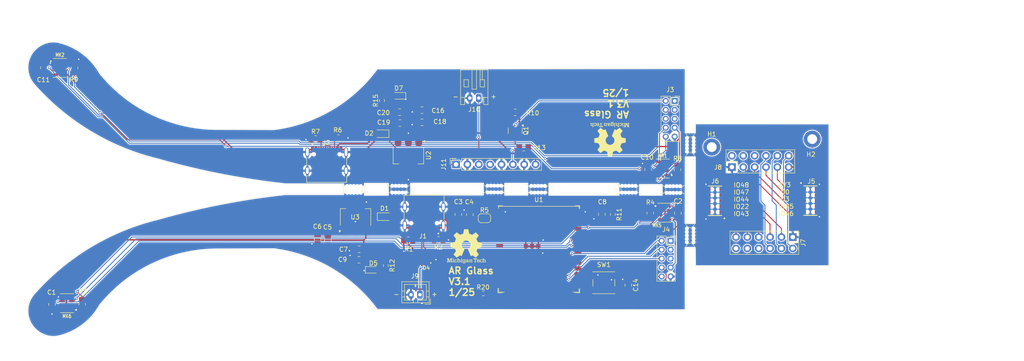
<source format=kicad_pcb>
(kicad_pcb (version 20240108) (generator "pcbnew") (generator_version "8.0")
  (layers (0 "F.Cu" signal) (31 "B.Cu" signal) (34 "B.Paste" user) (35 "F.Paste" user) (36 "B.SilkS" user "B.Silkscreen") (37 "F.SilkS" user "F.Silkscreen") (38 "B.Mask" user) (39 "F.Mask" user) (44 "Edge.Cuts" user))
  (net 0 "")
  (net 1 "GND")
  (net 2 "/VCC_5")
  (net 3 "/VCC_3V3")
  (net 4 "/VBUS")
  (net 5 "/ESP_3V3")
  (net 8 "/TXD0")
  (net 9 "/RXD0")
  (net 10 "/GPIO35")
  (net 11 "/GPIO36")
  (net 12 "/GPIO10")
  (net 13 "/GPIO21")
  (net 14 "/GPIO0")
  (net 15 "/GPIO37")
  (net 16 "/GPIO18")
  (net 17 "/GPIO13")
  (net 18 "/GPIO39")
  (net 19 "/GPIO5")
  (net 20 "/GPIO38")
  (net 21 "/GPIO12")
  (net 22 "/GPIO14")
  (net 23 "/GPIO2")
  (net 24 "/GPIO4")
  (net 25 "/GPIO9")
  (net 26 "/GPIO15")
  (net 27 "/CC2")
  (net 28 "/CC1")
  (net 29 "/BoardR/VBUS")
  (net 30 "/BoardR/D+")
  (net 31 "/BoardR/D-")
  (net 32 "/BoardR/CC2")
  (net 34 "/BoardR/CC1")
  (net 36 "/GPIO42")
  (net 37 "/GPIO41")
  (net 38 "/GPIO16")
  (net 39 "/GPIO48")
  (net 40 "/GPIO11")
  (net 41 "/GPIO7")
  (net 42 "/GPIO6")
  (net 43 "/GPIO1")
  (net 44 "/GPIO47")
  (net 45 "Net-(D5-A)")
  (net 46 "/CHIP_PU")
  (net 47 "/GPIO17")
  (net 48 "/GPIO46")
  (net 49 "/BoardR/VCC_3V3")
  (net 50 "/GPIO40")
  (net 51 "/GPIO45")
  (net 52 "/GPIO8")
  (net 53 "/GPIO3")
  (net 54 "/D-")
  (net 55 "/D+")
  (net 56 "/Eye connect/IO0")
  (net 57 "/Eye connect/VCC_3V3")
  (net 58 "/Eye connect/IO45")
  (net 59 "/Eye connect/IO3")
  (net 60 "/Eye connect/IO46")
  (net 61 "/Eye connect/IO47")
  (net 62 "/Eye connect/IO43")
  (net 63 "/Eye connect/IO48")
  (net 64 "/Eye connect/IO44")
  (net 65 "/Eye connect/IO21")
  (net 66 "/BoardR/USB")
  (net 67 "Net-(D7-A)")
  (net 69 "/BoardR/LB3v3")
  (net 70 "/BoardR/WS")
  (net 73 "/BoardR/SDin")
  (net 74 "/BoardR/SCK")
  (net 75 "/BoardR/SDout")
  (net 76 "/SCK1")
  (net 77 "/WS1")
  (net 78 "/SD1")
  (net 85 "/BoardR/5V")
  (net 86 "/BoardR/EN")
  (net 87 "/BoardR/LB")
  (net 88 "/BoardR/Bat")
  (net 89 "/Eye connect/SD1")
  (net 90 "/Eye connect/WS1")
  (net 91 "/Eye connect/SCK1")
  (footprint "Resistor_SMD:R_0603_1608Metric_Pad0.98x0.95mm_HandSolder" (layer "F.Cu") (at 167.77 138.275 180)
    (property "Reference" "R20")
    (property "Value" "1K")
  )
  (footprint "LED_SMD:LED_0603_1608Metric_Pad1.05x0.95mm_HandSolder" (layer "F.Cu") (at 148.775 94.05 180)
    (property "Reference" "D7")
    (property "Value" "LED")
  )
  (footprint "Package_TO_SOT_SMD:SOT-23" (layer "F.Cu") (at 174.9 101.8625 -90)
    (property "Reference" "Q1")
    (property "Value" "BSS138")
  )
  (footprint "Resistor_SMD:R_0805_2012Metric_Pad1.20x1.40mm_HandSolder" (layer "F.Cu") (at 211.2 110.6 -90)
    (property "Reference" "R8")
    (property "Value" "100k")
  )
  (footprint "Library:mouse-bite-3mm-slot" (layer "F.Cu") (at 214.025 125.3 90)
    (property "Reference" "mouse-bite-3mm-slot-8" (hide yes))
    (property "Value" "0" (hide yes))
  )
  (footprint "Capacitor_SMD:C_0805_2012Metric_Pad1.18x1.45mm_HandSolder" (layer "F.Cu") (at 140.0075 128.41 180)
    (property "Reference" "C7")
    (property "Value" "0.1uF")
  )
  (footprint "Library:mouse-bite-3mm-slot" (layer "F.Cu") (at 148.92 114.96)
    (property "Reference" "mouse-bite-3mm-slot-2" (hide yes))
    (property "Value" "0" (hide yes))
  )
  (footprint "LED_SMD:LED_0603_1608Metric_Pad1.05x0.95mm_HandSolder" (layer "F.Cu") (at 143.065 133.01)
    (property "Reference" "D5")
    (property "Value" "LED")
  )
  (footprint "Connector_PinSocket_2.00mm:PinSocket_2x05_P2.00mm_Vertical" (layer "F.Cu") (at 209.65 126.49)
    (property "Reference" "J4")
    (property "Value" "Connector_Generic:Conn_02x05_Top_Bottom")
  )
  (footprint "Capacitor_SMD:C_0805_2012Metric_Pad1.18x1.45mm_HandSolder" (layer "F.Cu") (at 130.72 126.21 -90)
    (property "Reference" "C6")
    (property "Value" "0.1uF")
  )
  (footprint "CMM-4030D-261-I2S-TR:MIC_CMM-4030D-261-I2S-TR" (layer "F.Cu") (at 208.25 120.225)
    (property "Reference" "MK5")
    (property "Value" "MSM261S4030H0R")
  )
  (footprint "Through_hole_pin_socket:GCT_BD050-10-A-1-0500-L-D" (layer "F.Cu") (at 240.9 117.51 -90)
    (property "Reference" "J5")
    (property "Value" "BD050-10-A-0-0500-L-D")
  )
  (footprint "Capacitor_SMD:C_0805_2012Metric_Pad1.18x1.45mm_HandSolder" (layer "F.Cu") (at 149.125 100.15)
    (property "Reference" "C19")
    (property "Value" "0.1uF")
  )
  (footprint "Diode_SMD:D_SOD-323" (layer "F.Cu") (at 145.6825 121.1)
    (property "Reference" "D1")
    (property "Value" "1N5819WS")
  )
  (footprint "Package_TO_SOT_SMD:SOT-223-3_TabPin2" (layer "F.Cu") (at 139.2 121.21 90)
    (property "Reference" "U3")
    (property "Value" "LT1963AxST-3.3")
  )
  (footprint "Capacitor_SMD:C_0805_2012Metric_Pad1.18x1.45mm_HandSolder" (layer "F.Cu") (at 200.175 136.425 -90)
    (property "Reference" "C14")
    (property "Value" "0.1uF")
  )
  (footprint "Resistor_SMD:R_0805_2012Metric_Pad1.20x1.40mm_HandSolder" (layer "F.Cu") (at 176.825 105.65 180)
    (property "Reference" "R13")
    (property "Value" "10k")
  )
  (footprint "Library:HRO_TYPE-C-31-M-12" (layer "F.Cu") (at 154.525 118.88 180)
    (property "Reference" "J1")
    (property "Value" "USB_C_Receptacle_USB2.0_16P")
  )
  (footprint "Capacitor_SMD:C_0805_2012Metric_Pad1.18x1.45mm_HandSolder" (layer "F.Cu") (at 71.35 140.75 -90)
    (property "Reference" "C1")
    (property "Value" "0.1uF")
  )
  (footprint "CMM-4030D-261-I2S-TR:MIC_CMM-4030D-261-I2S-TR" (layer "F.Cu") (at 74.7 140.475 180)
    (property "Reference" "MK6")
    (property "Value" "MSM261S4030H0R")
  )
  (footprint "Library:mouse-bite-3mm-slot" (layer "F.Cu") (at 210.27 115.03)
    (property "Reference" "mouse-bite-3mm-slot-6" (hide yes))
    (property "Value" "0" (hide yes))
  )
  (footprint "Resistor_SMD:R_0805_2012Metric_Pad1.20x1.40mm_HandSolder" (layer "F.Cu") (at 151 126.39)
    (property "Reference" "R1")
    (property "Value" "5.1K")
  )
  (footprint "Capacitor_SMD:C_0805_2012Metric_Pad1.18x1.45mm_HandSolder" (layer "F.Cu") (at 149.075 97.7)
    (property "Reference" "C20")
    (property "Value" "10uF")
  )
  (footprint "Library:mouse-bite-3mm-slot" (layer "F.Cu") (at 138.86 115)
    (property "Reference" "mouse-bite-3mm-slot" (hide yes))
    (property "Value" "0" (hide yes))
  )
  (footprint "Library:mouse-bite-3mm-slot" (layer "F.Cu") (at 200.32 114.96)
    (property "Reference" "mouse-bite-3mm-slot-5" (hide yes))
    (property "Value" "0" (hide yes))
  )
  (footprint "Resistor_SMD:R_0805_2012Metric_Pad1.20x1.40mm_HandSolder" (layer "F.Cu") (at 135.4 103.51 180)
    (property "Reference" "R6")
    (property "Value" "5.1K")
  )
  (footprint "Through_hole_pin_socket:GCT_BD050-10-A-1-0500-L-D" (layer "F.Cu") (at 219.575 117.54 90)
    (property "Reference" "J6")
    (property "Value" "BD050-10-A-0-0500-L-D")
  )
  (footprint "Capacitor_SMD:C_0805_2012Metric_Pad1.18x1.45mm_HandSolder" (layer "F.Cu") (at 154.05 97.25 180)
    (property "Reference" "C16")
    (property "Value" "10uF")
  )
  (footprint "Connector_PinHeader_2.54mm:PinHeader_2x06_P2.54mm_Vertical" (layer "F.Cu") (at 223.355 110 90)
    (property "Reference" "J8")
    (property "Value" "Conn_02x06")
  )
  (footprint "Connector_PinSocket_2.54mm:PinSocket_1x08_P2.54mm_Vertical" (layer "F.Cu") (at 161.68 109.4 90)
    (property "Reference" "J11")
    (property "Value" "Conn_01x08_Socket")
  )
  (footprint "CMM-4030D-261-I2S-TR:MIC_CMM-4030D-261-I2S-TR" (layer "F.Cu") (at 73.075 87.8)
    (property "Reference" "MK2")
    (property "Value" "MSM261S4030H0R")
  )
  (footprint "MountingHole:MountingHole_2.2mm_M2_DIN965_Pad" (layer "F.Cu") (at 218.85 105.525)
    (property "Reference" "H1")
    (property "Value" "MountingHole_Pad_MP")
  )
  (footprint "Package_TO_SOT_SMD:SOT-223-3_TabPin2" (layer "F.Cu") (at 151.025 107.375 -90)
    (property "Reference" "U2")
    (property "Value" "LT1963AxST-3.3")
  )
  (footprint "Resistor_SMD:R_0805_2012Metric_Pad1.20x1.40mm_HandSolder" (layer "F.Cu") (at 205.1 120.3 90)
    (property "Reference" "R4")
    (property "Value" "100k")
  )
  (footprint "Connector_JST:JST_PH_B2B-PH-K_1x02_P2.00mm_Vertical" (layer "F.Cu") (at 153.6 138.575 180)
    (property "Reference" "J9")
    (property "Value" "Conn_02x01")
  )
  (footprint "Capacitor_SMD:C_0805_2012Metric_Pad1.18x1.45mm_HandSolder" (layer "F.Cu") (at 162.19 120.61 90)
    (property "Reference" "C3")
    (property "Value" "10uF")
  )
  (footprint "CMM-4030D-261-I2S-TR:MIC_CMM-4030D-261-I2S-TR" (layer "F.Cu") (at 207.9 110.325 180)
    (property "Reference" "MK1")
    (property "Value" "MSM261S4030H0R")
  )
  (footprint "Resistor_SMD:R_0805_2012Metric_Pad1.20x1.40mm_HandSolder" (layer "F.Cu") (at 76.375 87.8 90)
    (property "Reference" "R9")
    (property "Value" "100k")
  )
  (footprint "Resistor_SMD:R_0805_2012Metric_Pad1.20x1.40mm_HandSolder" (layer "F.Cu") (at 78.075 140.675 -90)
    (property "Reference" "R3")
    (property "Value" "100k")
  )
  (footprint "Capacitor_SMD:C_0805_2012Metric_Pad1.18x1.45mm_HandSolder" (layer "F.Cu") (at 164.76 120.65 90)
    (property "Reference" "C4")
    (property "Value" "0.1uF")
  )
  (footprint "Jumper:SolderJumper-2_P1.3mm_Open_RoundedPad1.0x1.5mm" (layer "F.Cu") (at 168.03 121.45)
    (property "Reference" "R5")
    (property "Value" "0")
  )
  (footprint "Library:SOT143B" (layer "F.Cu") (at 155.02 129.97 90)
    (property "Reference" "D4")
    (property "Value" "PRTR5V0U2X_215" (hide yes))
  )
  (footprint "Resistor_SMD:R_0603_1608Metric_Pad0.98x0.95mm_HandSolder" (layer "F.Cu") (at 145.125 95.125 90)
    (property "Reference" "R15")
    (property "Value" "1K")
  )
  (footprint "Resistor_SMD:R_0603_1608Metric_Pad0.98x0.95mm_HandSolder" (layer "F.Cu") (at 145.97 132.04 -90)
    (property "Reference" "R12")
    (property "Value" "1K")
  )
  (footprint "Capacitor_SMD:C_0805_2012Metric_Pad1.18x1.45mm_HandSolder" (layer "F.Cu") (at 133.02 126.38 -90)
    (property "Reference" "C5")
    (property "Value" "10uF")
  )
  (footprint "Library:HRO_TYPE-C-31-M-12" (layer "F.Cu") (at 132.755 110.81)
    (property "Reference" "J2")
    (property "Value" "USB_C_Receptacle_USB2.0_16P")
  )
  (footprint "Button_Switch_SMD:SW_SPST_PTS647_Sx38" (layer "F.Cu") (at 194.725 135.9)
    (property "Reference" "SW1")
    (property "Value" "SW_Push")
  )
  (footprint "PCM_Espressif:ESP32-S3-WROOM-1U" (layer "F.Cu") (at 180.18 128.24)
    (property "Reference" "U1")
    (property "Value" "ESP32-S3-WROOM-1U-N8R8")
  )
  (footprint "Resistor_SMD:R_0603_1608Metric_Pad0.98x0.95mm_HandSolder" (layer "F.Cu") (at 196.72 120.6 -90)
    (property "Reference" "R11")
    (property "Value" "10K")
  )
  (footprint "Connector_PinSocket_2.00mm:PinSocket_2x05_P2.00mm_Vertical" (layer "F.Cu") (at 210.56 95.18)
    (property "Reference" "J3")
    (property "Value" "Connector_Generic:Conn_02x05_Top_Bottom")
  )
  (footprint "Connector_JST:JST_PH_S2B-PH-K_1x02_P2.00mm_Horizontal" (layer "F.Cu") (at 166.75 94.55 180)
    (property "Reference" "J10")
    (property "Value" "Conn_01x02")
  )
  (footprint "Resistor_SMD:R_0805_2012Metric_Pad1.20x1.40mm_HandSolder" (layer "F.Cu") (at 130.27 103.7)
    (property "Reference" "R7")
    (property "Value" "5.1K")
  )
  (footprint "Resistor_SMD:R_0805_2012Metric_Pad1.20x1.40mm_HandSolder" (layer "F.Cu") (at 157.75 126.3 180)
    (property "Reference" "R2")
    (property "Value" "5.1K")
  )
  (footprint "Capacitor_SMD:C_0805_2012Metric_Pad1.18x1.45mm_HandSolder" (layer "F.Cu") (at 154.05 99.975 180)
    (property "Reference" "C18")
    (property "Value" "0.1uF")
  )
  (footprint "MountingHole:MountingHole_2.2mm_M2_DIN965_Pad" (layer "F.Cu") (at 241.31 103.735)
    (property "Reference" "H2")
    (property "Value" "MountingHole_Pad_MP")
  )
  (footprint "Library:mouse-bite-3mm-slot" (layer "F.Cu") (at 180.02 114.97)
    (property "Reference" "mouse-bite-3mm-slot-4" (hide yes))
    (property "Value" "0" (hide yes))
  )
  (footprint "Connector_PinHeader_2.54mm:PinHeader_2x06_P2.54mm_Vertical" (layer "F.Cu") (at 236.97 125.675 -90)
    (property "Reference" "J7")
    (property "Value" "Conn_02x06")
  )
  (footprint "Capacitor_SMD:C_0805_2012Metric_Pad1.18x1.45mm_HandSolder" (layer "F.Cu") (at 204.625 110.5375 90)
    (property "Reference" "C10")
    (property "Value" "0.1uF")
  )
  (footprint "Capacitor_SMD:C_0805_2012Metric_Pad1.18x1.45mm_HandSolder" (layer "F.Cu") (at 139.99 130.75 180)
    (property "Reference" "C9")
    (property "Value" "10uF")
  )
  (footprint "Library:mouse-bite-3mm-slot" (layer "F.Cu") (at 214.05 105.025 90)
    (property "Reference" "mouse-bite-3mm-slot-7" (hide yes))
    (property "Value" "0" (hide yes))
  )
  (footprint "Capacitor_SMD:C_0805_2012Metric_Pad1.18x1.45mm_HandSolder" (layer "F.Cu") (at 194.27 120.56 -90)
    (property "Reference" "C8")
    (property "Value" "1uF")
  )
  (footprint "Capacitor_SMD:C_0805_2012Metric_Pad1.18x1.45mm_HandSolder" (layer "F.Cu") (at 69.525 87.75 90)
    (property "Reference" "C11")
    (property "Value" "0.1uF")
  )
  (footprint "Library:mouse-bite-3mm-slot" (layer "F.Cu") (at 170.25 114.92)
    (property "Reference" "mouse-bite-3mm-slot-3" (hide yes))
    (property "Value" "0" (hide yes))
  )
  (footprint "Resistor_SMD:R_0805_2012Metric_Pad1.20x1.40mm_HandSolder" (layer "F.Cu") (at 174.9 97.75 180)
    (property "Reference" "R10")
    (property "Value" "10k")
  )
  (footprint "Capacitor_SMD:C_0805_2012Metric_Pad1.18x1.45mm_HandSolder" (layer "F.Cu") (at 211.28 120.32 90)
    (property "Reference" "C2")
    (property "Value" "0.1uF")
  )
  (footprint "Diode_SMD:D_SOD-323" (layer "F.Cu") (at 145.05 102.53 180)
    (property "Reference" "D2")
    (property "Value" "1N5819WS")
  )
  (gr_poly (pts (xy 166.711422 130.680455) (xy 166.748665 130.682469) (xy 166.76569 130.68409) (xy 166.781692 130.686165) (xy 166.796701 130.688729) (xy 166.810747 130.691818) (xy 166.823862 130.695465) (xy 166.836076 130.699706) (xy 166.847418 130.704574) (xy 166.857921 130.710105) (xy 166.867613 130.716333) (xy 166.876527 130.723293) (xy 166.884691 130.731019) (xy 166.892138 130.739547) (xy 166.898896 130.748909) (xy 166.904998 130.759142) (xy 166.910473 130.77028) (xy 166.915351 130.782357) (xy 166.919664 130.795408) (xy 166.923442 130.809468) (xy 166.926715 130.82457) (xy 166.929515 130.840751) (xy 166.93187 130.858044) (xy 166.933813 130.876484) (xy 166.93658 130.916944) (xy 166.938062 130.962407) (xy 166.938502 131.01315) (xy 166.938416 131.018197) (xy 166.938145 131.022766) (xy 166.937671 131.026881) (xy 166.937352 131.028773) (xy 166.936975 131.03056) (xy 166.936538 131.032243) (xy 166.936038 131.033825) (xy 166.935473 131.035309) (xy 166.934841 131.036697) (xy 166.93414 131.037992) (xy 166.933366 131.039197) (xy 166.932519 131.040313) (xy 166.931594 131.041345) (xy 166.93059 131.042293) (xy 166.929506 131.043162) (xy 166.928337 131.043953) (xy 166.927082 131.044669) (xy 166.925739 131.045313) (xy 166.924305 131.045888) (xy 166.922778 131.046395) (xy 166.921156 131.046838) (xy 166.919436 131.047219) (xy 166.917615 131.047541) (xy 166.913665 131.048017) (xy 166.909285 131.048287) (xy 166.904458 131.048373) (xy 166.539457 131.048373) (xy 166.540341 131.075253) (xy 166.541738 131.099213) (xy 166.543749 131.120419) (xy 166.546477 131.139032) (xy 166.550022 131.155216) (xy 166.552133 131.162449) (xy 166.554486 131.169136) (xy 166.557095 131.175297) (xy 166.559972 131.180954) (xy 166.563129 131.186126) (xy 166.566579 131.190833) (xy 166.570336 131.195098) (xy 166.574411 131.198939) (xy 166.578817 131.202377) (xy 166.583567 131.205433) (xy 166.588675 131.208127) (xy 166.594151 131.210479) (xy 166.60001 131.212511) (xy 166.606264 131.214242) (xy 166.620006 131.216883) (xy 166.635481 131.218568) (xy 166.652789 131.219458) (xy 166.672031 131.219719) (xy 166.691659 131.21949) (xy 166.709221 131.218771) (xy 166.724827 131.217512) (xy 166.738589 131.215663) (xy 166.750616 131.213174) (xy 166.756014 131.211674) (xy 166.761019 131.209996) (xy 166.765645 131.208132) (xy 166.769907 131.206078) (xy 166.773818 131.203827) (xy 166.777392 131.201372) (xy 166.780643 131.198707) (xy 166.783583 131.195827) (xy 166.786228 131.192725) (xy 166.788591 131.189394) (xy 166.790686 131.185828) (xy 166.792526 131.182022) (xy 166.794126 131.177969) (xy 166.795498 131.173663) (xy 166.797618 131.164266) (xy 166.798996 131.153782) (xy 166.799741 131.142161) (xy 166.799965 131.129353) (xy 166.93732 131.123462) (xy 166.936842 131.152267) (xy 166.93526 131.178455) (xy 166.933985 131.190599) (xy 166.93235 131.202128) (xy 166.930327 131.213055) (xy 166.927889 131.223393) (xy 166.925007 131.233155) (xy 166.921653 131.242354) (xy 166.9178 131.251004) (xy 166.913419 131.259116) (xy 166.908483 131.266706) (xy 166.902963 131.273785) (xy 166.896833 131.280366) (xy 166.890063 131.286464) (xy 166.882626 131.29209) (xy 166.874494 131.297258) (xy 166.865639 131.301982) (xy 166.856034 131.306273) (xy 166.845649 131.310146) (xy 166.834458 131.313614) (xy 166.822432 131.316689) (xy 166.809543 131.319384) (xy 166.795764 131.321714) (xy 166.781067 131.32369) (xy 166.765423 131.325327) (xy 166.748805 131.326636) (xy 166.712534 131.328326) (xy 166.672031 131.328867) (xy 166.630422 131.328207) (xy 166.593029 131.326066) (xy 166.575848 131.324364) (xy 166.559642 131.3222) (xy 166.544385 131.319543) (xy 166.530049 131.316363) (xy 166.516609 131.31263) (xy 166.504039 131.308313) (xy 166.492311 131.303381) (xy 166.4814 131.297804) (xy 166.471278 131.291551) (xy 166.46192 131.284592) (xy 166.453299 131.276897) (xy 166.445389 131.268434) (xy 166.438163 131.259174) (xy 166.431595 131.249085) (xy 166.425658 131.238138) (xy 166.420325 131.226302) (xy 166.415572 131.213545) (xy 166.41137 131.199838) (xy 166.407694 131.185151) (xy 166.404517 131.169452) (xy 166.401813 131.152711) (xy 166.399555 131.134898) (xy 166.396273 131.095932) (xy 166.394459 131.05231) (xy 166.393901 131.003787) (xy 166.394456 130.955665) (xy 166.539457 130.955665) (xy 166.798784 130.955665) (xy 166.797862 130.92941) (xy 166.796364 130.905996) (xy 166.79421 130.885265) (xy 166.79132 130.867058) (xy 166.789573 130.858851) (xy 166.787612 130.851217) (xy 166.785425 130.844134) (xy 166.783004 130.837584) (xy 166.780339 130.831546) (xy 166.777418 130.826001) (xy 166.774232 130.820928) (xy 166.770771 130.816309) (xy 166.767025 130.812123) (xy 166.762983 130.80835) (xy 166.758635 130.804971) (xy 166.753973 130.801966) (xy 166.748984 130.799315) (xy 166.743659 130.796998) (xy 166.737989 130.794996) (xy 166.731962 130.793289) (xy 166.718801 130.790679) (xy 166.704094 130.789011) (xy 166.687761 130.788126) (xy 166.66972 130.787866) (xy 166.651079 130.788126) (xy 166.634272 130.789011) (xy 166.626527 130.789737) (xy 166.619206 130.790679) (xy 166.612296 130.791856) (xy 166.605787 130.793289) (xy 166.599667 130.794996) (xy 166.593924 130.796998) (xy 166.588546 130.799315) (xy 166.583522 130.801966) (xy 166.578841 130.804971) (xy 166.57449 130.80835) (xy 166.570458 130.812123) (xy 166.566733 130.816309) (xy 166.563304 130.820928) (xy 166.56016 130.826001) (xy 166.557287 130.831546) (xy 166.554676 130.837584) (xy 166.552314 130.844134) (xy 166.550189 130.851217) (xy 166.548291 130.858851) (xy 166.546607 130.867058) (xy 166.545126 130.875855) (xy 166.543835 130.885265) (xy 166.541782 130.905996) (xy 166.540353 130.92941) (xy 166.539457 130.955665) (xy 166.394456 130.955665) (xy 166.394458 130.955471) (xy 166.396269 130.912029) (xy 166.39954 130.873218) (xy 166.404481 130.838796) (xy 166.407643 130.823155) (xy 166.4113 130.80852) (xy 166.415478 130.794862) (xy 166.420204 130.782149) (xy 166.425503 130.770351) (xy 166.431401 130.759439) (xy 166.437925 130.749382) (xy 166.4451 130.740149) (xy 166.452953 130.731711) (xy 166.461509 130.724036) (xy 166.470794 130.717095) (xy 166.480835 130.710858) (xy 166.491658 130.705294) (xy 166.503288 130.700372) (xy 166.515751 130.696063) (xy 166.529074 130.692336) (xy 166.543283 130.689161) (xy 166.558403 130.686508) (xy 166.591481 130.682645) (xy 166.628517 130.680505) (xy 166.66972 130.679846)) (stroke (width -0.000001)) (fill solid) (layer "F.SilkS"))
  (gr_poly (pts (xy 195.532323 106.499444) (xy 194.754448 106.19782) (xy 194.008323 106.753445) (xy 193.436823 106.166069) (xy 193.897198 105.388194) (xy 193.579698 104.61032) (xy 192.674823 104.388069) (xy 192.674823 103.641944) (xy 193.516198 103.46732) (xy 193.643198 103.292694) (xy 193.897198 102.657695) (xy 193.436823 101.879819) (xy 194.008323 101.324195) (xy 194.373448 101.609945) (xy 194.754448 101.78457) (xy 195.024323 101.62582) (xy 195.579948 103.038694) (xy 195.421198 103.165694) (xy 195.183073 103.46732) (xy 195.024323 103.895945) (xy 195.119573 104.388069) (xy 195.262448 104.67382) (xy 195.579948 104.943694) (xy 196.072073 105.086569) (xy 196.500698 105.023069) (xy 196.945198 104.689695) (xy 197.183323 104.181694) (xy 197.103948 103.49907) (xy 196.611823 103.070445) (xy 197.183323 101.673445) (xy 197.516698 101.768695) (xy 198.246948 101.324195) (xy 198.802573 101.879819) (xy 198.326323 102.594195) (xy 198.643823 103.451445) (xy 199.516942 103.65782) (xy 199.516942 104.388069) (xy 198.643823 104.594444) (xy 198.326323 105.404069) (xy 198.802573 106.181944) (xy 198.246948 106.753445) (xy 197.437323 106.181944) (xy 196.707073 106.499444) (xy 196.500698 107.451944) (xy 195.722823 107.467819)) (stroke (width -0.000001)) (fill solid) (layer "F.SilkS"))
  (gr_poly (pts (xy 192.7281 100.789225) (xy 192.691942 100.787555) (xy 192.659727 100.784622) (xy 192.63124 100.780305) (xy 192.618327 100.777589) (xy 192.606266 100.774481) (xy 192.59503 100.770966) (xy 192.584591 100.767029) (xy 192.574923 100.762655) (xy 192.565999 100.757827) (xy 192.557792 100.752532) (xy 192.550276 100.746753) (xy 192.543423 100.740476) (xy 192.537207 100.733685) (xy 192.5316 100.726365) (xy 192.526577 100.7185) (xy 192.52211 100.710077) (xy 192.518172 100.701078) (xy 192.514736 100.69149) (xy 192.511776 100.681296) (xy 192.509265 100.670482) (xy 192.507176 100.659032) (xy 192.504156 100.634164) (xy 192.502502 100.606571) (xy 192.501998 100.57613) (xy 192.641644 100.569128) (xy 192.641894 100.583647) (xy 192.642711 100.596895) (xy 192.643362 100.603057) (xy 192.644191 100.608918) (xy 192.64521 100.614484) (xy 192.646433 100.619762) (xy 192.64787 100.624756) (xy 192.649535 100.629473) (xy 192.651439 100.633918) (xy 192.653594 100.638097) (xy 192.656014 100.642016) (xy 192.658709 100.645681) (xy 192.661694 100.649097) (xy 192.664978 100.65227) (xy 192.668576 100.655207) (xy 192.672499 100.657912) (xy 192.676759 100.660391) (xy 192.681369 100.662651) (xy 192.686341 100.664697) (xy 192.691687 100.666535) (xy 192.697419 100.66817) (xy 192.70355 100.669609) (xy 192.710091 100.670856) (xy 192.717056 100.671919) (xy 192.724456 100.672802) (xy 192.732304 100.673512) (xy 192.749391 100.674434) (xy 192.768416 100.674731) (xy 192.789052 100.674396) (xy 192.807473 100.673263) (xy 192.815891 100.672336) (xy 192.8238 100.671138) (xy 192.831216 100.669644) (xy 192.838155 100.667831) (xy 192.844632 100.665673) (xy 192.850661 100.663147) (xy 192.856258 100.66023) (xy 192.861439 100.656896) (xy 192.866218 100.653122) (xy 192.870611 100.648884) (xy 192.874633 100.644158) (xy 192.878299 100.638919) (xy 192.881625 100.633145) (xy 192.884626 100.62681) (xy 192.887317 100.61989) (xy 192.889714 100.612362) (xy 192.891831 100.604202) (xy 192.893684 100.595384) (xy 192.895288 100.585887) (xy 192.896658 100.575685) (xy 192.89781 100.564754) (xy 192.898759 100.55307) (xy 192.900109 100.527348) (xy 192.900829 100.498326) (xy 192.901042 100.465813) (xy 192.900829 100.433105) (xy 192.900109 100.40394) (xy 192.898759 100.378119) (xy 192.896658 100.355446) (xy 192.893684 100.335721) (xy 192.889714 100.318749) (xy 192.887317 100.311233) (xy 192.884626 100.304331) (xy 192.881625 100.298018) (xy 192.878299 100.292269) (xy 192.874633 100.28706) (xy 192.870611 100.282366) (xy 192.866218 100.278163) (xy 192.861439 100.274425) (xy 192.856258 100.271128) (xy 192.850661 100.268248) (xy 192.844632 100.265758) (xy 192.838155 100.263636) (xy 192.8238 100.260394) (xy 192.807473 100.258322) (xy 192.789052 100.257224) (xy 192.768416 100.256902) (xy 192.749199 100.257146) (xy 192.73197 100.257918) (xy 192.716624 100.259277) (xy 192.703059 100.261285) (xy 192.696912 100.26255) (xy 192.691171 100.264) (xy 192.685824 100.265643) (xy 192.680858 100.267485) (xy 192.676259 100.269534) (xy 192.672016 100.271798) (xy 192.668114 100.274285) (xy 192.664542 100.277001) (xy 192.661286 100.279954) (xy 192.658334 100.283152) (xy 192.655672 100.286603) (xy 192.653287 100.290313) (xy 192.651168 100.294291) (xy 192.6493 100.298544) (xy 192.647672 100.303079) (xy 192.646269 100.307904) (xy 192.64508 100.313027) (xy 192.644091 100.318455) (xy 192.642663 100.330256) (xy 192.641882 100.343368) (xy 192.641644 100.35785) (xy 192.501998 100.363742) (xy 192.502463 100.331641) (xy 192.504011 100.302595) (xy 192.506874 100.27647) (xy 192.50887 100.26446) (xy 192.51128 100.253129) (xy 192.514135 100.24246) (xy 192.517461 100.232436) (xy 192.521289 100.22304) (xy 192.525647 100.214255) (xy 192.530563 100.206065) (xy 192.536067 100.198451) (xy 192.542187 100.191398) (xy 192.548953 100.184888) (xy 192.556392 100.178904) (xy 192.564534 100.173429) (xy 192.573407 100.168447) (xy 192.58304 100.163939) (xy 192.593463 100.15989) (xy 192.604703 100.156282) (xy 192.61679 100.153099) (xy 192.629752 100.150322) (xy 192.643618 100.147936) (xy 192.658417 100.145923) (xy 192.69093 100.142949) (xy 192.727519 100.141265) (xy 192.768416 100.140733) (xy 192.810031 100.141393) (xy 192.847429 100.143534) (xy 192.864613 100.145236) (xy 192.880821 100.1474) (xy 192.896081 100.150057) (xy 192.910418 100.153237) (xy 192.923859 100.15697) (xy 192.936432 100.161287) (xy 192.948161 100.166219) (xy 192.959074 100.171796) (xy 192.969196 100.178049) (xy 192.978555 100.185008) (xy 192.987177 100.192703) (xy 192.995088 100.201166) (xy 193.002315 100.210426) (xy 193.008884 100.220515) (xy 193.014822 100.231462) (xy 193.020155 100.243298) (xy 193.024909 100.256055) (xy 193.029111 100.269762) (xy 193.032787 100.284449) (xy 193.035964 100.300148) (xy 193.038668 100.316889) (xy 193.040926 100.334702) (xy 193.044209 100.373668) (xy 193.046023 100.41729) (xy 193.046581 100.465813) (xy 193.046023 100.514129) (xy 193.044209 100.557571) (xy 193.040926 100.596382) (xy 193.035964 100.630804) (xy 193.032787 100.646445) (xy 193.029111 100.66108) (xy 193.024909 100.674738) (xy 193.020155 100.687451) (xy 193.014822 100.699249) (xy 193.008885 100.710161) (xy 193.002316 100.720218) (xy 192.995089 100.729451) (xy 192.987178 100.737889) (xy 192.978556 100.745564) (xy 192.969197 100.752505) (xy 192.959074 100.758742) (xy 192.948161 100.764306) (xy 192.936432 100.769228) (xy 192.92386 100.773537) (xy 192.910418 100.777264) (xy 192.896081 100.780439) (xy 192.880821 100.783092) (xy 192.847429 100.786955) (xy 192.810031 100.789095) (xy 192.768416 100.789754)) (stroke (width -0.000001)) (fill solid) (layer "F.SilkS"))
  (gr_poly (pts (xy 160.836736 130.54639) (xy 160.733224 130.552775) (xy 160.733224 131.189202) (xy 160.837969 131.195644) (xy 160.837969 131.318317) (xy 160.469923 131.318317) (xy 160.469923 131.195644) (xy 160.56449 131.189202) (xy 160.56449 130.578333) (xy 160.331885 131.318317) (xy 160.159375 131.318317) (xy 159.922925 130.586007) (xy 159.922925 131.189202) (xy 160.020049 131.195644) (xy 160.020049 131.318317) (xy 159.653243 131.318317) (xy 159.653243 131.195644) (xy 159.758042 131.189202) (xy 159.758042 130.552775) (xy 159.657081 130.54639) (xy 159.657081 130.423659) (xy 160.048195 130.423659) (xy 160.227099 131.007735) (xy 160.23082 131.020257) (xy 160.234331 131.032866) (xy 160.237663 131.045532) (xy 160.240844 131.058227) (xy 160.24687 131.083587) (xy 160.25264 131.108718) (xy 160.259189 131.083587) (xy 160.265601 131.058227) (xy 160.272246 131.032866) (xy 160.275771 131.020257) (xy 160.279492 131.007735) (xy 160.45586 130.423658) (xy 160.836736 130.423658)) (stroke (width -0.000001)) (fill solid) (layer "F.SilkS"))
  (gr_poly (pts (xy 164.217433 130.680445) (xy 164.25339 130.682328) (xy 164.28566 130.685626) (xy 164.314423 130.690465) (xy 164.327545 130.693503) (xy 164.339857 130.696976) (xy 164.351382 130.700898) (xy 164.362141 130.705287) (xy 164.372158 130.710158) (xy 164.381455 130.715527) (xy 164.390053 130.721411) (xy 164.397976 130.727826) (xy 164.405245 130.734787) (xy 164.411883 130.742311) (xy 164.417913 130.750415) (xy 164.423357 130.759113) (xy 164.428236 130.768423) (xy 164.432574 130.77836) (xy 164.436393 130.78894) (xy 164.439715 130.800181) (xy 164.442562 130.812097) (xy 164.444957 130.824704) (xy 164.44848 130.85206) (xy 164.450463 130.882377) (xy 164.451084 130.915783) (xy 164.451084 131.206806) (xy 164.540267 131.211518) (xy 164.540267 131.318317) (xy 164.310272 131.318317) (xy 164.303235 131.226775) (xy 164.289895 131.239906) (xy 164.276699 131.252041) (xy 164.263596 131.263202) (xy 164.250537 131.273407) (xy 164.237471 131.282679) (xy 164.224349 131.291036) (xy 164.211121 131.298501) (xy 164.197736 131.305093) (xy 164.184146 131.310832) (xy 164.1703 131.31574) (xy 164.156149 131.319836) (xy 164.141642 131.323142) (xy 164.12673 131.325677) (xy 164.111362 131.327463) (xy 164.09549 131.328519) (xy 164.079062 131.328867) (xy 164.06642 131.328641) (xy 164.054242 131.327971) (xy 164.042523 131.326866) (xy 164.03126 131.325334) (xy 164.020449 131.323386) (xy 164.010085 131.321029) (xy 164.000164 131.318275) (xy 163.990682 131.315131) (xy 163.981636 131.311607) (xy 163.97302 131.307713) (xy 163.964832 131.303457) (xy 163.957066 131.298849) (xy 163.949719 131.293898) (xy 163.942787 131.288614) (xy 163.936265 131.283005) (xy 163.93015 131.277081) (xy 163.924437 131.270851) (xy 163.919122 131.264324) (xy 163.914202 131.25751) (xy 163.909671 131.250417) (xy 163.905527 131.243056) (xy 163.901764 131.235435) (xy 163.898379 131.227564) (xy 163.895368 131.219451) (xy 163.892727 131.211107) (xy 163.89045 131.20254) (xy 163.888536 131.193759) (xy 163.886978 131.184774) (xy 163.884919 131.166229) (xy 163.88424 131.146978) (xy 163.884501 131.137608) (xy 164.028597 131.137608) (xy 164.028904 131.145447) (xy 164.029293 131.1493) (xy 164.029843 131.153103) (xy 164.030558 131.156849) (xy 164.031441 131.160533) (xy 164.032497 131.164148) (xy 164.033727 131.167691) (xy 164.035137 131.171154) (xy 164.036728 131.174533) (xy 164.038505 131.177822) (xy 164.040472 131.181015) (xy 164.042631 131.184107) (xy 164.044986 131.187091) (xy 164.04754 131.189964) (xy 164.050297 131.192718) (xy 164.053261 131.195348) (xy 164.056435 131.19785) (xy 164.059822 131.200216) (xy 164.063425 131.202442) (xy 164.067249 131.204522) (xy 164.071297 131.206451) (xy 164.075572 131.208222) (xy 164.080077 131.20983) (xy 164.084816 131.211271) (xy 164.089793 131.212537) (xy 164.095011 131.213624) (xy 164.100473 131.214525) (xy 164.106183 131.215236) (xy 164.112145 131.215751) (xy 164.118361 131.216064) (xy 164.124835 131.21617) (xy 164.124836 131.21617) (xy 164.137548 131.215906) (xy 164.149766 131.215099) (xy 164.161544 131.21373) (xy 164.172938 131.211776) (xy 164.184003 131.209219) (xy 164.194793 131.206036) (xy 164.205364 131.202207) (xy 164.215771 131.197712) (xy 164.226068 131.192529) (xy 164.236311 131.186638) (xy 164.246554 131.180019) (xy 164.256854 131.17265) (xy 164.267263 131.164511) (xy 164.277839 131.155581) (xy 164.288635 131.14584) (xy 164.299708 131.135266) (xy 164.299708 131.040175) (xy 164.221002 131.040175) (xy 164.191189 131.04065) (xy 164.164558 131.042049) (xy 164.140936 131.044334) (xy 164.120149 131.047469) (xy 164.102023 131.051415) (xy 164.086385 131.056135) (xy 164.07306 131.061591) (xy 164.067211 131.064583) (xy 164.061875 131.067746) (xy 164.057031 131.071073) (xy 164.052657 131.074561) (xy 164.048731 131.078205) (xy 164.045232 131.081999) (xy 164.042137 131.08594) (xy 164.039425 131.090023) (xy 164.035064 131.098595) (xy 164.031974 131.107677) (xy 164.029982 131.117232) (xy 164.028914 131.127222) (xy 164.028597 131.137608) (xy 163.884501 131.137608) (xy 163.884807 131.126636) (xy 163.88669 131.107033) (xy 163.888208 131.097533) (xy 163.890156 131.088248) (xy 163.892569 131.079187) (xy 163.895478 131.07036) (xy 163.898919 131.061777) (xy 163.902925 131.053448) (xy 163.907529 131.045383) (xy 163.912766 131.037591) (xy 163.918669 131.030083) (xy 163.925272 131.022869) (xy 163.932609 131.015958) (xy 163.940713 131.00936) (xy 163.949619 131.003086) (xy 163.95936 130.997145) (xy 163.969969 130.991546) (xy 163.981481 130.986301) (xy 163.993929 130.981418) (xy 164.007347 130.976908) (xy 164.021769 130.972781) (xy 164.037228 130.969046) (xy 164.053759 130.965713) (xy 164.071395 130.962793) (xy 164.090169 130.960294) (xy 164.110116 130.958228) (xy 164.13127 130.956604) (xy 164.153663 130.955431) (xy 164.17733 130.954721) (xy 164.202305 130.954482) (xy 164.299707 130.954482) (xy 164.299707 130.918076) (xy 164.299469 130.900585) (xy 164.298687 130.884582) (xy 164.297255 130.870018) (xy 164.295069 130.856844) (xy 164.29366 130.850762) (xy 164.292023 130.84501) (xy 164.290145 130.839579) (xy 164.288013 130.834465) (xy 164.285613 130.829661) (xy 164.282933 130.825161) (xy 164.27996 130.820959) (xy 164.276679 130.817048) (xy 164.273079 130.813422) (xy 164.269146 130.810075) (xy 164.264868 130.807001) (xy 164.26023 130.804193) (xy 164.255219 130.801646) (xy 164.249824 130.799353) (xy 164.24403 130.797308) (xy 164.237824 130.795504) (xy 164.231194 130.793936) (xy 164.224126 130.792597) (xy 164.216607 130.791482) (xy 164.208624 130.790583) (xy 164.191214 130.78941) (xy 164.17179 130.789031) (xy 164.153806 130.78931) (xy 164.137656 130.790165) (xy 164.123246 130.791621) (xy 164.110484 130.793705) (xy 164.104692 130.79499) (xy 164.099276 130.796441) (xy 164.094226 130.798063) (xy 164.08953 130.799857) (xy 164.085177 130.801827) (xy 164.081153 130.803977) (xy 164.077449 130.80631) (xy 164.074053 130.808828) (xy 164.070952 130.811535) (xy 164.068135 130.814435) (xy 164.065591 130.81753) (xy 164.063307 130.820824) (xy 164.061273 130.824321) (xy 164.059477 130.828022) (xy 164.057907 130.831931) (xy 164.056552 130.836053) (xy 164.054438 130.844943) (xy 164.053044 130.85472) (xy 164.052275 130.865407) (xy 164.052039 130.877031) (xy 163.912393 130.884033) (xy 163.91296 130.856408) (xy 163.914787 130.831124) (xy 163.916232 130.819337) (xy 163.918062 130.808107) (xy 163.9203 130.797423) (xy 163.922971 130.787277) (xy 163.926097 130.777659) (xy 163.929702 130.768559) (xy 163.93381 130.759967) (xy 163.938443 130.751873) (xy 163.943626 130.744269) (xy 163.949381 130.737144) (xy 163.955732 130.730489) (xy 163.962703 130.724294) (xy 163.970317 130.718549) (xy 163.978597 130.713244) (xy 163.987567 130.708371) (xy 163.99725 130.70392) (xy 164.00767 130.699879) (xy 164.01885 130.696241) (xy 164.030814 130.692996) (xy 164.043584 130.690133) (xy 164.057185 130.687643) (xy 164.07164 130.685516) (xy 164.086972 130.683743) (xy 164.103205 130.682314) (xy 164.138466 130.68045) (xy 164.177611 130.679846)) (stroke (width -0.000001)) (fill solid) (layer "F.SilkS"))
  (gr_poly (pts (xy 164.528289 124.970156) (xy 165.306164 125.27178) (xy 166.052289 124.716155) (xy 166.623789 125.303531) (xy 166.163414 126.081406) (xy 166.480914 126.85928) (xy 167.385789 127.081531) (xy 167.385789 127.827656) (xy 166.544414 128.00228) (xy 166.417414 128.176906) (xy 166.163414 128.811905) (xy 166.623789 129.589781) (xy 166.052289 130.145405) (xy 165.687164 129.859655) (xy 165.306164 129.68503) (xy 165.036289 129.84378) (xy 164.480664 128.430906) (xy 164.639414 128.303906) (xy 164.877539 128.00228) (xy 165.036289 127.573655) (xy 164.941039 127.081531) (xy 164.798164 126.79578) (xy 164.480664 126.525906) (xy 163.988539 126.383031) (xy 163.559914 126.446531) (xy 163.115414 126.779905) (xy 162.877289 127.287906) (xy 162.956664 127.97053) (xy 163.448789 128.399155) (xy 162.877289 129.796155) (xy 162.543914 129.700905) (xy 161.813664 130.145405) (xy 161.258039 129.589781) (xy 161.734289 128.875405) (xy 161.416789 128.018155) (xy 160.54367 127.81178) (xy 160.54367 127.081531) (xy 161.416789 126.875156) (xy 161.734289 126.065531) (xy 161.258039 125.287656) (xy 161.813664 124.716155) (xy 162.623289 125.287656) (xy 163.353539 124.970156) (xy 163.559914 124.017656) (xy 164.337789 124.001781)) (stroke (width -0.000001)) (fill solid) (layer "F.SilkS"))
  (gr_poly (pts (xy 162.94129 130.433297) (xy 162.953593 130.433787) (xy 162.964514 130.434684) (xy 162.974132 130.436052) (xy 162.978477 130.436934) (xy 162.982525 130.437957) (xy 162.986287 130.439131) (xy 162.989773 130.440464) (xy 162.992993 130.441964) (xy 162.995956 130.443638) (xy 162.998672 130.445495) (xy 163.001151 130.447544) (xy 163.003404 130.449792) (xy 163.005439 130.452247) (xy 163.007268 130.454918) (xy 163.008899 130.457813) (xy 163.010343 130.460939) (xy 163.011609 130.464306) (xy 163.012708 130.46792) (xy 163.013649 130.471791) (xy 163.014442 130.475927) (xy 163.015098 130.480335) (xy 163.016035 130.490002) (xy 163.016539 130.500856) (xy 163.016689 130.512964) (xy 163.016539 130.525275) (xy 163.016035 130.536281) (xy 163.015098 130.546052) (xy 163.014442 130.550496) (xy 163.013649 130.554658) (xy 163.012708 130.558546) (xy 163.011609 130.56217) (xy 163.010343 130.565538) (xy 163.008899 130.568658) (xy 163.007268 130.571541) (xy 163.00544 130.574194) (xy 163.003404 130.576627) (xy 163.001152 130.578848) (xy 162.998672 130.580866) (xy 162.995956 130.582689) (xy 162.992993 130.584328) (xy 162.989774 130.58579) (xy 162.986288 130.587084) (xy 162.982525 130.58822) (xy 162.978477 130.589206) (xy 162.974132 130.59005) (xy 162.969481 130.590762) (xy 162.964514 130.59135) (xy 162.953593 130.592192) (xy 162.94129 130.592645) (xy 162.927525 130.59278) (xy 162.913136 130.592645) (xy 162.900286 130.592192) (xy 162.888892 130.59135) (xy 162.878868 130.59005) (xy 162.874344 130.589206) (xy 162.870131 130.58822) (xy 162.866218 130.587084) (xy 162.862596 130.58579) (xy 162.859253 130.584328) (xy 162.856179 130.582689) (xy 162.853363 130.580866) (xy 162.850795 130.578848) (xy 162.848465 130.576627) (xy 162.846361 130.574194) (xy 162.844474 130.571541) (xy 162.842792 130.568658) (xy 162.841305 130.565538) (xy 162.840003 130.56217) (xy 162.838875 130.558546) (xy 162.83791 130.554658) (xy 162.837098 130.550496) (xy 162.836429 130.546052) (xy 162.835476 130.536281) (xy 162.834966 130.525275) (xy 162.834814 130.512964) (xy 162.834966 130.500856) (xy 162.835476 130.490002) (xy 162.836429 130.480335) (xy 162.837098 130.475927) (xy 162.83791 130.471791) (xy 162.838874 130.46792) (xy 162.840003 130.464306) (xy 162.841305 130.460939) (xy 162.842791 130.457813) (xy 162.844473 130.454918) (xy 162.846361 130.452247) (xy 162.848465 130.449792) (xy 162.850795 130.447544) (xy 162.853363 130.445495) (xy 162.856179 130.443638) (xy 162.859253 130.441964) (xy 162.862596 130.440464) (xy 162.866218 130.439131) (xy 162.870131 130.437957) (xy 162.874344 130.436934) (xy 162.878868 130.436052) (xy 162.883713 130.435305) (xy 162.888891 130.434684) (xy 162.900286 130.433787) (xy 162.913135 130.433297) (xy 162.927525 130.433148)) (stroke (width -0.000001)) (fill solid) (layer "F.SilkS"))
  (gr_poly (pts (xy 167.332512 130.680375) (xy 167.36867 130.682045) (xy 167.400885 130.684978) (xy 167.429372 130.689295) (xy 167.442285 130.692011) (xy 167.454346 130.695119) (xy 167.465582 130.698634) (xy 167.476021 130.702571) (xy 167.485689 130.706945) (xy 167.494613 130.711773) (xy 167.50282 130.717068) (xy 167.510336 130.722847) (xy 167.517189 130.729124) (xy 167.523405 130.735915) (xy 167.529012 130.743235) (xy 167.534035 130.7511) (xy 167.538502 130.759523) (xy 167.54244 130.768522) (xy 167.545876 130.77811) (xy 167.548836 130.788304) (xy 167.551347 130.799118) (xy 167.553436 130.810568) (xy 167.556456 130.835436) (xy 167.55811 130.863029) (xy 167.558614 130.89347) (xy 167.418968 130.900472) (xy 167.418718 130.885953) (xy 167.417901 130.872705) (xy 167.41725 130.866543) (xy 167.416421 130.860682) (xy 167.415402 130.855116) (xy 167.414179 130.849838) (xy 167.412742 130.844844) (xy 167.411077 130.840127) (xy 167.409173 130.835682) (xy 167.407018 130.831503) (xy 167.404598 130.827584) (xy 167.401903 130.823919) (xy 167.398918 130.820503) (xy 167.395634 130.81733) (xy 167.392036 130.814393) (xy 167.388113 130.811688) (xy 167.383853 130.809209) (xy 167.379243 130.806949) (xy 167.374271 130.804903) (xy 167.368925 130.803065) (xy 167.363193 130.80143) (xy 167.357062 130.799991) (xy 167.350521 130.798744) (xy 167.343556 130.797681) (xy 167.336156 130.796798) (xy 167.328308 130.796088) (xy 167.311221 130.795166) (xy 167.292196 130.794869) (xy 167.27156 130.795204) (xy 167.253139 130.796337) (xy 167.244721 130.797264) (xy 167.236812 130.798462) (xy 167.229396 130.799956) (xy 167.222457 130.801769) (xy 167.21598 130.803927) (xy 167.209951 130.806453) (xy 167.204354 130.80937) (xy 167.199173 130.812704) (xy 167.194394 130.816478) (xy 167.190001 130.820716) (xy 167.185979 130.825442) (xy 167.182313 130.830681) (xy 167.178987 130.836455) (xy 167.175986 130.84279) (xy 167.173295 130.84971) (xy 167.170898 130.857238) (xy 167.168781 130.865398) (xy 167.166928 130.874216) (xy 167.165324 130.883713) (xy 167.163954 130.893915) (xy 167.162802 130.904846) (xy 167.161853 130.91653) (xy 167.160503 130.942252) (xy 167.159783 130.971274) (xy 167.15957 131.003787) (xy 167.159783 131.036495) (xy 167.160503 131.06566) (xy 167.161853 131.091481) (xy 167.163954 131.114154) (xy 167.166928 131.133879) (xy 167.170898 131.150851) (xy 167.173295 131.158367) (xy 167.175986 131.165269) (xy 167.178987 131.171582) (xy 167.182313 131.177331) (xy 167.185979 131.18254) (xy 167.190001 131.187234) (xy 167.194394 131.191437) (xy 167.199173 131.195175) (xy 167.204354 131.198472) (xy 167.209951 131.201352) (xy 167.21598 131.203842) (xy 167.222457 131.205964) (xy 167.236812 131.209206) (xy 167.253139 131.211278) (xy 167.27156 131.212376) (xy 167.292196 131.212698) (xy 167.311413 131.212454) (xy 167.328642 131.211682) (xy 167.343988 131.210323) (xy 167.357553 131.208315) (xy 167.3637 131.20705) (xy 167.369441 131.2056) (xy 167.374788 131.203957) (xy 167.379754 131.202115) (xy 167.384353 131.200066) (xy 167.388596 131.197802) (xy 167.392498 131.195315) (xy 167.39607 131.192599) (xy 167.399326 131.189646) (xy 167.402278 131.186448) (xy 167.40494 131.182997) (xy 167.407325 131.179287) (xy 167.409444 131.175309) (xy 167.411312 131.171056) (xy 167.41294 131.166521) (xy 167.414343 131.161696) (xy 167.415532 131.156573) (xy 167.416521 131.151145) (xy 167.417949 131.139344) (xy 167.41873 131.126232) (xy 167.418968 131.11175) (xy 167.558614 131.105858) (xy 167.558149 131.137959) (xy 167.556601 131.167005) (xy 167.553738 131.19313) (xy 167.551742 131.20514) (xy 167.549332 131.216471) (xy 167.546477 131.22714) (xy 167.543151 131.237164) (xy 167.539323 131.24656) (xy 167.534965 131.255345) (xy 167.530049 131.263535) (xy 167.524545 131.271149) (xy 167.518425 131.278202) (xy 167.511659 131.284712) (xy 167.50422 131.290696) (xy 167.496078 131.296171) (xy 167.487205 131.301153) (xy 167.477572 131.305661) (xy 167.467149 131.30971) (xy 167.455909 131.313318) (xy 167.443822 131.316501) (xy 167.43086 131.319278) (xy 167.416994 131.321664) (xy 167.402195 131.323677) (xy 167.369682 131.326651) (xy 167.333093 131.328335) (xy 167.292196 131.328867) (xy 167.250581 131.328207) (xy 167.213183 131.326066) (xy 167.195999 131.324364) (xy 167.179791 131.3222) (xy 167.164531 131.319543) (xy 167.150194 131.316363) (xy 167.136753 131.31263) (xy 167.12418 131.308313) (xy 167.112451 131.303381) (xy 167.101538 131.297804) (xy 167.091416 131.291551) (xy 167.082057 131.284592) (xy 167.073435 131.276897) (xy 167.065524 131.268434) (xy 167.058297 131.259174) (xy 167.051728 131.249085) (xy 167.04579 131.238138) (xy 167.040457 131.226302) (xy 167.035703 131.213545) (xy 167.031501 131.199838) (xy 167.027825 131.185151) (xy 167.024648 131.169452) (xy 167.021944 131.152711) (xy 167.019686 131.134898) (xy 167.016403 131.095932) (xy 167.014589 131.05231) (xy 167.014031 131.003787) (xy 167.014589 130.955471) (xy 167.016403 130.912029) (xy 167.019686 130.873218) (xy 167.024648 130.838796) (xy 167.027825 130.823155) (xy 167.031501 130.80852) (xy 167.035703 130.794862) (xy 167.040457 130.782149) (xy 167.04579 130.770351) (xy 167.051727 130.759439) (xy 167.058296 130.749382) (xy 167.065523 130.740149) (xy 167.073434 130.731711) (xy 167.082056 130.724036) (xy 167.091415 130.717095) (xy 167.101538 130.710858) (xy 167.112451 130.705294) (xy 167.12418 130.700372) (xy 167.136752 130.696063) (xy 167.150194 130.692336) (xy 167.164531 130.689161) (xy 167.179791 130.686508) (xy 167.213183 130.682645) (xy 167.250581 130.680505) (xy 167.292196 130.679846)) (stroke (width -0.000001)) (fill solid) (layer "F.SilkS"))
  (gr_poly (pts (xy 164.394858 123.922455) (xy 164.396854 123.922603) (xy 164.39884 123.922848) (xy 164.400814 123.923186) (xy 164.402773 123.923616) (xy 164.404713 123.924134) (xy 164.406632 123.924738) (xy 164.408526 123.925426) (xy 164.410393 123.926196) (xy 164.41223 123.927044) (xy 164.414034 123.927969) (xy 164.415801 123.928967) (xy 164.417529 123.930037) (xy 164.419215 123.931176) (xy 164.420855 123.932382) (xy 164.422448 123.933652) (xy 164.423989 123.934983) (xy 164.425476 123.936374) (xy 164.426906 123.937821) (xy 164.428275 123.939323) (xy 164.429582 123.940876) (xy 164.430822 123.942479) (xy 164.431993 123.944129) (xy 164.433092 123.945823) (xy 164.434116 123.947559) (xy 164.435062 123.949335) (xy 164.435926 123.951148) (xy 164.436707 123.952995) (xy 164.437401 123.954875) (xy 164.438004 123.956784) (xy 164.438515 123.95872) (xy 164.438929 123.960682) (xy 164.605176 124.85395) (xy 164.605595 124.85593) (xy 164.606105 124.857917) (xy 164.606702 124.859907) (xy 164.607384 124.861896) (xy 164.608989 124.865862) (xy 164.610898 124.869789) (xy 164.613089 124.873651) (xy 164.615539 124.877423) (xy 164.618225 124.881078) (xy 164.621126 124.884591) (xy 164.624217 124.887937) (xy 164.627478 124.891089) (xy 164.630885 124.894023) (xy 164.634416 124.896711) (xy 164.638048 124.899129) (xy 164.641758 124.901251) (xy 164.643636 124.902193) (xy 164.645525 124.903051) (xy 164.647423 124.903822) (xy 164.649326 124.904503) (xy 165.248007 125.149561) (xy 165.251723 125.151195) (xy 165.255665 125.152561) (xy 165.259798 125.15366) (xy 165.264087 125.154496) (xy 165.268497 125.155069) (xy 165.272994 125.155382) (xy 165.277544 125.155438) (xy 165.28211 125.155238) (xy 165.286658 125.154785) (xy 165.291155 125.154082) (xy 165.295564 125.153129) (xy 165.299851 125.15193) (xy 165.303982 125.150486) (xy 165.307922 125.1488) (xy 165.311635 125.146874) (xy 165.315088 125.14471) (xy 166.061337 124.632636) (xy 166.06302 124.631538) (xy 166.064753 124.630525) (xy 166.066531 124.629598) (xy 166.068352 124.628755) (xy 166.07021 124.627997) (xy 166.072104 124.627323) (xy 166.074028 124.626732) (xy 166.075978 124.626225) (xy 166.077952 124.625801) (xy 166.079945 124.62546) (xy 166.083974 124.625024) (xy 166.088035 124.624914) (xy 166.092097 124.625128) (xy 166.096129 124.625663) (xy 166.100102 124.626515) (xy 166.103986 124.627682) (xy 166.105884 124.628382) (xy 166.107749 124.629161) (xy 166.109576 124.630016) (xy 166.111361 124.630949) (xy 166.113101 124.631958) (xy 166.114793 124.633043) (xy 166.116431 124.634204) (xy 166.118013 124.635441) (xy 166.119534 124.636753) (xy 166.120991 124.638139) (xy 166.749429 125.26656) (xy 166.750815 125.268018) (xy 166.752126 125.269542) (xy 166.753361 125.271126) (xy 166.75452 125.272767) (xy 166.755602 125.274461) (xy 166.756608 125.276204) (xy 166.758388 125.279823) (xy 166.759859 125.283593) (xy 166.761018 125.287483) (xy 166.761862 125.291463) (xy 166.76239 125.295503) (xy 166.762599 125.299571) (xy 166.762487 125.303637) (xy 166.762052 125.307671) (xy 166.761291 125.311642) (xy 166.760203 125.31552) (xy 166.759535 125.317414) (xy 166.758785 125.319273) (xy 166.757951 125.321093) (xy 166.757035 125.322871) (xy 166.756035 125.324603) (xy 166.754951 125.326285) (xy 166.251766 126.059639) (xy 166.249602 126.063113) (xy 166.247682 126.066838) (xy 166.246007 126.07078) (xy 166.244581 126.074906) (xy 166.243405 126.079181) (xy 166.242481 126.083572) (xy 166.241812 126.088045) (xy 166.241399 126.092567) (xy 166.241244 126.097102) (xy 166.241349 126.101619) (xy 166.241717 126.106082) (xy 166.24235 126.110459) (xy 166.243249 126.114715) (xy 166.244418 126.118816) (xy 166.245857 126.122729) (xy 166.247568 126.12642) (xy 166.512293 126.74401) (xy 166.513802 126.747801) (xy 166.51566 126.751558) (xy 166.51784 126.755259) (xy 166.520315 126.758882) (xy 166.523058 126.762403) (xy 166.526044 126.765801) (xy 166.529246 126.769052) (xy 166.532637 126.772135) (xy 166.536191 126.775028) (xy 166.539881 126.777706) (xy 166.54368 126.780149) (xy 166.547562 126.782333) (xy 166.551501 126.784237) (xy 166.555471 126.785837) (xy 166.559443 126.787111) (xy 166.563392 126.788037) (xy 167.427028 126.948586) (xy 167.427027 126.948586) (xy 167.428987 126.949011) (xy 167.430922 126.949531) (xy 167.432829 126.950144) (xy 167.434707 126.950845) (xy 167.436554 126.951632) (xy 167.438365 126.952503) (xy 167.440139 126.953454) (xy 167.441874 126.954482) (xy 167.445216 126.956759) (xy 167.448369 126.959311) (xy 167.451316 126.962113) (xy 167.454035 126.965144) (xy 167.456507 126.96838) (xy 167.458712 126.971796) (xy 167.46063 126.975371) (xy 167.461476 126.97721) (xy 167.462243 126.97908) (xy 167.462928 126.980978) (xy 167.463529 126.982901) (xy 167.464043 126.984846) (xy 167.464469 126.98681) (xy 167.464804 126.988791) (xy 167.465044 126.990784) (xy 167.465188 126.992788) (xy 167.465233 126.994799) (xy 167.465092 127.883606) (xy 167.465042 127.885614) (xy 167.464894 127.887616) (xy 167.464649 127.889608) (xy 167.464311 127.891588) (xy 167.463882 127.893552) (xy 167.463365 127.895498) (xy 167.462761 127.897421) (xy 167.462074 127.899321) (xy 167.461305 127.901192) (xy 167.460457 127.903033) (xy 167.459533 127.904841) (xy 167.458535 127.906612) (xy 167.457466 127.908343) (xy 167.456328 127.910032) (xy 167.455123 127.911675) (xy 167.453854 127.91327) (xy 167.452523 127.914813) (xy 167.451134 127.916301) (xy 167.449687 127.917732) (xy 167.448186 127.919102) (xy 167.446633 127.920409) (xy 167.445031 127.921649) (xy 167.443382 127.92282) (xy 167.441689 127.923918) (xy 167.439953 127.924941) (xy 167.438178 127.925885) (xy 167.436366 127.926747) (xy 167.434519 127.927525) (xy 167.43264 127.928215) (xy 167.430731 127.928815) (xy 167.428794 127.929321) (xy 167.426833 127.929731) (xy 166.5844 128.086505) (xy 166.582421 128.086911) (xy 166.580437 128.087409) (xy 166.578452 128.087996) (xy 166.576468 128.08867) (xy 166.57252 128.090264) (xy 166.568616 128.092168) (xy 166.564783 128.094359) (xy 166.561045 128.096814) (xy 166.557429 128.09951) (xy 166.553958 128.102422) (xy 166.550659 128.105529) (xy 166.547556 128.108807) (xy 166.544675 128.112233) (xy 166.542042 128.115782) (xy 166.53968 128.119433) (xy 166.537616 128.123162) (xy 166.535875 128.126946) (xy 166.535134 128.128851) (xy 166.534482 128.130761) (xy 166.271487 128.787722) (xy 166.26986 128.791461) (xy 166.268503 128.79542) (xy 166.267413 128.799565) (xy 166.266588 128.803861) (xy 166.266025 128.808275) (xy 166.265722 128.812773) (xy 166.265676 128.817319) (xy 166.265884 128.821881) (xy 166.266345 128.826425) (xy 166.267054 128.830915) (xy 166.268011 128.835318) (xy 166.269212 128.839601) (xy 166.270655 128.843728) (xy 166.272337 128.847666) (xy 166.274255 128.85138) (xy 166.276408 128.854838) (xy 166.754951 129.552138) (xy 166.756048 129.553817) (xy 166.757059 129.555546) (xy 166.757985 129.557321) (xy 166.758826 129.55914) (xy 166.759583 129.560998) (xy 166.760256 129.56289) (xy 166.760845 129.564814) (xy 166.761351 129.566766) (xy 166.761774 129.568741) (xy 166.762115 129.570736) (xy 166.762549 129.57477) (xy 166.762658 129.578837) (xy 166.762443 129.582907) (xy 166.761908 129.586948) (xy 166.761056 129.59093) (xy 166.759888 129.594823) (xy 166.759187 129.596726) (xy 166.758409 129.598595) (xy 166.757553 129.600426) (xy 166.756621 129.602215) (xy 166.755612 129.60396) (xy 166.754526 129.605654) (xy 166.753365 129.607296) (xy 166.752128 129.608881) (xy 166.750816 129.610404) (xy 166.74943 129.611863) (xy 166.120868 130.240355) (xy 166.119422 130.24173) (xy 166.11791 130.243031) (xy 166.116337 130.244258) (xy 166.114705 130.24541) (xy 166.11302 130.246487) (xy 166.111284 130.247489) (xy 166.107678 130.249264) (xy 166.103918 130.250733) (xy 166.100034 130.251893) (xy 166.096058 130.252741) (xy 166.09202 130.253275) (xy 166.087952 130.253491) (xy 166.083884 130.253387) (xy 166.079848 130.252959) (xy 166.075873 130.252206) (xy 166.071992 130.251124) (xy 166.070096 130.250458) (xy 166.068234 130.24971) (xy 166.066411 130.248877) (xy 166.064631 130.247961) (xy 166.062898 130.246961) (xy 166.061214 130.245875) (xy 165.376225 129.775693) (xy 165.372781 129.773558) (xy 165.369092 129.771686) (xy 165.365192 129.770076) (xy 165.361115 129.76873) (xy 165.356894 129.767649) (xy 165.352562 129.766834) (xy 165.348154 129.766284) (xy 165.343703 129.766002) (xy 165.339243 129.765989) (xy 165.334806 129.766244) (xy 165.330427 129.766769) (xy 165.326139 129.767564) (xy 165.321977 129.768631) (xy 165.317972 129.769971) (xy 165.31416 129.771584) (xy 165.310573 129.77347) (xy 165.008507 129.934743) (xy 165.006702 129.935599) (xy 165.004882 129.936351) (xy 165.00305 129.937001) (xy 165.001209 129.937549) (xy 164.999361 129.937997) (xy 164.997511 129.938347) (xy 164.995662 129.938599) (xy 164.993816 129.938754) (xy 164.991976 129.938813) (xy 164.990147 129.938778) (xy 164.988331 129.93865) (xy 164.986531 129.93843) (xy 164.98475 129.938119) (xy 164.982993 129.937719) (xy 164.98126 129.937229) (xy 164.979557 129.936652) (xy 164.977886 129.935989) (xy 164.976251 129.935241) (xy 164.974654 129.934409) (xy 164.973098 129.933494) (xy 164.971588 129.932497) (xy 164.970125 129.93142) (xy 164.968713 129.930263) (xy 164.967356 129.929028) (xy 164.966057 129.927716) (xy 164.964818 129.926328) (xy 164.963643 129.924865) (xy 164.962535 129.923329) (xy 164.961497 129.92172) (xy 164.960532 129.920039) (xy 164.959644 129.918289) (xy 164.958836 129.916469) (xy 164.336043 128.411449) (xy 164.335325 128.409578) (xy 164.334702 128.407678) (xy 164.334174 128.405753) (xy 164.333738 128.403807) (xy 164.333395 128.401843) (xy 164.333141 128.399864) (xy 164.332977 128.397875) (xy 164.3329 128.395878) (xy 164.332911 128.393878) (xy 164.333007 128.391878) (xy 164.333188 128.389882) (xy 164.333451 128.387893) (xy 164.333797 128.385915) (xy 164.334224 128.383952) (xy 164.33473 128.382006) (xy 164.335315 128.380083) (xy 164.335976 128.378184) (xy 164.336714 128.376315) (xy 164.337527 128.374478) (xy 164.338413 128.372677) (xy 164.339372 128.370916) (xy 164.340401 128.369199) (xy 164.341501 128.367528) (xy 164.34267 128.365908) (xy 164.343906 128.364342) (xy 164.345209 128.362833) (xy 164.346576 128.361387) (xy 164.348008 128.360005) (xy 164.349503 128.358691) (xy 164.351059 128.35745) (xy 164.352675 128.356285) (xy 164.354351 128.355199) (xy 164.429952 128.308879) (xy 164.435381 128.305418) (xy 164.441182 128.301468) (xy 164.447244 128.297115) (xy 164.453458 128.292444) (xy 164.459712 128.287539) (xy 164.465896 128.282487) (xy 164.4719 128.277371) (xy 164.477612 128.272278) (xy 164.527663 128.238024) (xy 164.575429 128.200831) (xy 164.620778 128.16083) (xy 164.663581 128.118149) (xy 164.703709 128.07292) (xy 164.74103 128.025271) (xy 164.775414 127.975332) (xy 164.806731 127.923233) (xy 164.834852 127.869104) (xy 164.859646 127.813074) (xy 164.880982 127.755272) (xy 164.898731 127.69583) (xy 164.912762 127.634875) (xy 164.922946 127.572539) (xy 164.929151 127.50895) (xy 164.931249 127.444238) (xy 164.92997 127.393658) (xy 164.926174 127.343742) (xy 164.919924 127.294552) (xy 164.911281 127.246149) (xy 164.900306 127.198594) (xy 164.887061 127.151951) (xy 164.871609 127.10628) (xy 164.854011 127.061644) (xy 164.834328 127.018103) (xy 164.812623 126.975721) (xy 164.788956 126.934558) (xy 164.763391 126.894677) (xy 164.735988 126.856139) (xy 164.70681 126.819006) (xy 164.675918 126.78334) (xy 164.643373 126.749202) (xy 164.609238 126.716655) (xy 164.573575 126.68576) (xy 164.536445 126.656578) (xy 164.497909 126.629173) (xy 164.45803 126.603604) (xy 164.41687 126.579935) (xy 164.374489 126.558227) (xy 164.33095 126.538542) (xy 164.286315 126.520942) (xy 164.240646 126.505487) (xy 164.194003 126.492241) (xy 164.146449 126.481265) (xy 164.098046 126.47262) (xy 164.048855 126.466369) (xy 163.998938 126.462573) (xy 163.948357 126.461294) (xy 163.897775 126.462573) (xy 163.847858 126.466369) (xy 163.798665 126.47262) (xy 163.75026 126.481265) (xy 163.702704 126.492241) (xy 163.656058 126.505487) (xy 163.610385 126.520942) (xy 163.565747 126.538542) (xy 163.522204 126.558227) (xy 163.47982 126.579935) (xy 163.438655 126.603604) (xy 163.398771 126.629173) (xy 163.360231 126.656578) (xy 163.323096 126.68576) (xy 163.287427 126.716655) (xy 163.253288 126.749202) (xy 163.220738 126.78334) (xy 163.189841 126.819006) (xy 163.160658 126.856139) (xy 163.13325 126.894677) (xy 163.10768 126.934558) (xy 163.08401 126.975721) (xy 163.0623 127.018103) (xy 163.042614 127.061644) (xy 163.025012 127.10628) (xy 163.009556 127.151951) (xy 162.996309 127.198594) (xy 162.985332 127.246149) (xy 162.976687 127.294552) (xy 162.970435 127.343742) (xy 162.966638 127.393658) (xy 162.965359 127.444238) (xy 162.965887 127.476726) (xy 162.967458 127.50895) (xy 162.970056 127.540893) (xy 162.973666 127.572539) (xy 162.978271 127.603871) (xy 162.983854 127.634875) (xy 162.990399 127.665533) (xy 162.99789 127.69583) (xy 163.006311 127.725748) (xy 163.015645 127.755272) (xy 163.025876 127.784386) (xy 163.036987 127.813074) (xy 163.048963 127.841318) (xy 163.061787 127.869104) (xy 163.089914 127.923233) (xy 163.121237 127.975332) (xy 163.155626 128.025271) (xy 163.19295 128.07292) (xy 163.233079 128.118149) (xy 163.275882 128.16083) (xy 163.321229 128.200831) (xy 163.368989 128.238024) (xy 163.419032 128.272278) (xy 163.42476 128.277371) (xy 163.430775 128.282487) (xy 163.436967 128.287539) (xy 163.44323 128.292444) (xy 163.449456 128.297115) (xy 163.455537 128.301468) (xy 163.461365 128.305418) (xy 163.466833 128.308879) (xy 163.542416 128.355199) (xy 163.544097 128.356285) (xy 163.545717 128.35745) (xy 163.547277 128.358691) (xy 163.548774 128.360005) (xy 163.550208 128.361386) (xy 163.551578 128.362833) (xy 163.554119 128.365908) (xy 163.556387 128.369198) (xy 163.558374 128.372677) (xy 163.560069 128.376315) (xy 163.561464 128.380083) (xy 163.562548 128.383952) (xy 163.563313 128.387893) (xy 163.563748 128.391878) (xy 163.563845 128.395878) (xy 163.563593 128.399864) (xy 163.563334 128.401843) (xy 163.562984 128.403807) (xy 163.562542 128.405753) (xy 163.562008 128.407678) (xy 163.561379 128.409578) (xy 163.560655 128.411449) (xy 162.937808 129.916399) (xy 162.937 129.918219) (xy 162.936112 129.91997) (xy 162.935148 129.921651) (xy 162.93411 129.923261) (xy 162.933002 129.924799) (xy 162.931827 129.926264) (xy 162.930588 129.927654) (xy 162.929289 129.928968) (xy 162.927933 129.930205) (xy 162.926522 129.931364) (xy 162.92506 129.932444) (xy 162.92355 129.933443) (xy 162.921995 129.93436) (xy 162.920399 129.935195) (xy 162.918765 129.935945) (xy 162.917096 129.936611) (xy 162.915394 129.937189) (xy 162.913664 129.937681) (xy 162.911909 129.938083) (xy 162.910131 129.938395) (xy 162.908333 129.938616) (xy 162.90652 129.938745) (xy 162.904694 129.93878) (xy 162.902858 129.93872) (xy 162.901016 129.938565) (xy 162.899171 129.938312) (xy 162.897325 129.937961) (xy 162.895483 129.937511) (xy 162.893646 129.93696) (xy 162.89182 129.936307) (xy 162.890006 129.935551) (xy 162.888207 129.93469) (xy 162.586088 129.773401) (xy 162.58251 129.771517) (xy 162.578704 129.769909) (xy 162.574704 129.768574) (xy 162.570544 129.767512) (xy 162.566257 129.766721) (xy 162.561877 129.7662) (xy 162.557438 129.765949) (xy 162.552974 129.765966) (xy 162.548518 129.766249) (xy 162.544104 129.766799) (xy 162.539767 129.767614) (xy 162.535539 129.768692) (xy 162.531455 129.770034) (xy 162.527548 129.771636) (xy 162.523852 129.7735) (xy 162.520402 129.775623) (xy 161.835483 130.245805) (xy 161.833802 130.24689) (xy 161.83207 130.247891) (xy 161.830292 130.248807) (xy 161.828472 130.249639) (xy 161.826612 130.250388) (xy 161.824719 130.251053) (xy 161.822794 130.251636) (xy 161.820842 130.252136) (xy 161.818867 130.252554) (xy 161.816872 130.25289) (xy 161.81284 130.253317) (xy 161.808777 130.253422) (xy 161.804712 130.253207) (xy 161.800678 130.252674) (xy 161.796703 130.251827) (xy 161.79282 130.250668) (xy 161.790922 130.249973) (xy 161.789059 130.249201) (xy 161.787234 130.248352) (xy 161.78545 130.247428) (xy 161.783713 130.246427) (xy 161.782025 130.245351) (xy 161.78039 130.244201) (xy 161.778813 130.242975) (xy 161.777297 130.241675) (xy 161.775846 130.240302) (xy 161.147214 129.611793) (xy 161.145834 129.610336) (xy 161.144528 129.608814) (xy 161.143297 129.607232) (xy 161.142141 129.605592) (xy 161.141061 129.6039) (xy 161.140056 129.602158) (xy 161.138275 129.598542) (xy 161.136802 129.594775) (xy 161.135639 129.590886) (xy 161.13479 129.586908) (xy 161.134256 129.58287) (xy 161.134041 129.578802) (xy 161.134149 129.574735) (xy 161.134581 129.570701) (xy 161.13534 129.566728) (xy 161.13643 129.562848) (xy 161.1371 129.560952) (xy 161.137853 129.559091) (xy 161.13869 129.557268) (xy 161.139612 129.555487) (xy 161.140619 129.553752) (xy 161.141711 129.552068) (xy 161.620183 128.854767) (xy 161.622357 128.851321) (xy 161.624293 128.847615) (xy 161.625989 128.843683) (xy 161.627443 128.83956) (xy 161.628652 128.83528) (xy 161.629615 128.830876) (xy 161.630329 128.826385) (xy 161.630793 128.82184) (xy 161.631003 128.817275) (xy 161.630959 128.812725) (xy 161.630657 128.808225) (xy 161.630095 128.803808) (xy 161.629272 128.79951) (xy 161.628185 128.795364) (xy 161.626832 128.791406) (xy 161.62521 128.787669) (xy 161.362214 128.130761) (xy 161.361564 128.128845) (xy 161.360823 128.126934) (xy 161.35908 128.12314) (xy 161.357012 128.119402) (xy 161.354643 128.115744) (xy 161.352001 128.112189) (xy 161.349109 128.108759) (xy 161.345995 128.105477) (xy 161.342684 128.102367) (xy 161.339201 128.099452) (xy 161.335572 128.096755) (xy 161.331823 128.094299) (xy 161.327979 128.092106) (xy 161.324066 128.0902) (xy 161.320111 128.088604) (xy 161.316138 128.087342) (xy 161.314153 128.086842) (xy 161.312173 128.086435) (xy 160.469812 127.929661) (xy 160.467846 127.929257) (xy 160.465906 127.928756) (xy 160.463993 127.928161) (xy 160.462109 127.927475) (xy 160.460258 127.9267) (xy 160.458442 127.925841) (xy 160.456663 127.924899) (xy 160.454924 127.923878) (xy 160.453227 127.922782) (xy 160.451575 127.921612) (xy 160.448414 127.919067) (xy 160.44546 127.916266) (xy 160.442735 127.913234) (xy 160.440256 127.909997) (xy 160.438044 127.906577) (xy 160.436119 127.903) (xy 160.4345 127.89929) (xy 160.433811 127.897393) (xy 160.433206 127.895471) (xy 160.432688 127.893528) (xy 160.432258 127.891568) (xy 160.431919 127.889592) (xy 160.431674 127.887604) (xy 160.431526 127.885608) (xy 160.431476 127.883606) (xy 160.431435 127.134007) (xy 160.62063 127.134007) (xy 160.620672 127.786434) (xy 161.346232 127.921424) (xy 161.356417 127.923619) (xy 161.366153 127.92608) (xy 161.375461 127.928797) (xy 161.384366 127.931756) (xy 161.392891 127.934945) (xy 161.401057 127.938352) (xy 161.40889 127.941965) (xy 161.41641 127.945773) (xy 161.423643 127.949762) (xy 161.43061 127.95392) (xy 161.437335 127.958236) (xy 161.443841 127.962697) (xy 161.450151 127.967291) (xy 161.456287 127.972006) (xy 161.462274 127.976829) (xy 161.468134 127.981749) (xy 161.478328 127.991452) (xy 161.483316 127.996489) (xy 161.488222 128.001674) (xy 161.493039 128.007028) (xy 161.497761 128.012567) (xy 161.50238 128.018312) (xy 161.506889 128.024281) (xy 161.511282 128.030493) (xy 161.515552 128.036966) (xy 161.519692 128.043719) (xy 161.523694 128.050771) (xy 161.527553 128.058141) (xy 161.531261 128.065847) (xy 161.534811 128.073908) (xy 161.538196 128.082344) (xy 161.799781 128.736006) (xy 161.80265 128.743006) (xy 161.805248 128.749892) (xy 161.807587 128.75667) (xy 161.809679 128.763344) (xy 161.811537 128.769917) (xy 161.813175 128.776394) (xy 161.814604 128.78278) (xy 161.815837 128.789079) (xy 161.816886 128.795295) (xy 161.817766 128.801432) (xy 161.818487 128.807495) (xy 161.819064 128.813488) (xy 161.819832 128.825282) (xy 161.820171 128.836847) (xy 161.819395 128.854479) (xy 161.818693 128.863257) (xy 161.817742 128.872031) (xy 161.816513 128.880816) (xy 161.814975 128.889629) (xy 161.8131 128.898485) (xy 161.810858 128.907401) (xy 161.808219 128.916391) (xy 161.805153 128.925473) (xy 161.801631 128.934661) (xy 161.797624 128.943971) (xy 161.793101 128.95342) (xy 161.788033 128.963024) (xy 161.782391 128.972797) (xy 161.776145 128.982756) (xy 161.364506 129.582708) (xy 161.825992 130.044035) (xy 162.413173 129.640952) (xy 162.422748 129.634856) (xy 162.432195 129.629338) (xy 162.441522 129.624371) (xy 162.450738 129.619927) (xy 162.459849 129.615981) (xy 162.468864 129.612506) (xy 162.477791 129.609475) (xy 162.486637 129.606862) (xy 162.49541 129.60464) (xy 162.504118 129.602781) (xy 162.512768 129.601261) (xy 162.521369 129.600051) (xy 162.529928 129.599125) (xy 162.538452 129.598458) (xy 162.546951 129.598021) (xy 162.555431 129.597789) (xy 162.56931 129.598212) (xy 162.57635 129.598664) (xy 162.58346 129.599299) (xy 162.590642 129.600135) (xy 162.597901 129.601189) (xy 162.605238 129.602479) (xy 162.612656 129.604022) (xy 162.620158 129.605837) (xy 162.627747 129.60794) (xy 162.635425 129.610349) (xy 162.643195 129.613081) (xy 162.65106 129.616155) (xy 162.659023 129.619587) (xy 162.667086 129.623396) (xy 162.675252 129.627599) (xy 162.82774 129.70909) (xy 163.339585 128.472022) (xy 163.334985 128.468648) (xy 163.330475 128.465255) (xy 163.326042 128.46184) (xy 163.321673 128.458396) (xy 163.317353 128.454919) (xy 163.313069 128.451404) (xy 163.304554 128.444241) (xy 163.246256 128.403334) (xy 163.190623 128.359011) (xy 163.137807 128.311425) (xy 163.087959 128.260729) (xy 163.04123 128.207074) (xy 162.99777 128.150614) (xy 162.957731 128.091501) (xy 162.921263 128.029888) (xy 162.888518 127.965926) (xy 162.859647 127.89977) (xy 162.8348 127.83157) (xy 162.814128 127.76148) (xy 162.797783 127.689652) (xy 162.785915 127.616238) (xy 162.778676 127.541392) (xy 162.776216 127.465265) (xy 162.777762 127.404937) (xy 162.782306 127.345402) (xy 162.789777 127.286734) (xy 162.800099 127.229007) (xy 162.813199 127.172294) (xy 162.829004 127.116668) (xy 162.847441 127.062203) (xy 162.868435 127.008973) (xy 162.891914 126.957051) (xy 162.917803 126.906511) (xy 162.946029 126.857426) (xy 162.976519 126.80987) (xy 163.009199 126.763916) (xy 163.043995 126.719639) (xy 163.080835 126.67711) (xy 163.119644 126.636405) (xy 163.160348 126.597596) (xy 163.202875 126.560757) (xy 163.247151 126.525962) (xy 163.293102 126.493284) (xy 163.340654 126.462797) (xy 163.389735 126.434574) (xy 163.44027 126.408688) (xy 163.492186 126.385214) (xy 163.54541 126.364225) (xy 163.599868 126.345795) (xy 163.655486 126.329996) (xy 163.712191 126.316902) (xy 163.769909 126.306588) (xy 163.828567 126.299126) (xy 163.888092 126.294591) (xy 163.948409 126.293055) (xy 164.008726 126.294591) (xy 164.068249 126.299126) (xy 164.126907 126.306588) (xy 164.184624 126.316902) (xy 164.241328 126.329996) (xy 164.296944 126.345795) (xy 164.3514 126.364225) (xy 164.404621 126.385214) (xy 164.456535 126.408688) (xy 164.507067 126.434574) (xy 164.556145 126.462797) (xy 164.603694 126.493284) (xy 164.649641 126.525962) (xy 164.693912 126.560757) (xy 164.736435 126.597596) (xy 164.777134 126.636405) (xy 164.815938 126.67711) (xy 164.852772 126.719639) (xy 164.887563 126.763916) (xy 164.920237 126.80987) (xy 164.95072 126.857426) (xy 164.97894 126.906511) (xy 165.004822 126.957051) (xy 165.028293 127.008973) (xy 165.04928 127.062203) (xy 165.067709 127.116668) (xy 165.083506 127.172294) (xy 165.096597 127.229007) (xy 165.106911 127.286734) (xy 165.114371 127.345402) (xy 165.118907 127.404937) (xy 165.120442 127.465265) (xy 165.119829 127.503479) (xy 165.118 127.541393) (xy 165.114976 127.578986) (xy 165.110775 127.616241) (xy 165.105417 127.653138) (xy 165.098919 127.689658) (xy 165.091302 127.725782) (xy 165.082583 127.76149) (xy 165.072782 127.796765) (xy 165.061919 127.831586) (xy 165.037077 127.899791) (xy 165.008211 127.965954) (xy 164.975471 128.029921) (xy 164.939008 128.09154) (xy 164.898975 128.150658) (xy 164.855523 128.207123) (xy 164.808804 128.260781) (xy 164.758968 128.31148) (xy 164.706168 128.359067) (xy 164.650555 128.403389) (xy 164.592281 128.444294) (xy 164.583689 128.45149) (xy 164.579378 128.455015) (xy 164.575042 128.458498) (xy 164.570666 128.461942) (xy 164.566239 128.465353) (xy 164.561748 128.468735) (xy 164.55718 128.472093) (xy 165.069078 129.70909) (xy 165.221584 129.627599) (xy 165.221655 129.627599) (xy 165.229702 129.623449) (xy 165.237647 129.619681) (xy 165.245497 129.616277) (xy 165.253256 129.613222) (xy 165.260929 129.6105) (xy 165.268522 129.608093) (xy 165.276039 129.605985) (xy 165.283487 129.604161) (xy 165.290871 129.602603) (xy 165.298195 129.601295) (xy 165.305466 129.600222) (xy 165.312688 129.599366) (xy 165.319866 129.598711) (xy 165.327006 129.59824) (xy 165.341193 129.597789) (xy 165.349581 129.598008) (xy 165.358008 129.598432) (xy 165.366479 129.599087) (xy 165.375 129.6) (xy 165.383576 129.601198) (xy 165.392215 129.602706) (xy 165.400921 129.604552) (xy 165.409701 129.606762) (xy 165.418559 129.609363) (xy 165.427503 129.612381) (xy 165.436537 129.615843) (xy 165.445668 129.619775) (xy 165.454902 129.624205) (xy 165.464243 129.629157) (xy 165.473699 129.63466) (xy 165.483275 129.640739) (xy 166.070826 130.044035) (xy 166.532189 129.582707) (xy 166.120621 128.982932) (xy 166.114322 128.97296) (xy 166.108639 128.96317) (xy 166.103542 128.953545) (xy 166.098999 128.944073) (xy 166.094981 128.934737) (xy 166.091455 128.925523) (xy 166.088392 128.916416) (xy 166.08576 128.907402) (xy 166.083528 128.898466) (xy 166.081666 128.889593) (xy 166.080142 128.880768) (xy 166.078927 128.871976) (xy 166.077988 128.863203) (xy 166.077295 128.854433) (xy 166.076817 128.845653) (xy 166.076524 128.836847) (xy 166.076813 128.825527) (xy 166.077519 128.813911) (xy 166.078757 128.801959) (xy 166.079613 128.795845) (xy 166.080645 128.789632) (xy 166.081868 128.783315) (xy 166.083297 128.77689) (xy 166.084946 128.770351) (xy 166.08683 128.763693) (xy 166.088963 128.756911) (xy 166.09136 128.750001) (xy 166.094035 128.742958) (xy 166.097002 128.735776) (xy 166.358182 128.083578) (xy 166.361547 128.075088) (xy 166.365077 128.066968) (xy 166.368767 128.0592) (xy 166.372609 128.051766) (xy 166.376597 128.044647) (xy 166.380726 128.037826) (xy 166.384989 128.031283) (xy 166.389381 128.025002) (xy 166.393894 128.018962) (xy 166.398523 128.013147) (xy 166.403262 128.007538) (xy 166.408104 128.002117) (xy 166.413044 127.996865) (xy 166.418074 127.991764) (xy 166.42319 127.986796) (xy 166.428385 127.981943) (xy 166.440204 127.972171) (xy 166.446338 127.967441) (xy 166.45265 127.962831) (xy 166.459161 127.958355) (xy 166.465892 127.954025) (xy 166.472863 127.949853) (xy 166.480097 127.945851) (xy 166.487614 127.942033) (xy 166.495436 127.938411) (xy 166.503582 127.934998) (xy 166.512076 127.931805) (xy 166.520936 127.928846) (xy 166.530186 127.926132) (xy 166.539844 127.923678) (xy 166.549934 127.921494) (xy 167.276022 127.786362) (xy 167.276022 127.134007) (xy 166.528591 126.99496) (xy 166.518637 126.992776) (xy 166.509126 126.990348) (xy 166.500034 126.987685) (xy 166.491337 126.984798) (xy 166.483012 126.981698) (xy 166.475036 126.978396) (xy 166.467384 126.974903) (xy 166.460033 126.971229) (xy 166.45296 126.967384) (xy 166.44614 126.96338) (xy 166.439551 126.959228) (xy 166.433168 126.954937) (xy 166.426968 126.950519) (xy 166.420927 126.945985) (xy 166.415022 126.941345) (xy 166.409229 126.93661) (xy 166.399076 126.927296) (xy 166.394103 126.92246) (xy 166.389205 126.917481) (xy 166.384389 126.912339) (xy 166.37966 126.907015) (xy 166.375023 126.901491) (xy 166.370483 126.895747) (xy 166.366047 126.889765) (xy 166.361719 126.883526) (xy 166.357505 126.877011) (xy 166.353411 126.870201) (xy 166.349442 126.863076) (xy 166.345603 126.855619) (xy 166.3419 126.847811) (xy 166.338338 126.839632) (xy 166.338267 126.839632) (xy 166.073614 126.222059) (xy 166.070647 126.215135) (xy 166.067945 126.208292) (xy 166.065495 126.201524) (xy 166.063289 126.194828) (xy 166.061314 126.1882) (xy 166.059562 126.181635) (xy 166.058021 126.17513) (xy 166.05668 126.168679) (xy 166.05553 126.162279) (xy 166.05456 126.155926) (xy 166.053758 126.149616) (xy 166.053115 126.143344) (xy 166.05262 126.137105) (xy 166.052263 126.130897) (xy 166.051918 126.118554) (xy 166.052666 126.101195) (xy 166.053348 126.092495) (xy 166.054277 126.083769) (xy 166.055483 126.075008) (xy 166.056997 126.066202) (xy 166.058849 126.057343) (xy 166.061069 126.048422) (xy 166.063687 126.039428) (xy 166.066736 126.030353) (xy 166.070244 126.021188) (xy 166.074243 126.011923) (xy 166.078762 126.00255) (xy 166.083833 125.993059) (xy 166.089486 125.98344) (xy 166.095751 125.973686) (xy 166.532066 125.337892) (xy 166.070756 124.876459) (xy 165.421805 125.321893) (xy 165.411772 125.328173) (xy 165.401936 125.333831) (xy 165.392282 125.338899) (xy 165.382794 125.343409) (xy 165.373456 125.347394) (xy 165.364252 125.350884) (xy 165.355166 125.353912) (xy 165.346182 125.356509) (xy 165.337285 125.358708) (xy 165.328458 125.36054) (xy 165.319686 125.362038) (xy 165.310952 125.363232) (xy 165.302242 125.364156) (xy 165.293539 125.364841) (xy 165.27609 125.36562) (xy 165.264414 125.365293) (xy 165.252606 125.364537) (xy 165.240612 125.363252) (xy 165.234527 125.36238) (xy 165.228374 125.361338) (xy 165.222147 125.360113) (xy 165.215838 125.358694) (xy 165.209441 125.357068) (xy 165.202948 125.355221) (xy 165.196353 125.353143) (xy 165.189648 125.350819) (xy 165.182827 125.348239) (xy 165.175883 125.345388) (xy 164.579263 125.101197) (xy 164.57073 125.097697) (xy 164.562588 125.094038) (xy 164.554817 125.090229) (xy 164.547397 125.086274) (xy 164.540308 125.082182) (xy 164.53353 125.077957) (xy 164.527043 125.073607) (xy 164.520828 125.069139) (xy 164.514864 125.064557) (xy 164.509132 125.05987) (xy 164.503612 125.055084) (xy 164.498283 125.050204) (xy 164.493127 125.045237) (xy 164.488123 125.040191) (xy 164.483251 125.035071) (xy 164.478492 125.029883) (xy 164.46896 125.018156) (xy 164.464353 125.012092) (xy 164.459866 125.005864) (xy 164.455508 124.999447) (xy 164.451291 124.992816) (xy 164.447224 124.985949) (xy 164.443318 124.978821) (xy 164.439583 124.971407) (xy 164.436029 124.963685) (xy 164.432666 124.955629) (xy 164.429505 124.947216) (xy 164.426557 124.938423) (xy 164.42383 124.929224) (xy 164.421336 124.919596) (xy 164.419084 124.909515) (xy 164.274516 124.132504) (xy 163.622177 124.132504) (xy 163.477432 124.910256) (xy 163.475234 124.920162) (xy 163.472787 124.929639) (xy 163.470101 124.93871) (xy 163.467187 124.947398) (xy 163.464057 124.955725) (xy 163.46072 124.963712) (xy 163.457188 124.971383) (xy 163.45347 124.978758) (xy 163.449578 124.985861) (xy 163.445522 124.992713) (xy 163.441313 124.999338) (xy 163.436961 125.005756) (xy 163.432477 125.01199) (xy 163.427873 125.018063) (xy 163.423157 125.023996) (xy 163.418342 125.029812) (xy 163.408775 125.040059) (xy 163.403798 125.045078) (xy 163.398666 125.05002) (xy 163.393361 125.054877) (xy 163.387863 125.059644) (xy 163.382154 125.064313) (xy 163.376214 125.068878) (xy 163.370024 125.073333) (xy 163.363566 125.077671) (xy 163.356821 125.081885) (xy 163.349769 125.08597) (xy 163.342392 125.089918) (xy 163.33467 125.093724) (xy 163.326585 125.097379) (xy 163.318118 125.100879) (xy 162.721641 125.344966) (xy 162.714608 125.34787) (xy 162.707694 125.350499) (xy 162.700894 125.352865) (xy 162.694202 125.354982) (xy 162.687614 125.35686) (xy 162.681124 125.358514) (xy 162.674727 125.359955) (xy 162.668418 125.361196) (xy 162.662192 125.362249) (xy 162.656044 125.363128) (xy 162.649969 125.363844) (xy 162.64396 125.36441) (xy 162.632126 125.365143) (xy 162.6205 125.365427) (xy 162.602921 125.364692) (xy 162.594181 125.364023) (xy 162.58545 125.363111) (xy 162.576709 125.361924) (xy 162.56794 125.36043) (xy 162.559124 125.358598) (xy 162.550244 125.356396) (xy 162.541282 125.353792) (xy 162.532218 125.350755) (xy 162.523036 125.347252) (xy 162.513716 125.343252) (xy 162.50424 125.338723) (xy 162.494591 125.333634) (xy 162.484749 125.327953) (xy 162.474697 125.321647) (xy 161.826062 124.876389) (xy 161.3647 125.337769) (xy 161.801562 125.974374) (xy 161.807705 125.984245) (xy 161.813249 125.993938) (xy 161.818224 126.003466) (xy 161.822659 126.012842) (xy 161.826584 126.022081) (xy 161.830029 126.031194) (xy 161.833023 126.040197) (xy 161.835596 126.049101) (xy 161.837779 126.057922) (xy 161.8396 126.066671) (xy 161.841089 126.075363) (xy 161.842276 126.084011) (xy 161.843192 126.092628) (xy 161.843864 126.101228) (xy 161.844324 126.109825) (xy 161.844601 126.118431) (xy 161.844236 126.131107) (xy 161.843343 126.143898) (xy 161.842668 126.150349) (xy 161.841825 126.156844) (xy 161.840802 126.163389) (xy 161.839587 126.169989) (xy 161.838169 126.17665) (xy 161.836534 126.183376) (xy 161.834672 126.190173) (xy 161.832571 126.197047) (xy 161.830218 126.204002) (xy 161.827601 126.211044) (xy 161.824709 126.218178) (xy 161.821529 126.22541) (xy 161.558304 126.839561) (xy 161.558269 126.839526) (xy 161.558234 126.839491) (xy 161.554685 126.847664) (xy 161.550995 126.855467) (xy 161.547169 126.862919) (xy 161.543213 126.87004) (xy 161.539131 126.876848) (xy 161.534929 126.883362) (xy 161.530612 126.8896) (xy 161.526186 126.895582) (xy 161.521656 126.901327) (xy 161.517027 126.906854) (xy 161.512306 126.912181) (xy 161.507496 126.917328) (xy 161.502603 126.922313) (xy 161.497634 126.927155) (xy 161.492592 126.931873) (xy 161.487484 126.936487) (xy 161.47575 126.945887) (xy 161.469686 126.950433) (xy 161.463459 126.954861) (xy 161.457048 126.959161) (xy 161.45043 126.963321) (xy 161.443582 126.96733) (xy 161.436481 126.971178) (xy 161.429105 126.974854) (xy 161.421431 126.978346) (xy 161.413436 126.981644) (xy 161.405098 126.984737) (xy 161.396394 126.987614) (xy 161.387301 126.990263) (xy 161.377796 126.992674) (xy 161.367857 126.994837) (xy 160.62063 127.134007) (xy 160.431435 127.134007) (xy 160.431428 126.994729) (xy 160.431478 126.992724) (xy 160.431626 126.990726) (xy 160.43187 126.988738) (xy 160.432208 126.986763) (xy 160.432636 126.984804) (xy 160.433153 126.982864) (xy 160.433756 126.980945) (xy 160.434443 126.979051) (xy 160.435211 126.977185) (xy 160.436059 126.975348) (xy 160.436982 126.973546) (xy 160.43798 126.971779) (xy 160.439049 126.970052) (xy 160.440187 126.968367) (xy 160.441393 126.966727) (xy 160.442662 126.965136) (xy 160.443994 126.963595) (xy 160.445385 126.962108) (xy 160.446833 126.960678) (xy 160.448335 126.959307) (xy 160.44989 126.957999) (xy 160.451495 126.956757) (xy 160.453147 126.955584) (xy 160.454845 126.954481) (xy 160.456584 126.953453) (xy 160.458364 126.952503) (xy 160.460182 126.951632) (xy 160.462035 126.950845) (xy 160.46392 126.950144) (xy 160.465836 126.949532) (xy 160.467781 126.949012) (xy 160.46975 126.948586) (xy 161.333322 126.788037) (xy 161.335303 126.787619) (xy 161.337292 126.787111) (xy 161.341282 126.785837) (xy 161.345263 126.784237) (xy 161.349212 126.782333) (xy 161.3531 126.780149) (xy 161.356902 126.777706) (xy 161.360592 126.775028) (xy 161.364144 126.772135) (xy 161.367531 126.769052) (xy 161.370726 126.765801) (xy 161.373705 126.762403) (xy 161.37644 126.758882) (xy 161.378906 126.755259) (xy 161.381075 126.751558) (xy 161.382041 126.749685) (xy 161.382923 126.747801) (xy 161.383717 126.745909) (xy 161.384422 126.74401) (xy 161.649199 126.12642) (xy 161.650902 126.122729) (xy 161.652332 126.118816) (xy 161.653494 126.114715) (xy 161.654388 126.110459) (xy 161.655017 126.106082) (xy 161.655383 126.101619) (xy 161.655489 126.097102) (xy 161.655335 126.092567) (xy 161.654926 126.088045) (xy 161.654261 126.083572) (xy 161.653345 126.079181) (xy 161.652178 126.074906) (xy 161.650764 126.07078) (xy 161.649104 126.066838) (xy 161.6472 126.063113) (xy 161.645054 126.059639) (xy 161.141834 125.326285) (xy 161.140738 125.324603) (xy 161.139727 125.322871) (xy 161.138802 125.321093) (xy 161.137961 125.319273) (xy 161.137206 125.317414) (xy 161.136534 125.31552) (xy 161.135946 125.313595) (xy 161.135441 125.311642) (xy 161.13502 125.309667) (xy 161.134681 125.307671) (xy 161.134249 125.303637) (xy 161.134143 125.299571) (xy 161.13436 125.295503) (xy 161.134896 125.291464) (xy 161.135749 125.287483) (xy 161.136915 125.283593) (xy 161.137615 125.281691) (xy 161.138391 125.279823) (xy 161.139245 125.277993) (xy 161.140175 125.276204) (xy 161.141181 125.274461) (xy 161.142263 125.272767) (xy 161.143419 125.271126) (xy 161.144651 125.269542) (xy 161.145957 125.268019) (xy 161.147338 125.26656) (xy 161.775845 124.638139) (xy 161.777296 124.636753) (xy 161.778812 124.635441) (xy 161.780389 124.634204) (xy 161.782024 124.633043) (xy 161.783712 124.631958) (xy 161.785449 124.630949) (xy 161.789059 124.62916) (xy 161.792821 124.627681) (xy 161.796706 124.626514) (xy 161.800682 124.625662) (xy 161.80472 124.625128) (xy 161.808788 124.624914) (xy 161.812856 124.625024) (xy 161.816894 124.62546) (xy 161.82087 124.626225) (xy 161.824755 124.627323) (xy 161.826653 124.627997) (xy 161.828517 124.628755) (xy 161.830343 124.629598) (xy 161.832127 124.630525) (xy 161.833865 124.631538) (xy 161.835553 124.632636) (xy 162.581748 125.14471) (xy 162.585191 125.146874) (xy 162.588896 125.1488) (xy 162.592828 125.150486) (xy 162.596952 125.15193) (xy 162.601234 125.153129) (xy 162.605639 125.154082) (xy 162.610133 125.154785) (xy 162.61468 125.155238) (xy 162.619246 125.155438) (xy 162.623797 125.155382) (xy 162.628297 125.155069) (xy 162.632712 125.154496) (xy 162.637007 125.15366) (xy 162.641148 125.152561) (xy 162.6451 125.151195) (xy 162.648829 125.149561) (xy 163.247563 124.904503) (xy 163.251375 124.903051) (xy 163.255149 124.901251) (xy 163.258863 124.899129) (xy 163.262496 124.896711) (xy 163.266025 124.894022) (xy 163.269428 124.891089) (xy 163.272684 124.887937) (xy 163.27577 124.884591) (xy 163.278664 124.881078) (xy 163.281345 124.877423) (xy 163.28379 124.873651) (xy 163.285978 124.869789) (xy 163.287886 124.865862) (xy 163.289493 124.861896) (xy 163.290776 124.857917) (xy 163.291714 124.85395) (xy 163.457907 123.960682) (xy 163.458321 123.95872) (xy 163.458832 123.956784) (xy 163.459435 123.954875) (xy 163.460128 123.952995) (xy 163.460908 123.951148) (xy 163.461772 123.949335) (xy 163.462717 123.947559) (xy 163.46374 123.945823) (xy 163.464838 123.944129) (xy 163.466008 123.942479) (xy 163.468552 123.939323) (xy 163.471348 123.936374) (xy 163.474373 123.933652) (xy 163.477601 123.931176) (xy 163.48101 123.928967) (xy 163.484575 123.927044) (xy 163.486409 123.926196) (xy 163.488273 123.925426) (xy 163.490164 123.924738) (xy 163.492079 123.924134) (xy 163.494015 123.923616) (xy 163.49597 123.923186) (xy 163.49794 123.922848) (xy 163.499921 123.922603) (xy 163.501912 123.922455) (xy 163.503909 123.922405) (xy 164.392856 123.922405)) (stroke (width -0.000001)) (fill solid) (layer "F.SilkS"))
  (gr_poly (pts (xy 197.119322 101.036303) (xy 197.107019 101.035813) (xy 197.096098 101.034916) (xy 197.08648 101.033548) (xy 197.082135 101.032666) (xy 197.078087 101.031643) (xy 197.074325 101.030469) (xy 197.070839 101.029136) (xy 197.067619 101.027636) (xy 197.064656 101.025962) (xy 197.06194 101.024105) (xy 197.059461 101.022056) (xy 197.057208 101.019808) (xy 197.055173 101.017353) (xy 197.053344 101.014682) (xy 197.051713 101.011787) (xy 197.050269 101.008661) (xy 197.049003 101.005294) (xy 197.047904 101.00168) (xy 197.046963 100.997809) (xy 197.04617 100.993673) (xy 197.045514 100.989265) (xy 197.044577 100.979598) (xy 197.044073 100.968744) (xy 197.043923 100.956636) (xy 197.044073 100.944325) (xy 197.044577 100.933319) (xy 197.045514 100.923548) (xy 197.04617 100.919104) (xy 197.046963 100.914942) (xy 197.047904 100.911054) (xy 197.049003 100.90743) (xy 197.050269 100.904062) (xy 197.051713 100.900942) (xy 197.053344 100.898059) (xy 197.055172 100.895406) (xy 197.057208 100.892973) (xy 197.05946 100.890752) (xy 197.06194 100.888734) (xy 197.064656 100.886911) (xy 197.067619 100.885272) (xy 197.070838 100.88381) (xy 197.074324 100.882516) (xy 197.078087 100.88138) (xy 197.082135 100.880394) (xy 197.08648 100.87955) (xy 197.091131 100.878838) (xy 197.096098 100.87825) (xy 197.107019 100.877408) (xy 197.119322 100.876955) (xy 197.133087 100.87682) (xy 197.147476 100.876955) (xy 197.160326 100.877408) (xy 197.17172 100.87825) (xy 197.181744 100.87955) (xy 197.186268 100.880394) (xy 197.190481 100.88138) (xy 197.194394 100.882516) (xy 197.198016 100.88381) (xy 197.201359 100.885272) (xy 197.204433 100.886911) (xy 197.207249 100.888734) (xy 197.209817 100.890752) (xy 197.212147 100.892973) (xy 197.214251 100.895406) (xy 197.216138 100.898059) (xy 197.21782 100.900942) (xy 197.219307 100.904062) (xy 197.220609 100.90743) (xy 197.221737 100.911054) (xy 197.222702 100.914942) (xy 197.223514 100.919104) (xy 197.224183 100.923548) (xy 197.225136 100.933319) (xy 197.225646 100.944325) (xy 197.225798 100.956636) (xy 197.225646 100.968744) (xy 197.225136 100.979598) (xy 197.224183 100.989265) (xy 197.223514 100.993673) (xy 197.222702 100.997809) (xy 197.221738 101.00168) (xy 197.220609 101.005294) (xy 197.219307 101.008661) (xy 197.217821 101.011787) (xy 197.216139 101.014682) (xy 197.214251 101.017353) (xy 197.212147 101.019808) (xy 197.209817 101.022056) (xy 197.207249 101.024105) (xy 197.204433 101.025962) (xy 197.201359 101.027636) (xy 197.198016 101.029136) (xy 197.194394 101.030469) (xy 197.190481 101.031643) (xy 197.186268 101.032666) (xy 197.181744 101.033548) (xy 197.176899 101.034295) (xy 197.171721 101.034916) (xy 197.160326 101.035813) (xy 197.147477 101.036303) (xy 197.133087 101.036452)) (stroke (width -0.000001)) (fill solid) (layer "F.SilkS"))
  (gr_poly (pts (xy 166.379313 130.713889) (xy 166.246757 130.713889) (xy 166.235275 130.551911) (xy 166.098802 130.551911) (xy 166.056751 130.55445) (xy 166.056751 131.18952) (xy 166.162601 131.195893) (xy 166.162601 131.318317) (xy 165.779997 131.318317) (xy 165.779997 131.195893) (xy 165.884543 131.18952) (xy 165.884543 130.55445) (xy 165.843797 130.551911) (xy 165.7099 130.551911) (xy 165.698382 130.713889) (xy 165.56579 130.713889) (xy 165.56579 130.425652) (xy 166.379313 130.425652)) (stroke (width -0.000001)) (fill solid) (layer "F.SilkS"))
  (gr_poly (pts (xy 197.054471 100.262794) (xy 196.9664 100.256902) (xy 196.9664 100.151283) (xy 197.295013 100.151283) (xy 197.295013 100.256902) (xy 197.204666 100.262794) (xy 197.204666 100.667658) (xy 197.295013 100.672368) (xy 197.295013 100.779171) (xy 197.054471 100.779171)) (stroke (width -0.000001)) (fill solid) (layer "F.SilkS"))
  (gr_poly (pts (xy 194.939445 100.789243) (xy 194.917701 100.787647) (xy 194.907534 100.786412) (xy 194.897827 100.78487) (xy 194.888575 100.78301) (xy 194.87977 100.78082) (xy 194.871406 100.778287) (xy 194.863475 100.775401) (xy 194.85597 100.772148) (xy 194.848885 100.768519) (xy 194.842212 100.764499) (xy 194.835946 100.760079) (xy 194.830078 100.755246) (xy 194.824603 100.749988) (xy 194.819512 100.744293) (xy 194.814801 100.73815) (xy 194.81046 100.731547) (xy 194.806484 100.724472) (xy 194.802866 100.716913) (xy 194.799598 100.708858) (xy 194.796674 100.700296) (xy 194.794088 100.691215) (xy 194.791831 100.681603) (xy 194.789898 100.671449) (xy 194.788281 100.660739) (xy 194.786973 100.649464) (xy 194.785259 100.625166) (xy 194.784699 100.598461) (xy 194.784699 100.262794) (xy 194.696716 100.256902) (xy 194.696716 100.151283) (xy 195.025329 100.151283) (xy 195.025329 100.256902) (xy 194.936129 100.262794) (xy 194.936129 100.559691) (xy 194.936412 100.574004) (xy 194.937295 100.587047) (xy 194.938825 100.598865) (xy 194.939847 100.60433) (xy 194.94105 100.609508) (xy 194.942438 100.614404) (xy 194.944018 100.619024) (xy 194.945796 100.623374) (xy 194.947777 100.62746) (xy 194.949969 100.631288) (xy 194.952376 100.634864) (xy 194.955005 100.638195) (xy 194.957862 100.641286) (xy 194.960953 100.644143) (xy 194.964283 100.646772) (xy 194.96786 100.649179) (xy 194.971688 100.65137) (xy 194.975774 100.653352) (xy 194.980124 100.65513) (xy 194.984744 100.65671) (xy 194.98964 100.658098) (xy 194.994818 100.6593) (xy 195.000283 100.660323) (xy 195.012102 100.661853) (xy 195.025144 100.662735) (xy 195.039457 100.663019) (xy 195.048757 100.662878) (xy 195.057796 100.662445) (xy 195.066644 100.661706) (xy 195.07537 100.660643) (xy 195.084042 100.659244) (xy 195.092728 100.657491) (xy 195.101498 100.65537) (xy 195.110421 100.652866) (xy 195.119564 100.649963) (xy 195.128997 100.646645) (xy 195.138789 100.642899) (xy 195.149007 100.638708) (xy 195.159722 100.634057) (xy 195.171001 100.628931) (xy 195.195527 100.617193) (xy 195.195527 100.262794) (xy 195.106309 100.256902) (xy 195.106309 100.151283) (xy 195.436085 100.151283) (xy 195.436085 100.256902) (xy 195.346903 100.262794) (xy 195.346903 100.667658) (xy 195.436085 100.67355) (xy 195.436085 100.779171) (xy 195.195527 100.779171) (xy 195.195527 100.698173) (xy 195.184349 100.707911) (xy 195.172822 100.717281) (xy 195.160926 100.726249) (xy 195.148638 100.734778) (xy 195.135939 100.742831) (xy 195.122807 100.750374) (xy 195.109222 100.757369) (xy 195.095163 100.763781) (xy 195.080609 100.769574) (xy 195.065539 100.774712) (xy 195.049932 100.779158) (xy 195.033767 100.782876) (xy 195.017024 100.785831) (xy 194.999682 100.787987) (xy 194.98172 100.789307) (xy 194.963116 100.789754)) (stroke (width -0.000001)) (fill solid) (layer "F.SilkS"))
  (gr_poly (pts (xy 161.10196 130.433297) (xy 161.114263 130.433787) (xy 161.125184 130.434684) (xy 161.134802 130.436052) (xy 161.139146 130.436934) (xy 161.143195 130.437957) (xy 161.146957 130.439131) (xy 161.150443 130.440464) (xy 161.153663 130.441964) (xy 161.156626 130.443638) (xy 161.159342 130.445495) (xy 161.161821 130.447544) (xy 161.164074 130.449792) (xy 161.166109 130.452247) (xy 161.167938 130.454918) (xy 161.169569 130.457813) (xy 161.171013 130.460939) (xy 161.172279 130.464306) (xy 161.173378 130.46792) (xy 161.174319 130.471791) (xy 161.175112 130.475927) (xy 161.175768 130.480335) (xy 161.176704 130.490002) (xy 161.177209 130.500856) (xy 161.177359 130.512964) (xy 161.177209 130.525275) (xy 161.176704 130.536281) (xy 161.175768 130.546052) (xy 161.175112 130.550496) (xy 161.174319 130.554658) (xy 161.173378 130.558546) (xy 161.172279 130.56217) (xy 161.171013 130.565538) (xy 161.169569 130.568658) (xy 161.167938 130.571541) (xy 161.166109 130.574194) (xy 161.164074 130.576627) (xy 161.161821 130.578848) (xy 161.159342 130.580866) (xy 161.156626 130.582689) (xy 161.153663 130.584328) (xy 161.150443 130.58579) (xy 161.146957 130.587084) (xy 161.143195 130.58822) (xy 161.139146 130.589206) (xy 161.134802 130.59005) (xy 161.130151 130.590762) (xy 161.125184 130.59135) (xy 161.114263 130.592192) (xy 161.10196 130.592645) (xy 161.088194 130.59278) (xy 161.073805 130.592645) (xy 161.060956 130.592192) (xy 161.049561 130.59135) (xy 161.039537 130.59005) (xy 161.035013 130.589206) (xy 161.0308 130.58822) (xy 161.026888 130.587084) (xy 161.023266 130.58579) (xy 161.019923 130.584328) (xy 161.016849 130.582689) (xy 161.014033 130.580866) (xy 161.011465 130.578848) (xy 161.009135 130.576627) (xy 161.007031 130.574194) (xy 161.005143 130.571541) (xy 161.003461 130.568658) (xy 161.001975 130.565538) (xy 161.000673 130.56217) (xy 160.999545 130.558546) (xy 160.99858 130.554658) (xy 160.997768 130.550496) (xy 160.997099 130.546052) (xy 160.996146 130.536281) (xy 160.995636 130.525275) (xy 160.995484 130.512964) (xy 160.995636 130.500856) (xy 160.996146 130.490002) (xy 160.997099 130.480335) (xy 160.997768 130.475927) (xy 160.99858 130.471791) (xy 160.999545 130.46792) (xy 161.000673 130.464306) (xy 161.001975 130.460939) (xy 161.003461 130.457813) (xy 161.005143 130.454918) (xy 161.007031 130.452247) (xy 161.009135 130.449792) (xy 161.011465 130.447544) (xy 161.014033 130.445495) (xy 161.016849 130.443638) (xy 161.019923 130.441964) (xy 161.023266 130.440464) (xy 161.026888 130.439131) (xy 161.0308 130.437957) (xy 161.035013 130.436934) (xy 161.039537 130.436052) (xy 161.044383 130.435305) (xy 161.049561 130.434684) (xy 161.060956 130.433787) (xy 161.073805 130.433297) (xy 161.088194 130.433148)) (stroke (width -0.000001)) (fill solid) (layer "F.SilkS"))
  (gr_poly (pts (xy 198.958652 101.036303) (xy 198.946349 101.035813) (xy 198.935428 101.034916) (xy 198.92581 101.033548) (xy 198.921466 101.032666) (xy 198.917417 101.031643) (xy 198.913655 101.030469) (xy 198.910169 101.029136) (xy 198.906949 101.027636) (xy 198.903986 101.025962) (xy 198.90127 101.024105) (xy 198.898791 101.022056) (xy 198.896538 101.019808) (xy 198.894503 101.017353) (xy 198.892674 101.014682) (xy 198.891043 101.011787) (xy 198.889599 101.008661) (xy 198.888333 101.005294) (xy 198.887234 101.00168) (xy 198.886293 100.997809) (xy 198.8855 100.993673) (xy 198.884844 100.989265) (xy 198.883908 100.979598) (xy 198.883403 100.968744) (xy 198.883253 100.956636) (xy 198.883403 100.944325) (xy 198.883908 100.933319) (xy 198.884844 100.923548) (xy 198.8855 100.919104) (xy 198.886293 100.914942) (xy 198.887234 100.911054) (xy 198.888333 100.90743) (xy 198.889599 100.904062) (xy 198.891043 100.900942) (xy 198.892674 100.898059) (xy 198.894503 100.895406) (xy 198.896538 100.892973) (xy 198.898791 100.890752) (xy 198.90127 100.888734) (xy 198.903986 100.886911) (xy 198.906949 100.885272) (xy 198.910169 100.88381) (xy 198.913655 100.882516) (xy 198.917417 100.88138) (xy 198.921466 100.880394) (xy 198.92581 100.87955) (xy 198.930461 100.878838) (xy 198.935428 100.87825) (xy 198.946349 100.877408) (xy 198.958652 100.876955) (xy 198.972418 100.87682) (xy 198.986807 100.876955) (xy 198.999656 100.877408) (xy 199.011051 100.87825) (xy 199.021075 100.87955) (xy 199.025599 100.880394) (xy 199.029812 100.88138) (xy 199.033724 100.882516) (xy 199.037346 100.88381) (xy 199.040689 100.885272) (xy 199.043763 100.886911) (xy 199.046579 100.888734) (xy 199.049147 100.890752) (xy 199.051477 100.892973) (xy 199.053581 100.895406) (xy 199.055469 100.898059) (xy 199.057151 100.900942) (xy 199.058637 100.904062) (xy 199.059939 100.90743) (xy 199.061067 100.911054) (xy 199.062032 100.914942) (xy 199.062844 100.919104) (xy 199.063513 100.923548) (xy 199.064466 100.933319) (xy 199.064976 100.944325) (xy 199.065128 100.956636) (xy 199.064976 100.968744) (xy 199.064466 100.979598) (xy 199.063513 100.989265) (xy 199.062844 100.993673) (xy 199.062032 100.997809) (xy 199.061067 101.00168) (xy 199.059939 101.005294) (xy 199.058637 101.008661) (xy 199.057151 101.011787) (xy 199.055469 101.014682) (xy 199.053581 101.017353) (xy 199.051477 101.019808) (xy 199.049147 101.022056) (xy 199.046579 101.024105) (xy 199.043763 101.025962) (xy 199.040689 101.027636) (xy 199.037346 101.029136) (xy 199.033724 101.030469) (xy 199.029812 101.031643) (xy 199.025599 101.032666) (xy 199.021075 101.033548) (xy 199.016229 101.034295) (xy 199.011051 101.034916) (xy 198.999656 101.035813) (xy 198.986807 101.036303) (xy 198.972418 101.036452)) (stroke (width -0.000001)) (fill solid) (layer "F.SilkS"))
  (gr_poly (pts (xy 195.843179 100.789155) (xy 195.807222 100.787272) (xy 195.774952 100.783974) (xy 195.746189 100.779135) (xy 195.733067 100.776097) (xy 195.720755 100.772624) (xy 195.70923 100.768702) (xy 195.698471 100.764313) (xy 195.688454 100.759442) (xy 195.679157 100.754073) (xy 195.670559 100.748189) (xy 195.662636 100.741774) (xy 195.655367 100.734813) (xy 195.648729 100.727289) (xy 195.642699 100.719185) (xy 195.637255 100.710487) (xy 195.632376 100.701177) (xy 195.628038 100.69124) (xy 195.624219 100.68066) (xy 195.620897 100.669419) (xy 195.61805 100.657503) (xy 195.615655 100.644896) (xy 195.612132 100.61754) (xy 195.610149 100.587223) (xy 195.609528 100.553817) (xy 195.609528 100.262794) (xy 195.520345 100.258082) (xy 195.520345 100.151283) (xy 195.75034 100.151283) (xy 195.757377 100.242825) (xy 195.770717 100.229694) (xy 195.783913 100.217559) (xy 195.797016 100.206398) (xy 195.810075 100.196193) (xy 195.823141 100.186921) (xy 195.836263 100.178564) (xy 195.849491 100.171099) (xy 195.862876 100.164507) (xy 195.876466 100.158768) (xy 195.890312 100.15386) (xy 195.904463 100.149764) (xy 195.91897 100.146458) (xy 195.933882 100.143923) (xy 195.94925 100.142137) (xy 195.965122 100.141081) (xy 195.98155 100.140733) (xy 195.994192 100.140959) (xy 196.00637 100.141629) (xy 196.018089 100.142734) (xy 196.029352 100.144266) (xy 196.040163 100.146214) (xy 196.050527 100.148571) (xy 196.060448 100.151325) (xy 196.06993 100.154469) (xy 196.078976 100.157993) (xy 196.087592 100.161887) (xy 196.09578 100.166143) (xy 196.103546 100.170751) (xy 196.110893 100.175702) (xy 196.117825 100.180986) (xy 196.124347 100.186595) (xy 196.130462 100.192519) (xy 196.136175 100.198749) (xy 196.14149 100.205276) (xy 196.14641 100.21209) (xy 196.150941 100.219183) (xy 196.155085 100.226544) (xy 196.158848 100.234165) (xy 196.162233 100.242036) (xy 196.165244 100.250149) (xy 196.167885 100.258493) (xy 196.170162 100.26706) (xy 196.172076 100.275841) (xy 196.173634 100.284826) (xy 196.175693 100.303371) (xy 196.176372 100.322622) (xy 196.176111 100.331992) (xy 196.032015 100.331992) (xy 196.031708 100.324153) (xy 196.031319 100.3203) (xy 196.030769 100.316497) (xy 196.030054 100.312751) (xy 196.029171 100.309067) (xy 196.028115 100.305452) (xy 196.026885 100.301909) (xy 196.025475 100.298446) (xy 196.023884 100.295067) (xy 196.022107 100.291778) (xy 196.02014 100.288585) (xy 196.017981 100.285493) (xy 196.015626 100.282509) (xy 196.013072 100.279636) (xy 196.010315 100.276882) (xy 196.007351 100.274252) (xy 196.004177 100.27175) (xy 196.00079 100.269384) (xy 195.997187 100.267158) (xy 195.993363 100.265078) (xy 195.989315 100.263149) (xy 195.98504 100.261378) (xy 195.980535 100.25977) (xy 195.975796 100.258329) (xy 195.970819 100.257063) (xy 195.965601 100.255976) (xy 195.960139 100.255075) (xy 195.954429 100.254364) (xy 195.948467 100.253849) (xy 195.942251 100.253536) (xy 195.935777 100.25343) (xy 195.935776 100.25343) (xy 195.923064 100.253694) (xy 195.910846 100.254501) (xy 195.899068 100.25587) (xy 195.887674 100.257824) (xy 195.876609 100.260381) (xy 195.865819 100.263564) (xy 195.855248 100.267393) (xy 195.844841 100.271888) (xy 195.834544 100.277071) (xy 195.824301 100.282962) (xy 195.814058 100.289581) (xy 195.803758 100.29695) (xy 195.793349 100.305089) (xy 195.782773 100.314019) (xy 195.771977 100.32376) (xy 195.760904 100.334334) (xy 195.760904 100.429425) (xy 195.83961 100.429425) (xy 195.869423 100.42895) (xy 195.896054 100.427551) (xy 195.919676 100.425266) (xy 195.940463 100.422131) (xy 195.958589 100.418185) (xy 195.974227 100.413465) (xy 195.987552 100.408009) (xy 195.993401 100.405017) (xy 195.998737 100.401854) (xy 196.003581 100.398527) (xy 196.007955 100.395039) (xy 196.011881 100.391395) (xy 196.01538 100.387601) (xy 196.018475 100.38366) (xy 196.021187 100.379577) (xy 196.025548 100.371005) (xy 196.028638 100.361923) (xy 196.03063 100.352368) (xy 196.031698 100.342378) (xy 196.032015 100.331992) (xy 196.176111 100.331992) (xy 196.175805 100.342964) (xy 196.173922 100.362567) (xy 196.172404 100.372067) (xy 196.170456 100.381352) (xy 196.168043 100.390413) (xy 196.165134 100.39924) (xy 196.161693 100.407823) (xy 196.157687 100.416152) (xy 196.153083 100.424217) (xy 196.147846 100.432009) (xy 196.141943 100.439517) (xy 196.13534 100.446731) (xy 196.128003 100.453642) (xy 196.119899 100.46024) (xy 196.110993 100.466514) (xy 196.101252 100.472455) (xy 196.090643 100.478054) (xy 196.079131 100.483299) (xy 196.066683 100.488182) (xy 196.053265 100.492692) (xy 196.038843 100.496819) (xy 196.023384 100.500554) (xy 196.006853 100.503887) (xy 195.989217 100.506807) (xy 195.970443 100.509306) (xy 195.950496 100.511372) (xy 195.929342 100.512996) (xy 195.906949 100.514169) (xy 195.883282 100.514879) (xy 195.858307 100.515118) (xy 195.760905 100.515118) (xy 195.760905 100.551524) (xy 195.761143 100.569015) (xy 195.761925 100.585018) (xy 195.763357 100.599582) (xy 195.765543 100.612756) (xy 195.766952 100.618838) (xy 195.768589 100.62459) (xy 195.770467 100.630021) (xy 195.772599 100.635135) (xy 195.774999 100.639939) (xy 195.777679 100.644439) (xy 195.780652 100.648641) (xy 195.783933 100.652552) (xy 195.787533 100.656178) (xy 195.791466 100.659525) (xy 195.795744 100.662599) (xy 195.800382 100.665407) (xy 195.805393 100.667954) (xy 195.810788 100.670247) (xy 195.816582 100.672292) (xy 195.822788 100.674096) (xy 195.829418 100.675664) (xy 195.836486 100.677003) (xy 195.844005 100.678118) (xy 195.851988 100.679017) (xy 195.869398 100.68019) (xy 195.888822 100.680569) (xy 195.906806 100.68029) (xy 195.922956 100.679435) (xy 195.937366 100.677979) (xy 195.950128 100.675895) (xy 195.95592 100.67461) (xy 195.961336 100.673159) (xy 195.966386 100.671537) (xy 195.971082 100.669743) (xy 195.975435 100.667773) (xy 195.979459 100.665623) (xy 195.983163 100.66329) (xy 195.986559 100.660772) (xy 195.98966 100.658065) (xy 195.992477 100.655165) (xy 195.995021 100.65207) (xy 195.997305 100.648776) (xy 195.999339 100.645279) (xy 196.001135 100.641578) (xy 196.002705 100.637669) (xy 196.00406 100.633547) (xy 196.006174 100.624657) (xy 196.007568 100.61488) (xy 196.008337 100.604193) (xy 196.008573 100.592569) (xy 196.148219 100.585567) (xy 196.147652 100.613192) (xy 196.145825 100.638476) (xy 196.14438 100.650263) (xy 196.14255 100.661493) (xy 196.140312 100.672177) (xy 196.137641 100.682323) (xy 196.134515 100.691941) (xy 196.13091 100.701041) (xy 196.126802 100.709633) (xy 196.122169 100.717727) (xy 196.116986 100.725331) (xy 196.111231 100.732456) (xy 196.10488 100.739111) (xy 196.097909 100.745306) (xy 196.090295 100.751051) (xy 196.082015 100.756356) (xy 196.073045 100.761229) (xy 196.063362 100.76568) (xy 196.052942 100.769721) (xy 196.041762 100.773359) (xy 196.029798 100.776604) (xy 196.017028 100.779467) (xy 196.003427 100.781957) (xy 195.988972 100.784084) (xy 195.97364 100.785857) (xy 195.957407 100.787286) (xy 195.922146 100.78915) (xy 195.883001 100.789754)) (stroke (width -0.000001)) (fill solid) (layer "F.SilkS"))
  (gr_poly (pts (xy 167.850432 130.771427) (xy 167.861612 130.761689) (xy 167.873142 130.752319) (xy 167.885042 130.743351) (xy 167.897332 130.734822) (xy 167.910034 130.726769) (xy 167.923168 130.719226) (xy 167.936755 130.712231) (xy 167.950816 130.705819) (xy 167.965372 130.700026) (xy 167.980443 130.694888) (xy 167.99605 130.690442) (xy 168.012215 130.686724) (xy 168.028957 130.683769) (xy 168.046298 130.681613) (xy 168.064258 130.680293) (xy 168.082859 130.679846) (xy 168.106527 130.680357) (xy 168.128269 130.681953) (xy 168.138435 130.683188) (xy 168.14814 130.68473) (xy 168.157391 130.68659) (xy 168.166195 130.68878) (xy 168.174559 130.691313) (xy 168.182489 130.694199) (xy 168.189993 130.697452) (xy 168.197078 130.701081) (xy 168.203749 130.705101) (xy 168.210015 130.709521) (xy 168.215883 130.714354) (xy 168.221358 130.719612) (xy 168.226448 130.725307) (xy 168.231159 130.73145) (xy 168.2355 130.738053) (xy 168.239475 130.745128) (xy 168.243093 130.752687) (xy 168.246361 130.760742) (xy 168.249285 130.769304) (xy 168.251871 130.778385) (xy 168.254128 130.787997) (xy 168.256061 130.798151) (xy 168.257678 130.808861) (xy 168.258986 130.820136) (xy 168.2607 130.844434) (xy 168.261259 130.871139) (xy 168.261259 131.206806) (xy 168.349259 131.212698) (xy 168.349259 131.318317) (xy 168.020594 131.318317) (xy 168.020594 131.212698) (xy 168.109829 131.206806) (xy 168.109829 130.909909) (xy 168.109545 130.895596) (xy 168.108663 130.882553) (xy 168.107135 130.870735) (xy 168.106113 130.86527) (xy 168.104911 130.860092) (xy 168.103524 130.855196) (xy 168.101945 130.850576) (xy 168.100169 130.846226) (xy 168.098189 130.84214) (xy 168.095999 130.838312) (xy 168.093593 130.834736) (xy 168.090966 130.831405) (xy 168.088111 130.828314) (xy 168.085022 130.825457) (xy 168.081694 130.822828) (xy 168.07812 130.820421) (xy 168.074295 130.81823) (xy 168.070211 130.816248) (xy 168.065864 130.81447) (xy 168.061247 130.81289) (xy 168.056355 130.811502) (xy 168.051181 130.8103) (xy 168.045719 130.809277) (xy 168.033909 130.807747) (xy 168.020875 130.806865) (xy 168.006571 130.806581) (xy 167.997262 130.806722) (xy 167.988215 130.807155) (xy 167.979359 130.807894) (xy 167.970628 130.808957) (xy 167.96195 130.810356) (xy 167.953259 130.812109) (xy 167.944485 130.81423) (xy 167.935559 130.816734) (xy 167.926412 130.819637) (xy 167.916976 130.822955) (xy 167.907182 130.826701) (xy 167.896961 130.830892) (xy 167.886245 130.835543) (xy 167.874963 130.840669) (xy 167.850432 130.852407) (xy 167.850432 131.206806) (xy 167.939684 131.212698) (xy 167.939684 131.318317) (xy 167.60989 131.318317) (xy 167.60989 131.212698) (xy 167.699072 131.206806) (xy 167.699072 130.549618) (xy 167.60989 130.54489) (xy 167.60989 130.438122) (xy 167.850432 130.438122)) (stroke (width -0.000001)) (fill solid) (layer "F.SilkS"))
  (gr_poly (pts (xy 161.166828 131.206806) (xy 161.254811 131.212698) (xy 161.254811 131.318317) (xy 160.926218 131.318317) (xy 160.926218 131.212698) (xy 161.016633 131.206806) (xy 161.016633 130.801942) (xy 160.926218 130.797232) (xy 160.926218 130.690429) (xy 161.166828 130.690429)) (stroke (width -0.000001)) (fill solid) (layer "F.SilkS"))
  (gr_poly (pts (xy 165.121167 130.680357) (xy 165.142911 130.681953) (xy 165.153078 130.683188) (xy 165.162785 130.68473) (xy 165.172037 130.68659) (xy 165.180842 130.68878) (xy 165.189206 130.691313) (xy 165.197137 130.694199) (xy 165.204642 130.697452) (xy 165.211727 130.701081) (xy 165.2184 130.705101) (xy 165.224666 130.709521) (xy 165.230534 130.714354) (xy 165.236009 130.719612) (xy 165.2411 130.725307) (xy 165.245811 130.73145) (xy 165.250152 130.738053) (xy 165.254128 130.745128) (xy 165.257746 130.752687) (xy 165.261014 130.760742) (xy 165.263938 130.769304) (xy 165.266524 130.778385) (xy 165.268781 130.787997) (xy 165.270714 130.798151) (xy 165.272331 130.808861) (xy 165.273639 130.820136) (xy 165.275353 130.844434) (xy 165.275913 130.871139) (xy 165.275913 131.206806) (xy 165.363896 131.212698) (xy 165.363896 131.318317) (xy 165.035283 131.318317) (xy 165.035283 131.212698) (xy 165.124483 131.206806) (xy 165.124483 130.909909) (xy 165.1242 130.895596) (xy 165.123317 130.882553) (xy 165.121787 130.870735) (xy 165.120765 130.86527) (xy 165.119562 130.860092) (xy 165.118174 130.855196) (xy 165.116594 130.850576) (xy 165.114816 130.846226) (xy 165.112835 130.84214) (xy 165.110643 130.838312) (xy 165.108236 130.834736) (xy 165.105607 130.831405) (xy 165.10275 130.828314) (xy 165.099659 130.825457) (xy 165.096329 130.822828) (xy 165.092752 130.820421) (xy 165.088924 130.81823) (xy 165.084838 130.816248) (xy 165.080488 130.81447) (xy 165.075868 130.81289) (xy 165.070972 130.811502) (xy 165.065794 130.8103) (xy 165.060329 130.809277) (xy 165.04851 130.807747) (xy 165.035468 130.806865) (xy 165.021155 130.806581) (xy 165.011855 130.806722) (xy 165.002816 130.807155) (xy 164.993968 130.807894) (xy 164.985242 130.808957) (xy 164.97657 130.810356) (xy 164.967884 130.812109) (xy 164.959114 130.81423) (xy 164.950191 130.816734) (xy 164.941048 130.819637) (xy 164.931615 130.822955) (xy 164.921823 130.826701) (xy 164.911605 130.830892) (xy 164.90089 130.835543) (xy 164.889611 130.840669) (xy 164.865085 130.852407) (xy 164.865085 131.206806) (xy 164.954303 131.212698) (xy 164.954303 131.318317) (xy 164.624527 131.318317) (xy 164.624527 131.212698) (xy 164.713709 131.206806) (xy 164.713709 130.801942) (xy 164.624527 130.79605) (xy 164.624527 130.690429) (xy 164.865085 130.690429) (xy 164.865085 130.771427) (xy 164.876263 130.761689) (xy 164.88779 130.752319) (xy 164.899686 130.743351) (xy 164.911974 130.734822) (xy 164.924673 130.726769) (xy 164.937805 130.719226) (xy 164.95139 130.712231) (xy 164.965449 130.705819) (xy 164.980003 130.700026) (xy 164.995073 130.694888) (xy 165.01068 130.690442) (xy 165.026845 130.686724) (xy 165.043588 130.683769) (xy 165.06093 130.681613) (xy 165.078892 130.680293) (xy 165.097496 130.679846)) (stroke (width -0.000001)) (fill solid) (layer "F.SilkS"))
  (gr_poly (pts (xy 163.405446 130.680046) (xy 163.421752 130.680677) (xy 163.437144 130.681787) (xy 163.4517 130.68342) (xy 163.4655 130.685624) (xy 163.478624 130.688446) (xy 163.491149 130.691931) (xy 163.503156 130.696126) (xy 163.514724 130.701078) (xy 163.525931 130.706833) (xy 163.536857 130.713437) (xy 163.547581 130.720937) (xy 163.558182 130.729379) (xy 163.56874 130.738811) (xy 163.579333 130.749277) (xy 163.590041 130.760825) (xy 163.590041 130.689265) (xy 163.741418 130.689265) (xy 163.741418 130.690429) (xy 163.8306 130.690429) (xy 163.8306 130.79605) (xy 163.741418 130.801943) (xy 163.741418 131.300699) (xy 163.740805 131.338003) (xy 163.73883 131.371679) (xy 163.737265 131.387209) (xy 163.735282 131.401896) (xy 163.732854 131.415759) (xy 163.729955 131.428821) (xy 163.72656 131.441102) (xy 163.722641 131.452623) (xy 163.718174 131.463406) (xy 163.713131 131.473472) (xy 163.707488 131.482841) (xy 163.701218 131.491535) (xy 163.694295 131.499575) (xy 163.686693 131.506981) (xy 163.678387 131.513776) (xy 163.669349 131.519979) (xy 163.659555 131.525612) (xy 163.648978 131.530697) (xy 163.637591 131.535253) (xy 163.62537 131.539303) (xy 163.612289 131.542867) (xy 163.59832 131.545967) (xy 163.583438 131.548623) (xy 163.567618 131.550857) (xy 163.533056 131.55414) (xy 163.494427 131.555987) (xy 163.451523 131.556565) (xy 163.412015 131.55604) (xy 163.376539 131.554401) (xy 163.344891 131.551552) (xy 163.316866 131.547396) (xy 163.304148 131.544798) (xy 163.292259 131.541837) (xy 163.281174 131.538501) (xy 163.270866 131.534778) (xy 163.26131 131.530657) (xy 163.252482 131.526124) (xy 163.244354 131.521169) (xy 163.236902 131.515778) (xy 163.230099 131.50994) (xy 163.223921 131.503643) (xy 163.218342 131.496875) (xy 163.213335 131.489624) (xy 163.208877 131.481878) (xy 163.20494 131.473624) (xy 163.201499 131.464851) (xy 163.19853 131.455546) (xy 163.196005 131.445698) (xy 163.1939 131.435294) (xy 163.190847 131.412773) (xy 163.189165 131.387885) (xy 163.18865 131.360534) (xy 163.324752 131.354711) (xy 163.325002 131.367559) (xy 163.325814 131.379291) (xy 163.326461 131.384752) (xy 163.327283 131.389949) (xy 163.328294 131.394887) (xy 163.329504 131.399571) (xy 163.330926 131.404006) (xy 163.332572 131.408197) (xy 163.334452 131.412149) (xy 163.33658 131.415867) (xy 163.338966 131.419355) (xy 163.341624 131.422618) (xy 163.344563 131.425662) (xy 163.347797 131.428492) (xy 163.351337 131.431112) (xy 163.355195 131.433527) (xy 163.359383 131.435743) (xy 163.363912 131.437763) (xy 163.368795 131.439594) (xy 163.374043 131.441239) (xy 163.379668 131.442705) (xy 163.385682 131.443995) (xy 163.392097 131.445115) (xy 163.398924 131.44607) (xy 163.406176 131.446864) (xy 163.413863 131.447503) (xy 163.430594 131.448334) (xy 163.449212 131.448602) (xy 163.470909 131.448166) (xy 163.490308 131.44682) (xy 163.499185 131.445788) (xy 163.507534 131.444508) (xy 163.515371 131.442971) (xy 163.522711 131.441172) (xy 163.529569 131.439102) (xy 163.535962 131.436756) (xy 163.541904 131.434125) (xy 163.547411 131.431203) (xy 163.552499 131.427983) (xy 163.557182 131.424458) (xy 163.561477 131.42062) (xy 163.565399 131.416462) (xy 163.568964 131.411978) (xy 163.572186 131.40716) (xy 163.575082 131.402001) (xy 163.577666 131.396494) (xy 163.579955 131.390632) (xy 163.581963 131.384409) (xy 163.583707 131.377816) (xy 163.585201 131.370847) (xy 163.587505 131.355751) (xy 163.588996 131.339066) (xy 163.589801 131.320734) (xy 163.590041 131.300699) (xy 163.590041 131.207991) (xy 163.578144 131.221395) (xy 163.56659 131.233486) (xy 163.555283 131.244324) (xy 163.544127 131.253973) (xy 163.533025 131.262494) (xy 163.527465 131.266351) (xy 163.521882 131.269949) (xy 163.516265 131.273296) (xy 163.5106 131.2764) (xy 163.504878 131.279268) (xy 163.499084 131.281909) (xy 163.493208 131.284329) (xy 163.487237 131.286537) (xy 163.481159 131.288541) (xy 163.474963 131.290348) (xy 163.462164 131.293403) (xy 163.448746 131.295763) (xy 163.434612 131.297491) (xy 163.419665 131.298648) (xy 163.403809 131.299297) (xy 163.386947 131.2995) (xy 163.357583 131.298857) (xy 163.3306 131.296777) (xy 163.31798 131.295127) (xy 163.305929 131.293033) (xy 163.29444 131.290467) (xy 163.283505 131.287399) (xy 163.273114 131.283802) (xy 163.263259 131.279647) (xy 163.253932 131.274906) (xy 163.245125 131.269551) (xy 163.23683 131.263552) (xy 163.229037 131.256882) (xy 163.221738 131.249513) (xy 163.214926 131.241416) (xy 163.208592 131.232562) (xy 163.202726 131.222924) (xy 163.197322 131.212473) (xy 163.192371 131.20118) (xy 163.187863 131.189017) (xy 163.183792 131.175956) (xy 163.180148 131.161969) (xy 163.176923 131.147027) (xy 163.174109 131.131102) (xy 163.171698 131.114164) (xy 163.16968 131.096187) (xy 163.168048 131.077142) (xy 163.165907 131.035733) (xy 163.165209 130.98971) (xy 163.30833 130.98971) (xy 163.308634 131.018667) (xy 163.309602 131.0445) (xy 163.311319 131.06738) (xy 163.313873 131.087482) (xy 163.317349 131.104979) (xy 163.319459 131.112804) (xy 163.321832 131.120044) (xy 163.324478 131.126719) (xy 163.327408 131.132851) (xy 163.330634 131.138462) (xy 163.334165 131.143574) (xy 163.338012 131.148207) (xy 163.342186 131.152385) (xy 163.346698 131.156128) (xy 163.351558 131.159459) (xy 163.356778 131.162398) (xy 163.362368 131.164968) (xy 163.368338 131.167191) (xy 163.3747 131.169087) (xy 163.388641 131.171989) (xy 163.404277 131.173846) (xy 163.421693 131.174834) (xy 163.440975 131.175124) (xy 163.453757 131.175026) (xy 163.465755 131.174718) (xy 163.47704 131.174183) (xy 163.487679 131.173405) (xy 163.497742 131.172365) (xy 163.507297 131.171047) (xy 163.516413 131.169433) (xy 163.525158 131.167505) (xy 163.533602 131.165247) (xy 163.541813 131.162641) (xy 163.54986 131.159669) (xy 163.557812 131.156315) (xy 163.565737 131.152561) (xy 163.573705 131.148389) (xy 163.581783 131.143783) (xy 163.590041 131.138725) (xy 163.590041 130.837167) (xy 163.581809 130.832537) (xy 163.573799 130.82833) (xy 163.565932 130.82453) (xy 163.558126 130.82112) (xy 163.5503 130.818083) (xy 163.542374 130.8154) (xy 163.534267 130.813055) (xy 163.525897 130.81103) (xy 163.517184 130.809309) (xy 163.508047 130.807873) (xy 163.498406 130.806705) (xy 163.488178 130.805789) (xy 163.477284 130.805106) (xy 163.465642 130.80464) (xy 163.453172 130.804373) (xy 163.439793 130.804288) (xy 163.420719 130.804604) (xy 163.403485 130.805661) (xy 163.395532 130.806518) (xy 163.388007 130.807622) (xy 163.380901 130.808992) (xy 163.374202 130.81065) (xy 163.3679 130.812616) (xy 163.361984 130.81491) (xy 163.356444 130.817552) (xy 163.35127 130.820563) (xy 163.346451 130.823964) (xy 163.341976 130.827774) (xy 163.337835 130.832015) (xy 163.334017 130.836706) (xy 163.330512 130.841869) (xy 163.32731 130.847522) (xy 163.324399 130.853688) (xy 163.321769 130.860386) (xy 163.319411 130.867636) (xy 163.317313 130.87546) (xy 163.315464 130.883877) (xy 163.313855 130.892909) (xy 163.312474 130.902574) (xy 163.311312 130.912894) (xy 163.309599 130.935581) (xy 163.308634 130.961132) (xy 163.30833 130.98971) (xy 163.165209 130.98971) (xy 163.165908 130.943872) (xy 163.16805 130.902598) (xy 163.171706 130.865667) (xy 163.176942 130.832857) (xy 163.180175 130.817928) (xy 163.183829 130.803946) (xy 163.187912 130.790883) (xy 163.192434 130.778712) (xy 163.197403 130.767405) (xy 163.202827 130.756934) (xy 163.208715 130.747271) (xy 163.215076 130.738389) (xy 163.221918 130.730261) (xy 163.22925 130.722857) (xy 163.237081 130.716151) (xy 163.245418 130.710116) (xy 163.254271 130.704722) (xy 163.263649 130.699942) (xy 163.273559 130.69575) (xy 163.28401 130.692116) (xy 163.295012 130.689014) (xy 163.306572 130.686415) (xy 163.331403 130.682618) (xy 163.358571 130.680502) (xy 163.388146 130.679846)) (stroke (width -0.000001)) (fill solid) (layer "F.SilkS"))
  (gr_poly (pts (xy 193.34919 100.789145) (xy 193.311947 100.787131) (xy 193.294922 100.78551) (xy 193.27892 100.783435) (xy 193.263911 100.780871) (xy 193.249865 100.777782) (xy 193.23675 100.774135) (xy 193.224536 100.769894) (xy 193.213194 100.765026) (xy 193.202691 100.759495) (xy 193.192999 100.753267) (xy 193.184085 100.746307) (xy 193.175921 100.738581) (xy 193.168474 100.730053) (xy 193.161716 100.720691) (xy 193.155614 100.710458) (xy 193.150139 100.69932) (xy 193.145261 100.687243) (xy 193.140948 100.674192) (xy 193.13717 100.660132) (xy 193.133897 100.64503) (xy 193.131097 100.628849) (xy 193.128742 100.611556) (xy 193.126799 100.593116) (xy 193.124032 100.552656) (xy 193.12255 100.507193) (xy 193.12211 100.45645) (xy 193.122196 100.451403) (xy 193.122467 100.446834) (xy 193.122941 100.442719) (xy 193.12326 100.440827) (xy 193.123637 100.43904) (xy 193.124074 100.437357) (xy 193.124574 100.435775) (xy 193.125139 100.434291) (xy 193.125771 100.432903) (xy 193.126472 100.431608) (xy 193.127246 100.430403) (xy 193.128093 100.429287) (xy 193.129018 100.428255) (xy 193.130022 100.427307) (xy 193.131106 100.426438) (xy 193.132275 100.425647) (xy 193.13353 100.424931) (xy 193.134873 100.424287) (xy 193.136307 100.423712) (xy 193.137834 100.423205) (xy 193.139456 100.422762) (xy 193.141176 100.422381) (xy 193.142997 100.422059) (xy 193.146947 100.421583) (xy 193.151327 100.421313) (xy 193.156154 100.421227) (xy 193.521155 100.421227) (xy 193.520271 100.394347) (xy 193.518874 100.370387) (xy 193.516863 100.349181) (xy 193.514135 100.330568) (xy 193.51059 100.314384) (xy 193.508479 100.307151) (xy 193.506126 100.300464) (xy 193.503517 100.294303) (xy 193.50064 100.288646) (xy 193.497483 100.283474) (xy 193.494033 100.278767) (xy 193.490276 100.274502) (xy 193.486201 100.270661) (xy 193.481795 100.267223) (xy 193.477045 100.264167) (xy 193.471937 100.261473) (xy 193.466461 100.259121) (xy 193.460602 100.257089) (xy 193.454348 100.255358) (xy 193.440606 100.252717) (xy 193.425131 100.251032) (xy 193.407823 100.250142) (xy 193.388581 100.249881) (xy 193.368953 100.25011) (xy 193.351391 100.250829) (xy 193.335785 100.252088) (xy 193.322023 100.253937) (xy 193.309996 100.256426) (xy 193.304598 100.257926) (xy 193.299593 100.259604) (xy 193.294967 100.261468) (xy 193.290705 100.263522) (xy 193.286794 100.265773) (xy 193.28322 100.268228) (xy 193.279969 100.270893) (xy 193.277029 100.273773) (xy 193.274384 100.276875) (xy 193.272021 100.280206) (xy 193.269926 100.283772) (xy 193.268086 100.287578) (xy 193.266486 100.291631) (xy 193.265114 100.295937) (xy 193.262994 100.305334) (xy 193.261616 100.315818) (xy 193.260871 100.327439) (xy 193.260647 100.340247) (xy 193.123292 100.346138) (xy 193.12377 100.317333) (xy 193.125352 100.291145) (xy 193.126627 100.279001) (xy 193.128262 100.267472) (xy 193.130285 100.256545) (xy 193.132723 100.246207) (xy 193.135605 100.236445) (xy 193.138959 100.227246) (xy 193.142812 100.218596) (xy 193.147193 100.210484) (xy 193.152129 100.202894) (xy 193.157649 100.195815) (xy 193.163779 100.189234) (xy 193.170549 100.183136) (xy 193.177986 100.17751) (xy 193.186118 100.172342) (xy 193.194973 100.167618) (xy 193.204578 100.163327) (xy 193.214963 100.159454) (xy 193.226154 100.155986) (xy 193.23818 100.152911) (xy 193.251069 100.150216) (xy 193.264848 100.147886) (xy 193.279545 100.14591) (xy 193.295189 100.144273) (xy 193.311807 100.142964) (xy 193.348078 100.141274) (xy 193.388581 100.140733) (xy 193.43019 100.141393) (xy 193.467583 100.143534) (xy 193.484764 100.145236) (xy 193.50097 100.1474) (xy 193.516227 100.150057) (xy 193.530563 100.153237) (xy 193.544003 100.15697) (xy 193.556573 100.161287) (xy 193.568301 100.166219) (xy 193.579212 100.171796) (xy 193.589334 100.178049) (xy 193.598692 100.185008) (xy 193.607313 100.192703) (xy 193.615223 100.201166) (xy 193.622449 100.210426) (xy 193.629017 100.220515) (xy 193.634954 100.231462) (xy 193.640287 100.243298) (xy 193.64504 100.256055) (xy 193.649242 100.269762) (xy 193.652918 100.284449) (xy 193.656095 100.300148) (xy 193.658799 100.316889) (xy 193.661057 100.334702) (xy 193.664339 100.373668) (xy 193.666153 100.41729) (xy 193.666711 100.465813) (xy 193.666156 100.513935) (xy 193.521155 100.513935) (xy 193.261828 100.513935) (xy 193.26275 100.54019) (xy 193.264248 100.563604) (xy 193.266402 100.584335) (xy 193.269292 100.602542) (xy 193.271039 100.610749) (xy 193.273 100.618383) (xy 193.275187 100.625466) (xy 193.277608 100.632016) (xy 193.280273 100.638054) (xy 193.283194 100.643599) (xy 193.28638 100.648672) (xy 193.289841 100.653291) (xy 193.293587 100.657477) (xy 193.297629 100.66125) (xy 193.301977 100.664629) (xy 193.306639 100.667634) (xy 193.311628 100.670285) (xy 193.316953 100.672602) (xy 193.322623 100.674604) (xy 193.32865 100.676311) (xy 193.341811 100.678921) (xy 193.356518 100.680589) (xy 193.372851 100.681474) (xy 193.390892 100.681734) (xy 193.409533 100.681474) (xy 193.42634 100.680589) (xy 193.434085 100.679863) (xy 193.441406 100.678921) (xy 193.448316 100.677744) (xy 193.454825 100.676311) (xy 193.460945 100.674604) (xy 193.466688 100.672602) (xy 193.472066 100.670285) (xy 193.47709 100.667634) (xy 193.481771 100.664629) (xy 193.486122 100.66125) (xy 193.490154 100.657477) (xy 193.493879 100.653291) (xy 193.497308 100.648672) (xy 193.500452 100.643599) (xy 193.503325 100.638054) (xy 193.505936 100.632016) (xy 193.508298 100.625466) (xy 193.510423 100.618383) (xy 193.512321 100.610749) (xy 193.514005 100.602542) (xy 193.515486 100.593745) (xy 193.516777 100.584335) (xy 193.51883 100.563604) (xy 193.520259 100.54019) (xy 193.521155 100.513935) (xy 193.666156 100.513935) (xy 193.666154 100.514129) (xy 193.664343 100.557571) (xy 193.661072 100.596382) (xy 193.656131 100.630804) (xy 193.652969 100.646445) (xy 193.649312 100.66108) (xy 193.645134 100.674738) (xy 193.640408 100.687451) (xy 193.635109 100.699249) (xy 193.629211 100.710161) (xy 193.622687 100.720218) (xy 193.615512 100.729451) (xy 193.607659 100.737889) (xy 193.599103 100.745564) (xy 193.589818 100.752505) (xy 193.579777 100.758742) (xy 193.568954 100.764306) (xy 193.557324 100.769228) (xy 193.544861 100.773537) (xy 193.531538 100.777264) (xy 193.517329 100.780439) (xy 193.502209 100.783092) (xy 193.469131 100.786955) (xy 193.432095 100.789095) (xy 193.390892 100.789754)) (stroke (width -0.000001)) (fill solid) (layer "F.SilkS"))
  (gr_poly (pts (xy 199.223876 100.92321) (xy 199.327388 100.916825) (xy 199.327388 100.280398) (xy 199.222643 100.273956) (xy 199.222643 100.151283) (xy 199.590689 100.151283) (xy 199.590689 100.273956) (xy 199.496122 100.280398) (xy 199.496122 100.891267) (xy 199.728727 100.151283) (xy 199.901237 100.151283) (xy 200.137687 100.883593) (xy 200.137687 100.280398) (xy 200.040563 100.273956) (xy 200.040563 100.151283) (xy 200.407369 100.151283) (xy 200.407369 100.273956) (xy 200.30257 100.280398) (xy 200.30257 100.916825) (xy 200.403531 100.92321) (xy 200.403531 101.045941) (xy 200.012417 101.045941) (xy 199.833513 100.461865) (xy 199.829792 100.449343) (xy 199.826281 100.436734) (xy 199.822949 100.424068) (xy 199.819768 100.411373) (xy 199.813742 100.386013) (xy 199.807972 100.360882) (xy 199.801423 100.386013) (xy 199.795011 100.411373) (xy 199.788366 100.436734) (xy 199.784841 100.449343) (xy 199.78112 100.461865) (xy 199.604752 101.045942) (xy 199.223876 101.045942)) (stroke (width -0.000001)) (fill solid) (layer "F.SilkS"))
  (gr_poly (pts (xy 161.637009 130.680375) (xy 161.67317 130.682045) (xy 161.705388 130.684978) (xy 161.733875 130.689295) (xy 161.746788 130.692011) (xy 161.758849 130.695119) (xy 161.770085 130.698634) (xy 161.780523 130.702571) (xy 161.79019 130.706945) (xy 161.799112 130.711773) (xy 161.807318 130.717068) (xy 161.814832 130.722847) (xy 161.821683 130.729124) (xy 161.827898 130.735915) (xy 161.833502 130.743235) (xy 161.838524 130.7511) (xy 161.842989 130.759523) (xy 161.846925 130.768522) (xy 161.850359 130.77811) (xy 161.853317 130.788304) (xy 161.855827 130.799118) (xy 161.857914 130.810568) (xy 161.860932 130.835436) (xy 161.862585 130.863029) (xy 161.863088 130.89347) (xy 161.723424 130.900472) (xy 161.723173 130.885953) (xy 161.722358 130.872705) (xy 161.721707 130.866543) (xy 161.720879 130.860682) (xy 161.71986 130.855116) (xy 161.718638 130.849838) (xy 161.717201 130.844844) (xy 161.715538 130.840127) (xy 161.713635 130.835682) (xy 161.71148 130.831503) (xy 161.709062 130.827584) (xy 161.706367 130.823919) (xy 161.703384 130.820503) (xy 161.7001 130.81733) (xy 161.696504 130.814393) (xy 161.692583 130.811688) (xy 161.688324 130.809209) (xy 161.683715 130.806949) (xy 161.678745 130.804903) (xy 161.673401 130.803065) (xy 161.66767 130.80143) (xy 161.661541 130.799991) (xy 161.655001 130.798744) (xy 161.648037 130.797681) (xy 161.640639 130.796798) (xy 161.632793 130.796088) (xy 161.615709 130.795166) (xy 161.596688 130.794869) (xy 161.576058 130.795204) (xy 161.557642 130.796337) (xy 161.549227 130.797264) (xy 161.54132 130.798462) (xy 161.533906 130.799956) (xy 161.526969 130.801769) (xy 161.520494 130.803927) (xy 161.514467 130.806453) (xy 161.508871 130.80937) (xy 161.503692 130.812704) (xy 161.498914 130.816478) (xy 161.494522 130.820716) (xy 161.490501 130.825442) (xy 161.486835 130.830681) (xy 161.48351 130.836455) (xy 161.48051 130.84279) (xy 161.477819 130.84971) (xy 161.475423 130.857238) (xy 161.473307 130.865398) (xy 161.471454 130.874216) (xy 161.46985 130.883713) (xy 161.46848 130.893915) (xy 161.467328 130.904846) (xy 161.466379 130.91653) (xy 161.46503 130.942252) (xy 161.464309 130.971274) (xy 161.464096 131.003787) (xy 161.464309 131.036495) (xy 161.46503 131.06566) (xy 161.466379 131.091481) (xy 161.46848 131.114154) (xy 161.471454 131.133879) (xy 161.475423 131.150851) (xy 161.477819 131.158367) (xy 161.48051 131.165269) (xy 161.48351 131.171582) (xy 161.486835 131.177331) (xy 161.490501 131.18254) (xy 161.494522 131.187234) (xy 161.498914 131.191437) (xy 161.503692 131.195175) (xy 161.508871 131.198472) (xy 161.514467 131.201352) (xy 161.520494 131.203842) (xy 161.526969 131.205964) (xy 161.54132 131.209206) (xy 161.557642 131.211278) (xy 161.576058 131.212376) (xy 161.596688 131.212698) (xy 161.615901 131.212454) (xy 161.633127 131.211682) (xy 161.64847 131.210323) (xy 161.662032 131.208315) (xy 161.668177 131.20705) (xy 161.673916 131.2056) (xy 161.679262 131.203957) (xy 161.684227 131.202115) (xy 161.688824 131.200066) (xy 161.693066 131.197802) (xy 161.696966 131.195315) (xy 161.700537 131.192599) (xy 161.703792 131.189646) (xy 161.706743 131.186448) (xy 161.709404 131.182997) (xy 161.711787 131.179287) (xy 161.713905 131.175309) (xy 161.715772 131.171056) (xy 161.7174 131.166521) (xy 161.718802 131.161696) (xy 161.71999 131.156573) (xy 161.720978 131.151145) (xy 161.722406 131.139344) (xy 161.723186 131.126232) (xy 161.723424 131.11175) (xy 161.863088 131.105858) (xy 161.862624 131.137959) (xy 161.861077 131.167005) (xy 161.858217 131.19313) (xy 161.856222 131.20514) (xy 161.853813 131.216471) (xy 161.850961 131.22714) (xy 161.847636 131.237164) (xy 161.84381 131.24656) (xy 161.839454 131.255345) (xy 161.83454 131.263535) (xy 161.829038 131.271149) (xy 161.822919 131.278202) (xy 161.816155 131.284712) (xy 161.808718 131.290696) (xy 161.800578 131.296171) (xy 161.791706 131.301153) (xy 161.782073 131.305661) (xy 161.771652 131.30971) (xy 161.760412 131.313318) (xy 161.748326 131.316501) (xy 161.735364 131.319278) (xy 161.721497 131.321664) (xy 161.706698 131.323677) (xy 161.674183 131.326651) (xy 161.63759 131.328335) (xy 161.596688 131.328867) (xy 161.555078 131.328207) (xy 161.517686 131.326066) (xy 161.500505 131.324364) (xy 161.484299 131.3222) (xy 161.469041 131.319543) (xy 161.454706 131.316363) (xy 161.441266 131.31263) (xy 161.428696 131.308313) (xy 161.416968 131.303381) (xy 161.406057 131.297804) (xy 161.395935 131.291551) (xy 161.386577 131.284592) (xy 161.377956 131.276897) (xy 161.370046 131.268434) (xy 161.36282 131.259174) (xy 161.356252 131.249085) (xy 161.350315 131.238138) (xy 161.344982 131.226302) (xy 161.340229 131.213545) (xy 161.336027 131.199838) (xy 161.332351 131.185151) (xy 161.329174 131.169452) (xy 161.32647 131.152711) (xy 161.324213 131.134898) (xy 161.32093 131.095932) (xy 161.319116 131.05231) (xy 161.318558 131.003787) (xy 161.319116 130.955471) (xy 161.32093 130.912029) (xy 161.324213 130.873218) (xy 161.329174 130.838796) (xy 161.332351 130.823155) (xy 161.336027 130.80852) (xy 161.340229 130.794862) (xy 161.344982 130.782149) (xy 161.350315 130.770351) (xy 161.356252 130.759439) (xy 161.36282 130.749382) (xy 161.370046 130.740149) (xy 161.377956 130.731711) (xy 161.386577 130.724036) (xy 161.395935 130.717095) (xy 161.406057 130.710858) (xy 161.416968 130.705294) (xy 161.428696 130.700372) (xy 161.441266 130.696063) (xy 161.454706 130.692336) (xy 161.469041 130.689161) (xy 161.484299 130.686508) (xy 161.517686 130.682645) (xy 161.555078 130.680505) (xy 161.596688 130.679846)) (stroke (width -0.000001)) (fill solid) (layer "F.SilkS"))
  (gr_poly (pts (xy 197.880147 100.707169) (xy 197.868791 100.717065) (xy 197.857078 100.726587) (xy 197.844987 100.735697) (xy 197.832498 100.744361) (xy 197.819589 100.752541) (xy 197.806241 100.760201) (xy 197.792431 100.767305) (xy 197.778139 100.773816) (xy 197.763345 100.779697) (xy 197.748026 100.784912) (xy 197.732163 100.789425) (xy 197.715734 100.793199) (xy 197.698719 100.796198) (xy 197.681096 100.798386) (xy 197.662845 100.799725) (xy 197.643945 100.800179) (xy 197.619898 100.799661) (xy 197.597807 100.79804) (xy 197.587478 100.796787) (xy 197.577616 100.795222) (xy 197.568215 100.793333) (xy 197.559269 100.791109) (xy 197.550769 100.788538) (xy 197.54271 100.785606) (xy 197.535083 100.782303) (xy 197.527883 100.778617) (xy 197.521102 100.774534) (xy 197.514733 100.770044) (xy 197.50877 100.765134) (xy 197.503204 100.759793) (xy 197.49803 100.754007) (xy 197.49324 100.747766) (xy 197.488828 100.741056) (xy 197.484786 100.733867) (xy 197.481107 100.726186) (xy 197.477785 100.718001) (xy 197.474813 100.709299) (xy 197.472182 100.70007) (xy 197.469888 100.6903) (xy 197.467922 100.679979) (xy 197.466277 100.669093) (xy 197.464947 100.657631) (xy 197.463204 100.63293) (xy 197.462635 100.605781) (xy 197.462635 100.264592) (xy 197.373206 100.258631) (xy 197.373206 100.151283) (xy 197.707127 100.151283) (xy 197.707127 100.258631) (xy 197.616534 100.264592) (xy 197.616534 100.566392) (xy 197.616821 100.58094) (xy 197.617716 100.594194) (xy 197.619266 100.606205) (xy 197.620303 100.611759) (xy 197.621522 100.61702) (xy 197.62293 100.621995) (xy 197.624533 100.626689) (xy 197.626336 100.631109) (xy 197.628346 100.63526) (xy 197.63057 100.63915) (xy 197.633013 100.642783) (xy 197.635681 100.646167) (xy 197.638581 100.649307) (xy 197.641718 100.652209) (xy 197.645099 100.65488) (xy 197.64873 100.657325) (xy 197.652617 100.659551) (xy 197.656767 100.661563) (xy 197.661184 100.663369) (xy 197.665876 100.664974) (xy 197.670849 100.666383) (xy 197.676108 100.667604) (xy 197.681661 100.668643) (xy 197.693668 100.670196) (xy 197.706921 100.671092) (xy 197.721468 100.67138) (xy 197.730927 100.671237) (xy 197.740121 100.670799) (xy 197.749121 100.670049) (xy 197.757997 100.668972) (xy 197.766817 100.667552) (xy 197.775652 100.665775) (xy 197.784571 100.663623) (xy 197.793644 100.661083) (xy 197.802941 100.658138) (xy 197.812532 100.654773) (xy 197.822486 100.650972) (xy 197.832873 100.646719) (xy 197.843763 100.642) (xy 197.855226 100.636798) (xy 197.880147 100.624884) (xy 197.880147 100.264592) (xy 197.789501 100.258631) (xy 197.789501 100.151283) (xy 198.124658 100.151283) (xy 198.124658 100.258631) (xy 198.034011 100.264592) (xy 198.034011 100.932577) (xy 198.124658 100.937357) (xy 198.124658 101.045942) (xy 197.880147 101.045942)) (stroke (width -0.000001)) (fill solid) (layer "F.SilkS"))
  (gr_poly (pts (xy 163.006141 131.206806) (xy 163.094212 131.212698) (xy 163.094212 131.318317) (xy 162.765599 131.318317) (xy 162.765599 131.212698) (xy 162.855946 131.206806) (xy 162.855946 130.801942) (xy 162.765599 130.797232) (xy 162.765599 130.690429) (xy 163.006141 130.690429)) (stroke (width -0.000001)) (fill solid) (layer "F.SilkS"))
  (gr_poly (pts (xy 198.893784 100.262794) (xy 198.805801 100.256902) (xy 198.805801 100.151283) (xy 199.134394 100.151283) (xy 199.134394 100.256902) (xy 199.043979 100.262794) (xy 199.043979 100.667658) (xy 199.134394 100.672368) (xy 199.134394 100.779171) (xy 198.893784 100.779171)) (stroke (width -0.000001)) (fill solid) (layer "F.SilkS"))
  (gr_poly (pts (xy 198.423603 100.789225) (xy 198.387442 100.787555) (xy 198.355224 100.784622) (xy 198.326737 100.780305) (xy 198.313824 100.777589) (xy 198.301763 100.774481) (xy 198.290527 100.770966) (xy 198.280089 100.767029) (xy 198.270422 100.762655) (xy 198.2615 100.757827) (xy 198.253294 100.752532) (xy 198.24578 100.746753) (xy 198.238929 100.740476) (xy 198.232714 100.733685) (xy 198.22711 100.726365) (xy 198.222088 100.7185) (xy 198.217623 100.710077) (xy 198.213687 100.701078) (xy 198.210253 100.69149) (xy 198.207295 100.681296) (xy 198.204785 100.670482) (xy 198.202698 100.659032) (xy 198.19968 100.634164) (xy 198.198027 100.606571) (xy 198.197524 100.57613) (xy 198.337188 100.569128) (xy 198.337439 100.583647) (xy 198.338254 100.596895) (xy 198.338905 100.603057) (xy 198.339733 100.608918) (xy 198.340752 100.614484) (xy 198.341974 100.619762) (xy 198.343411 100.624756) (xy 198.345074 100.629473) (xy 198.346977 100.633918) (xy 198.349132 100.638097) (xy 198.35155 100.642016) (xy 198.354245 100.645681) (xy 198.357228 100.649097) (xy 198.360512 100.65227) (xy 198.364108 100.655207) (xy 198.368029 100.657912) (xy 198.372288 100.660391) (xy 198.376897 100.662651) (xy 198.381867 100.664697) (xy 198.387211 100.666535) (xy 198.392942 100.66817) (xy 198.399071 100.669609) (xy 198.405611 100.670856) (xy 198.412575 100.671919) (xy 198.419973 100.672802) (xy 198.427819 100.673512) (xy 198.444903 100.674434) (xy 198.463924 100.674731) (xy 198.484554 100.674396) (xy 198.50297 100.673263) (xy 198.511385 100.672336) (xy 198.519292 100.671138) (xy 198.526706 100.669644) (xy 198.533643 100.667831) (xy 198.540118 100.665673) (xy 198.546145 100.663147) (xy 198.551741 100.66023) (xy 198.55692 100.656896) (xy 198.561698 100.653122) (xy 198.56609 100.648884) (xy 198.570111 100.644158) (xy 198.573777 100.638919) (xy 198.577102 100.633145) (xy 198.580102 100.62681) (xy 198.582793 100.61989) (xy 198.585189 100.612362) (xy 198.587305 100.604202) (xy 198.589158 100.595384) (xy 198.590762 100.585887) (xy 198.592132 100.575685) (xy 198.593284 100.564754) (xy 198.594233 100.55307) (xy 198.595582 100.527348) (xy 198.596303 100.498326) (xy 198.596516 100.465813) (xy 198.596303 100.433105) (xy 198.595582 100.40394) (xy 198.594233 100.378119) (xy 198.592132 100.355446) (xy 198.589158 100.335721) (xy 198.585189 100.318749) (xy 198.582793 100.311233) (xy 198.580102 100.304331) (xy 198.577102 100.298018) (xy 198.573777 100.292269) (xy 198.570111 100.28706) (xy 198.56609 100.282366) (xy 198.561698 100.278163) (xy 198.55692 100.274425) (xy 198.551741 100.271128) (xy 198.546145 100.268248) (xy 198.540118 100.265758) (xy 198.533643 100.263636) (xy 198.519292 100.260394) (xy 198.50297 100.258322) (xy 198.484554 100.257224) (xy 198.463924 100.256902) (xy 198.444711 100.257146) (xy 198.427485 100.257918) (xy 198.412142 100.259277) (xy 198.39858 100.261285) (xy 198.392435 100.26255) (xy 198.386696 100.264) (xy 198.38135 100.265643) (xy 198.376385 100.267485) (xy 198.371788 100.269534) (xy 198.367546 100.271798) (xy 198.363646 100.274285) (xy 198.360075 100.277001) (xy 198.35682 100.279954) (xy 198.353869 100.283152) (xy 198.351208 100.286603) (xy 198.348825 100.290313) (xy 198.346707 100.294291) (xy 198.34484 100.298544) (xy 198.343212 100.303079) (xy 198.34181 100.307904) (xy 198.340622 100.313027) (xy 198.339634 100.318455) (xy 198.338206 100.330256) (xy 198.337426 100.343368) (xy 198.337188 100.35785) (xy 198.197524 100.363742) (xy 198.197988 100.331641) (xy 198.199535 100.302595) (xy 198.202395 100.27647) (xy 198.20439 100.26446) (xy 198.206799 100.253129) (xy 198.209651 100.24246) (xy 198.212976 100.232436) (xy 198.216802 100.22304) (xy 198.221158 100.214255) (xy 198.226072 100.206065) (xy 198.231574 100.198451) (xy 198.237693 100.191398) (xy 198.244457 100.184888) (xy 198.251894 100.178904) (xy 198.260034 100.173429) (xy 198.268906 100.168447) (xy 198.278539 100.163939) (xy 198.28896 100.15989) (xy 198.3002 100.156282) (xy 198.312286 100.153099) (xy 198.325248 100.150322) (xy 198.339115 100.147936) (xy 198.353914 100.145923) (xy 198.386429 100.142949) (xy 198.423022 100.141265) (xy 198.463924 100.140733) (xy 198.505534 100.141393) (xy 198.542926 100.143534) (xy 198.560107 100.145236) (xy 198.576313 100.1474) (xy 198.591571 100.150057) (xy 198.605906 100.153237) (xy 198.619346 100.15697) (xy 198.631916 100.161287) (xy 198.643644 100.166219) (xy 198.654555 100.171796) (xy 198.664677 100.178049) (xy 198.674035 100.185008) (xy 198.682656 100.192703) (xy 198.690566 100.201166) (xy 198.697792 100.210426) (xy 198.70436 100.220515) (xy 198.710297 100.231462) (xy 198.71563 100.243298) (xy 198.720383 100.256055) (xy 198.724585 100.269762) (xy 198.728261 100.284449) (xy 198.731438 100.300148) (xy 198.734142 100.316889) (xy 198.736399 100.334702) (xy 198.739682 100.373668) (xy 198.741496 100.41729) (xy 198.742054 100.465813) (xy 198.741496 100.514129) (xy 198.739682 100.557571) (xy 198.736399 100.596382) (xy 198.731438 100.630804) (xy 198.728261 100.646445) (xy 198.724585 100.66108) (xy 198.720383 100.674738) (xy 198.71563 100.687451) (xy 198.710297 100.699249) (xy 198.70436 100.710161) (xy 198.697792 100.720218) (xy 198.690566 100.729451) (xy 198.682656 100.737889) (xy 198.674035 100.745564) (xy 198.664677 100.752505) (xy 198.654555 100.758742) (xy 198.643644 100.764306) (xy 198.631916 100.769228) (xy 198.619346 100.773537) (xy 198.605906 100.777264) (xy 198.591571 100.780439) (xy 198.576313 100.783092) (xy 198.542926 100.786955) (xy 198.505534 100.789095) (xy 198.463924 100.789754)) (stroke (width -0.000001)) (fill solid) (layer "F.SilkS"))
  (gr_poly (pts (xy 162.180465 130.762431) (xy 162.191821 130.752535) (xy 162.203534 130.743013) (xy 162.215625 130.733903) (xy 162.228114 130.725239) (xy 162.241023 130.717059) (xy 162.254371 130.709399) (xy 162.268181 130.702295) (xy 162.282473 130.695784) (xy 162.297267 130.689903) (xy 162.312586 130.684688) (xy 162.328449 130.680175) (xy 162.344878 130.676401) (xy 162.361893 130.673402) (xy 162.379516 130.671214) (xy 162.397767 130.669875) (xy 162.416667 130.669421) (xy 162.440714 130.669939) (xy 162.462805 130.67156) (xy 162.473134 130.672813) (xy 162.482996 130.674378) (xy 162.492397 130.676267) (xy 162.501343 130.678491) (xy 162.509843 130.681062) (xy 162.517902 130.683994) (xy 162.525529 130.687297) (xy 162.532729 130.690983) (xy 162.53951 130.695066) (xy 162.545879 130.699556) (xy 162.551842 130.704466) (xy 162.557408 130.709807) (xy 162.562582 130.715593) (xy 162.567372 130.721834) (xy 162.571784 130.728544) (xy 162.575826 130.735733) (xy 162.579505 130.743414) (xy 162.582827 130.751599) (xy 162.585799 130.760301) (xy 162.58843 130.76953) (xy 162.590724 130.7793) (xy 162.59269 130.789621) (xy 162.594335 130.800507) (xy 162.595665 130.811969) (xy 162.597408 130.83667) (xy 162.597977 130.863819) (xy 162.597977 131.205008) (xy 162.687406 131.210969) (xy 162.687406 131.318317) (xy 162.353485 131.318317) (xy 162.353485 131.210969) (xy 162.444078 131.205008) (xy 162.444078 130.903208) (xy 162.443791 130.88866) (xy 162.442896 130.875406) (xy 162.441346 130.863395) (xy 162.440309 130.857841) (xy 162.43909 130.85258) (xy 162.437682 130.847605) (xy 162.436079 130.842911) (xy 162.434276 130.838491) (xy 162.432266 130.83434) (xy 162.430042 130.83045) (xy 162.427599 130.826817) (xy 162.424931 130.823433) (xy 162.422031 130.820293) (xy 162.418894 130.817391) (xy 162.415513 130.81472) (xy 162.411882 130.812275) (xy 162.407995 130.810049) (xy 162.403845 130.808037) (xy 162.399428 130.806231) (xy 162.394736 130.804626) (xy 162.389763 130.803217) (xy 162.384504 130.801996) (xy 162.378951 130.800957) (xy 162.366944 130.799404) (xy 162.353691 130.798508) (xy 162.339144 130.79822) (xy 162.329685 130.798363) (xy 162.320491 130.798801) (xy 162.311491 130.799551) (xy 162.302615 130.800628) (xy 162.293795 130.802048) (xy 162.28496 130.803825) (xy 162.276041 130.805977) (xy 162.266968 130.808517) (xy 162.257671 130.811462) (xy 162.24808 130.814827) (xy 162.238126 130.818628) (xy 162.227739 130.822881) (xy 162.216849 130.8276) (xy 162.205386 130.832802) (xy 162.180465 130.844716) (xy 162.180465 131.205008) (xy 162.271111 131.210969) (xy 162.271111 131.318317) (xy 161.935954 131.318317) (xy 161.935954 131.210969) (xy 162.026601 131.205008) (xy 162.026601 130.537023) (xy 161.935954 130.532243) (xy 161.935954 130.423658) (xy 162.180465 130.423658)) (stroke (width -0.000001)) (fill solid) (layer "F.SilkS"))
  (gr_poly (pts (xy 195.665754 107.547145) (xy 195.663758 107.546997) (xy 195.661772 107.546752) (xy 195.659798 107.546414) (xy 195.657839 107.545984) (xy 195.655899 107.545466) (xy 195.65398 107.544862) (xy 195.652086 107.544174) (xy 195.650219 107.543404) (xy 195.648382 107.542556) (xy 195.646578 107.541631) (xy 195.644811 107.540633) (xy 195.643083 107.539563) (xy 195.641397 107.538424) (xy 195.639757 107.537218) (xy 195.638164 107.535948) (xy 195.636623 107.534617) (xy 195.635136 107.533226) (xy 195.633706 107.531779) (xy 195.632337 107.530277) (xy 195.63103 107.528724) (xy 195.62979 107.527121) (xy 195.628619 107.525471) (xy 195.62752 107.523777) (xy 195.626496 107.522041) (xy 195.62555 107.520265) (xy 195.624686 107.518452) (xy 195.623905 107.516605) (xy 195.623211 107.514725) (xy 195.622608 107.512816) (xy 195.622097 107.51088) (xy 195.621683 107.508918) (xy 195.455436 106.61565) (xy 195.455017 106.61367) (xy 195.454507 106.611683) (xy 195.45391 106.609693) (xy 195.453228 106.607704) (xy 195.451623 106.603738) (xy 195.449714 106.599811) (xy 195.447523 106.595949) (xy 195.445073 106.592177) (xy 195.442387 106.588522) (xy 195.439486 106.585009) (xy 195.436395 106.581663) (xy 195.433134 106.578511) (xy 195.429727 106.575577) (xy 195.426196 106.572889) (xy 195.422564 106.570471) (xy 195.418854 106.568349) (xy 195.416976 106.567407) (xy 195.415087 106.566549) (xy 195.413189 106.565778) (xy 195.411286 106.565097) (xy 194.812605 106.320039) (xy 194.808889 106.318405) (xy 194.804947 106.317039) (xy 194.800814 106.31594) (xy 194.796525 106.315104) (xy 194.792115 106.314531) (xy 194.787618 106.314218) (xy 194.783068 106.314162) (xy 194.778502 106.314362) (xy 194.773954 106.314815) (xy 194.769457 106.315518) (xy 194.765048 106.316471) (xy 194.760761 106.31767) (xy 194.75663 106.319114) (xy 194.75269 106.3208) (xy 194.748977 106.322726) (xy 194.745524 106.32489) (xy 193.999275 106.836964) (xy 193.997592 106.838062) (xy 193.995859 106.839075) (xy 193.994081 106.840002) (xy 193.99226 106.840845) (xy 193.990402 106.841603) (xy 193.988508 106.842277) (xy 193.986584 106.842868) (xy 193.984634 106.843375) (xy 193.98266 106.843799) (xy 193.980667 106.84414) (xy 193.976638 106.844576) (xy 193.972577 106.844686) (xy 193.968515 106.844472) (xy 193.964483 106.843937) (xy 193.96051 106.843085) (xy 193.956626 106.841918) (xy 193.954728 106.841218) (xy 193.952863 106.840439) (xy 193.951036 106.839584) (xy 193.949251 106.838651) (xy 193.947511 106.837642) (xy 193.945819 106.836557) (xy 193.944181 106.835396) (xy 193.942599 106.834159) (xy 193.941078 106.832847) (xy 193.939621 106.831461) (xy 193.311183 106.20304) (xy 193.309797 106.201582) (xy 193.308486 106.200058) (xy 193.307251 106.198474) (xy 193.306092 106.196833) (xy 193.30501 106.195139) (xy 193.304004 106.193396) (xy 193.302224 106.189777) (xy 193.300753 106.186007) (xy 193.299594 106.182117) (xy 193.29875 106.178137) (xy 193.298222 106.174097) (xy 193.298013 106.170029) (xy 193.298125 106.165963) (xy 193.29856 106.161929) (xy 193.299321 106.157958) (xy 193.300409 106.15408) (xy 193.301077 106.152186) (xy 193.301827 106.150327) (xy 193.302661 106.148507) (xy 193.303577 106.146729) (xy 193.304577 106.144997) (xy 193.305661 106.143315) (xy 193.808846 105.409961) (xy 193.81101 105.406487) (xy 193.81293 105.402762) (xy 193.814605 105.39882) (xy 193.816031 105.394694) (xy 193.817207 105.390419) (xy 193.818131 105.386028) (xy 193.8188 105.381555) (xy 193.819213 105.377033) (xy 193.819368 105.372498) (xy 193.819263 105.367981) (xy 193.818895 105.363518) (xy 193.818262 105.359141) (xy 193.817363 105.354885) (xy 193.816194 105.350784) (xy 193.814755 105.346871) (xy 193.813044 105.34318) (xy 193.548319 104.72559) (xy 193.54681 104.721799) (xy 193.544952 104.718042) (xy 193.542772 104.714341) (xy 193.540297 104.710718) (xy 193.537554 104.707197) (xy 193.534568 104.703799) (xy 193.531366 104.700548) (xy 193.527975 104.697465) (xy 193.524421 104.694572) (xy 193.520731 104.691894) (xy 193.516932 104.689451) (xy 193.51305 104.687267) (xy 193.509111 104.685363) (xy 193.505141 104.683763) (xy 193.501169 104.682489) (xy 193.49722 104.681563) (xy 192.633584 104.521014) (xy 192.633585 104.521014) (xy 192.631625 104.520589) (xy 192.62969 104.520069) (xy 192.627783 104.519456) (xy 192.625905 104.518755) (xy 192.624058 104.517968) (xy 192.622247 104.517097) (xy 192.620473 104.516146) (xy 192.618738 104.515118) (xy 192.615396 104.512841) (xy 192.612243 104.510289) (xy 192.609296 104.507487) (xy 192.606577 104.504456) (xy 192.604105 104.50122) (xy 192.6019 104.497804) (xy 192.599982 104.494229) (xy 192.599136 104.49239) (xy 192.598369 104.49052) (xy 192.597684 104.488622) (xy 192.597083 104.486699) (xy 192.596569 104.484754) (xy 192.596143 104.48279) (xy 192.595808 104.480809) (xy 192.595568 104.478816) (xy 192.595424 104.476812) (xy 192.595379 104.474801) (xy 192.59552 103.585994) (xy 192.59557 103.583986) (xy 192.595718 103.581984) (xy 192.595963 103.579992) (xy 192.596301 103.578012) (xy 192.59673 103.576048) (xy 192.597247 103.574102) (xy 192.597851 103.572179) (xy 192.598538 103.570279) (xy 192.599307 103.568408) (xy 192.600155 103.566567) (xy 192.601079 103.564759) (xy 192.602077 103.562988) (xy 192.603146 103.561257) (xy 192.604284 103.559568) (xy 192.605489 103.557925) (xy 192.606758 103.55633) (xy 192.608089 103.554787) (xy 192.609478 103.553299) (xy 192.610925 103.551868) (xy 192.612426 103.550498) (xy 192.613979 103.549191) (xy 192.615581 103.547951) (xy 192.61723 103.54678) (xy 192.618923 103.545682) (xy 192.620659 103.544659) (xy 192.622434 103.543715) (xy 192.624246 103.542853) (xy 192.626093 103.542075) (xy 192.627972 103.541385) (xy 192.629881 103.540785) (xy 192.631818 103.540279) (xy 192.633779 103.539869) (xy 193.476212 103.383095) (xy 193.478191 103.382689) (xy 193.480175 103.382191) (xy 193.48216 103.381604) (xy 193.484144 103.38093) (xy 193.488092 103.379336) (xy 193.491996 103.377432) (xy 193.495829 103.375241) (xy 193.499567 103.372786) (xy 193.503183 103.37009) (xy 193.506654 103.367178) (xy 193.509953 103.364071) (xy 193.513056 103.360793) (xy 193.515937 103.357367) (xy 193.51857 103.353818) (xy 193.520932 103.350167) (xy 193.522996 103.346438) (xy 193.524737 103.342654) (xy 193.525478 103.340749) (xy 193.52613 103.338839) (xy 193.789125 102.681878) (xy 193.790752 102.678139) (xy 193.792109 102.67418) (xy 193.793199 102.670035) (xy 193.794024 102.665739) (xy 193.794587 102.661325) (xy 193.79489 102.656827) (xy 193.794936 102.652281) (xy 193.794728 102.647719) (xy 193.794267 102.643175) (xy 193.793558 102.638685) (xy 193.792601 102.634282) (xy 193.7914 102.629999) (xy 193.789957 102.625872) (xy 193.788275 102.621934) (xy 193.786357 102.61822) (xy 193.784204 102.614762) (xy 193.305661 101.917462) (xy 193.304564 101.915783) (xy 193.303553 101.914054) (xy 193.302627 101.912279) (xy 193.301786 101.91046) (xy 193.301029 101.908602) (xy 193.300356 101.90671) (xy 193.299767 101.904786) (xy 193.299261 101.902834) (xy 193.298838 101.900859) (xy 193.298497 101.898864) (xy 193.298063 101.89483) (xy 193.297954 101.890763) (xy 193.298169 101.886693) (xy 193.298704 101.882652) (xy 193.299556 101.87867) (xy 193.300724 101.874777) (xy 193.301425 101.872874) (xy 193.302203 101.871005) (xy 193.303059 101.869174) (xy 193.303991 101.867385) (xy 193.305 101.86564) (xy 193.306086 101.863946) (xy 193.307247 101.862304) (xy 193.308484 101.860719) (xy 193.309796 101.859196) (xy 193.311182 101.857737) (xy 193.939744 101.229245) (xy 193.94119 101.22787) (xy 193.942702 101.226569) (xy 193.944275 101.225342) (xy 193.945907 101.22419) (xy 193.947592 101.223113) (xy 193.949328 101.222111) (xy 193.952934 101.220336) (xy 193.956694 101.218867) (xy 193.960578 101.217707) (xy 193.964554 101.216859) (xy 193.968592 101.216325) (xy 193.97266 101.216109) (xy 193.976728 101.216213) (xy 193.980764 101.216641) (xy 193.984739 101.217394) (xy 193.98862 101.218476) (xy 193.990516 101.219142) (xy 193.992378 101.21989) (xy 193.994201 101.220723) (xy 193.995981 101.221639) (xy 193.997714 101.222639) (xy 193.999398 101.223725) (xy 194.684387 101.693907) (xy 194.687831 101.696042) (xy 194.69152 101.697914) (xy 194.69542 101.699524) (xy 194.699497 101.70087) (xy 194.703718 101.701951) (xy 194.70805 101.702766) (xy 194.712458 101.703316) (xy 194.716909 101.703598) (xy 194.721369 101.703611) (xy 194.725806 101.703356) (xy 194.730185 101.702831) (xy 194.734473 101.702036) (xy 194.738635 101.700969) (xy 194.74264 101.699629) (xy 194.746452 101.698016) (xy 194.750039 101.69613) (xy 195.052105 101.534857) (xy 195.05391 101.534001) (xy 195.05573 101.533249) (xy 195.057562 101.532599) (xy 195.059403 101.532051) (xy 195.061251 101.531603) (xy 195.063101 101.531253) (xy 195.06495 101.531001) (xy 195.066796 101.530846) (xy 195.068636 101.530787) (xy 195.070465 101.530822) (xy 195.072281 101.53095) (xy 195.074081 101.53117) (xy 195.075862 101.531481) (xy 195.077619 101.531881) (xy 195.079352 101.532371) (xy 195.081055 101.532948) (xy 195.082726 101.533611) (xy 195.084361 101.534359) (xy 195.085958 101.535191) (xy 195.087514 101.536106) (xy 195.089024 101.537103) (xy 195.090487 101.53818) (xy 195.091899 101.539337) (xy 195.093256 101.540572) (xy 195.094555 101.541884) (xy 195.095794 101.543272) (xy 195.096969 101.544735) (xy 195.098077 101.546271) (xy 195.099115 101.54788) (xy 195.10008 101.549561) (xy 195.100968 101.551311) (xy 195.101776 101.553131) (xy 195.724569 103.058151) (xy 195.725287 103.060022) (xy 195.72591 103.061922) (xy 195.726438 103.063847) (xy 195.726874 103.065793) (xy 195.727217 103.067757) (xy 195.727471 103.069736) (xy 195.727635 103.071725) (xy 195.727712 103.073722) (xy 195.727701 103.075722) (xy 195.727605 103.077722) (xy 195.727424 103.079718) (xy 195.727161 103.081707) (xy 195.726815 103.083685) (xy 195.726388 103.085648) (xy 195.725882 103.087594) (xy 195.725297 103.089517) (xy 195.724636 103.091416) (xy 195.723898 103.093285) (xy 195.723085 103.095122) (xy 195.722199 103.096923) (xy 195.72124 103.098684) (xy 195.720211 103.100401) (xy 195.719111 103.102072) (xy 195.717942 103.103692) (xy 195.716706 103.105258) (xy 195.715403 103.106767) (xy 195.714036 103.108213) (xy 195.712604 103.109595) (xy 195.711109 103.110909) (xy 195.709553 103.11215) (xy 195.707937 103.113315) (xy 195.706261 103.114401) (xy 195.63066 103.160721) (xy 195.625231 103.164182) (xy 195.61943 103.168132) (xy 195.613368 103.172485) (xy 195.607154 103.177156) (xy 195.6009 103.182061) (xy 195.594716 103.187113) (xy 195.588712 103.192229) (xy 195.583 103.197322) (xy 195.532949 103.231576) (xy 195.485183 103.268769) (xy 195.439834 103.30877) (xy 195.397031 103.351451) (xy 195.356903 103.39668) (xy 195.319582 103.444329) (xy 195.285198 103.494268) (xy 195.253881 103.546367) (xy 195.22576 103.600496) (xy 195.200966 103.656526) (xy 195.17963 103.714328) (xy 195.161881 103.77377) (xy 195.14785 103.834725) (xy 195.137666 103.897061) (xy 195.131461 103.96065) (xy 195.129363 104.025362) (xy 195.130642 104.075942) (xy 195.134438 104.125858) (xy 195.140688 104.175048) (xy 195.149331 104.223451) (xy 195.160306 104.271006) (xy 195.173551 104.317649) (xy 195.189003 104.36332) (xy 195.206601 104.407956) (xy 195.226284 104.451497) (xy 195.247989 104.493879) (xy 195.271656 104.535042) (xy 195.297221 104.574923) (xy 195.324624 104.613461) (xy 195.353802 104.650594) (xy 195.384694 104.68626) (xy 195.417239 104.720398) (xy 195.451374 104.752945) (xy 195.487037 104.78384) (xy 195.524167 104.813022) (xy 195.562703 104.840427) (xy 195.602582 104.865996) (xy 195.643742 104.889665) (xy 195.686123 104.911373) (xy 195.729662 104.931058) (xy 195.774297 104.948658) (xy 195.819966 104.964113) (xy 195.866609 104.977359) (xy 195.914163 104.988335) (xy 195.962566 104.99698) (xy 196.011757 105.003231) (xy 196.061674 105.007027) (xy 196.112255 105.008306) (xy 196.162837 105.007027) (xy 196.212754 105.003231) (xy 196.261947 104.99698) (xy 196.310352 104.988335) (xy 196.357908 104.977359) (xy 196.404554 104.964113) (xy 196.450227 104.948658) (xy 196.494865 104.931058) (xy 196.538408 104.911373) (xy 196.580792 104.889665) (xy 196.621957 104.865996) (xy 196.661841 104.840427) (xy 196.700381 104.813022) (xy 196.737516 104.78384) (xy 196.773185 104.752945) (xy 196.807324 104.720398) (xy 196.839874 104.68626) (xy 196.870771 104.650594) (xy 196.899954 104.613461) (xy 196.927362 104.574923) (xy 196.952932 104.535042) (xy 196.976602 104.493879) (xy 196.998312 104.451497) (xy 197.017998 104.407956) (xy 197.0356 104.36332) (xy 197.051056 104.317649) (xy 197.064303 104.271006) (xy 197.07528 104.223451) (xy 197.083925 104.175048) (xy 197.090177 104.125858) (xy 197.093974 104.075942) (xy 197.095253 104.025362) (xy 197.094725 103.992874) (xy 197.093154 103.96065) (xy 197.090556 103.928707) (xy 197.086946 103.897061) (xy 197.082341 103.865729) (xy 197.076758 103.834725) (xy 197.070213 103.804067) (xy 197.062722 103.77377) (xy 197.054301 103.743852) (xy 197.044967 103.714328) (xy 197.034736 103.685214) (xy 197.023625 103.656526) (xy 197.011649 103.628282) (xy 196.998825 103.600496) (xy 196.970698 103.546367) (xy 196.939375 103.494268) (xy 196.904986 103.444329) (xy 196.867662 103.39668) (xy 196.827533 103.351451) (xy 196.78473 103.30877) (xy 196.739383 103.268769) (xy 196.691623 103.231576) (xy 196.64158 103.197322) (xy 196.635852 103.192229) (xy 196.629837 103.187113) (xy 196.623645 103.182061) (xy 196.617382 103.177156) (xy 196.611156 103.172485) (xy 196.605075 103.168132) (xy 196.599247 103.164182) (xy 196.593779 103.160721) (xy 196.518196 103.114401) (xy 196.516515 103.113315) (xy 196.514895 103.11215) (xy 196.513335 103.110909) (xy 196.511838 103.109595) (xy 196.510404 103.108214) (xy 196.509034 103.106767) (xy 196.506493 103.103692) (xy 196.504225 103.100402) (xy 196.502238 103.096923) (xy 196.500543 103.093285) (xy 196.499148 103.089517) (xy 196.498064 103.085648) (xy 196.497299 103.081707) (xy 196.496864 103.077722) (xy 196.496767 103.073722) (xy 196.497019 103.069736) (xy 196.497278 103.067757) (xy 196.497628 103.065793) (xy 196.49807 103.063847) (xy 196.498604 103.061922) (xy 196.499233 103.060022) (xy 196.499957 103.058151) (xy 197.122804 101.553201) (xy 197.123612 101.551381) (xy 197.1245 101.54963) (xy 197.125464 101.547949) (xy 197.126502 101.546339) (xy 197.12761 101.544801) (xy 197.128785 101.543336) (xy 197.130024 101.541946) (xy 197.131323 101.540632) (xy 197.132679 101.539395) (xy 197.13409 101.538236) (xy 197.135552 101.537156) (xy 197.137062 101.536157) (xy 197.138617 101.53524) (xy 197.140213 101.534405) (xy 197.141847 101.533655) (xy 197.143516 101.532989) (xy 197.145218 101.532411) (xy 197.146948 101.531919) (xy 197.148703 101.531517) (xy 197.150481 101.531205) (xy 197.152279 101.530984) (xy 197.154092 101.530855) (xy 197.155918 101.53082) (xy 197.157754 101.53088) (xy 197.159596 101.531035) (xy 197.161441 101.531288) (xy 197.163287 101.531639) (xy 197.165129 101.532089) (xy 197.166966 101.53264) (xy 197.168792 101.533293) (xy 197.170606 101.534049) (xy 197.172405 101.53491) (xy 197.474524 101.696199) (xy 197.478102 101.698083) (xy 197.481908 101.699691) (xy 197.485908 101.701026) (xy 197.490068 101.702088) (xy 197.494355 101.702879) (xy 197.498735 101.7034) (xy 197.503174 101.703651) (xy 197.507638 101.703634) (xy 197.512094 101.703351) (xy 197.516508 101.702801) (xy 197.520845 101.701986) (xy 197.525073 101.700908) (xy 197.529157 101.699566) (xy 197.533064 101.697964) (xy 197.53676 101.6961) (xy 197.54021 101.693977) (xy 198.225129 101.223795) (xy 198.22681 101.22271) (xy 198.228542 101.221709) (xy 198.23032 101.220793) (xy 198.23214 101.219961) (xy 198.234 101.219212) (xy 198.235893 101.218547) (xy 198.237818 101.217964) (xy 198.23977 101.217464) (xy 198.241745 101.217046) (xy 198.24374 101.21671) (xy 198.247772 101.216283) (xy 198.251835 101.216178) (xy 198.2559 101.216393) (xy 198.259934 101.216926) (xy 198.263909 101.217773) (xy 198.267792 101.218932) (xy 198.26969 101.219627) (xy 198.271553 101.220399) (xy 198.273378 101.221248) (xy 198.275162 101.222172) (xy 198.276899 101.223173) (xy 198.278587 101.224249) (xy 198.280222 101.225399) (xy 198.281799 101.226625) (xy 198.283315 101.227925) (xy 198.284766 101.229298) (xy 198.913398 101.857807) (xy 198.914778 101.859264) (xy 198.916084 101.860786) (xy 198.917315 101.862368) (xy 198.918471 101.864008) (xy 198.919551 101.8657) (xy 198.920556 101.867442) (xy 198.922337 101.871058) (xy 198.92381 101.874825) (xy 198.924973 101.878714) (xy 198.925822 101.882692) (xy 198.926356 101.88673) (xy 198.926571 101.890798) (xy 198.926463 101.894865) (xy 198.926031 101.898899) (xy 198.925272 101.902872) (xy 198.924182 101.906752) (xy 198.923512 101.908648) (xy 198.922759 101.910509) (xy 198.921922 101.912332) (xy 198.921 101.914113) (xy 198.919993 101.915848) (xy 198.918901 101.917532) (xy 198.440429 102.614833) (xy 198.438255 102.618279) (xy 198.436319 102.621985) (xy 198.434623 102.625917) (xy 198.433169 102.63004) (xy 198.43196 102.63432) (xy 198.430997 102.638724) (xy 198.430283 102.643215) (xy 198.429819 102.64776) (xy 198.429609 102.652325) (xy 198.429653 102.656875) (xy 198.429955 102.661375) (xy 198.430517 102.665792) (xy 198.43134 102.67009) (xy 198.432427 102.674236) (xy 198.43378 102.678194) (xy 198.435402 102.681931) (xy 198.698398 103.338839) (xy 198.699048 103.340755) (xy 198.699789 103.342666) (xy 198.701532 103.34646) (xy 198.7036 103.350198) (xy 198.705969 103.353856) (xy 198.708611 103.357411) (xy 198.711503 103.360841) (xy 198.714617 103.364123) (xy 198.717928 103.367233) (xy 198.721411 103.370148) (xy 198.72504 103.372845) (xy 198.728789 103.375301) (xy 198.732633 103.377494) (xy 198.736546 103.3794) (xy 198.740501 103.380996) (xy 198.744474 103.382258) (xy 198.746459 103.382758) (xy 198.748439 103.383165) (xy 199.5908 103.539939) (xy 199.592766 103.540343) (xy 199.594706 103.540844) (xy 199.596619 103.541439) (xy 199.598503 103.542125) (xy 199.600354 103.5429) (xy 199.60217 103.543759) (xy 199.603949 103.544701) (xy 199.605688 103.545722) (xy 199.607385 103.546818) (xy 199.609037 103.547988) (xy 199.612198 103.550533) (xy 199.615152 103.553334) (xy 199.617877 103.556366) (xy 199.620356 103.559603) (xy 199.622568 103.563023) (xy 199.624493 103.5666) (xy 199.626112 103.57031) (xy 199.626801 103.572207) (xy 199.627406 103.574129) (xy 199.627924 103.576072) (xy 199.628354 103.578032) (xy 199.628693 103.580008) (xy 199.628938 103.581996) (xy 199.629086 103.583992) (xy 199.629136 103.585994) (xy 199.629177 104.335593) (xy 199.439982 104.335593) (xy 199.43994 103.683166) (xy 198.71438 103.548176) (xy 198.704195 103.545981) (xy 198.694459 103.54352) (xy 198.685151 103.540803) (xy 198.676246 103.537844) (xy 198.667721 103.534655) (xy 198.659555 103.531248) (xy 198.651722 103.527635) (xy 198.644202 103.523827) (xy 198.636969 103.519838) (xy 198.630002 103.51568) (xy 198.623277 103.511364) (xy 198.616771 103.506903) (xy 198.610461 103.502309) (xy 198.604325 103.497594) (xy 198.598338 103.492771) (xy 198.592478 103.487851) (xy 198.582284 103.478148) (xy 198.577296 103.473111) (xy 198.57239 103.467926) (xy 198.567573 103.462572) (xy 198.562851 103.457033) (xy 198.558232 103.451288) (xy 198.553723 103.445319) (xy 198.54933 103.439107) (xy 198.54506 103.432634) (xy 198.54092 103.425881) (xy 198.536918 103.418829) (xy 198.533059 103.411459) (xy 198.529351 103.403753) (xy 198.525801 103.395692) (xy 198.522416 103.387256) (xy 198.260831 102.733594) (xy 198.257962 102.726594) (xy 198.255364 102.719708) (xy 198.253025 102.71293) (xy 198.250933 102.706256) (xy 198.249075 102.699683) (xy 198.247437 102.693206) (xy 198.246008 102.68682) (xy 198.244775 102.680521) (xy 198.243726 102.674305) (xy 198.242846 102.668168) (xy 198.242125 102.662105) (xy 198.241548 102.656112) (xy 198.24078 102.644318) (xy 198.240441 102.632753) (xy 198.241217 102.615121) (xy 198.241919 102.606343) (xy 198.24287 102.597569) (xy 198.244099 102.588784) (xy 198.245637 102.579971) (xy 198.247512 102.571115) (xy 198.249754 102.562199) (xy 198.252393 102.553209) (xy 198.255459 102.544127) (xy 198.258981 102.534939) (xy 198.262988 102.525629) (xy 198.267511 102.51618) (xy 198.272579 102.506576) (xy 198.278221 102.496803) (xy 198.284467 102.486844) (xy 198.696106 101.886892) (xy 198.23462 101.425565) (xy 197.647439 101.828648) (xy 197.637864 101.834744) (xy 197.628417 101.840262) (xy 197.61909 101.845229) (xy 197.609874 101.849673) (xy 197.600763 101.853619) (xy 197.591748 101.857094) (xy 197.582821 101.860125) (xy 197.573975 101.862738) (xy 197.565202 101.86496) (xy 197.556494 101.866819) (xy 197.547844 101.868339) (xy 197.539243 101.869549) (xy 197.530684 101.870475) (xy 197.52216 101.871142) (xy 197.513661 101.871579) (xy 197.505181 101.871811) (xy 197.491302 101.871388) (xy 197.484262 101.870936) (xy 197.477152 101.870301) (xy 197.46997 101.869465) (xy 197.462711 101.868411) (xy 197.455374 101.867121) (xy 197.447956 101.865578) (xy 197.440454 101.863763) (xy 197.432865 101.86166) (xy 197.425187 101.859251) (xy 197.417417 101.856519) (xy 197.409552 101.853445) (xy 197.401589 101.850013) (xy 197.393526 101.846204) (xy 197.38536 101.842001) (xy 197.232872 101.76051) (xy 196.721027 102.997578) (xy 196.725627 103.000952) (xy 196.730137 103.004345) (xy 196.73457 103.00776) (xy 196.738939 103.011204) (xy 196.743259 103.014681) (xy 196.747543 103.018196) (xy 196.756058 103.025359) (xy 196.814356 103.066266) (xy 196.869989 103.110589) (xy 196.922805 103.158175) (xy 196.972653 103.208871) (xy 197.019382 103.262526) (xy 197.062842 103.318986) (xy 197.102881 103.378099) (xy 197.139349 103.439712) (xy 197.172094 103.503674) (xy 197.200965 103.56983) (xy 197.225812 103.63803) (xy 197.246484 103.70812) (xy 197.262829 103.779948) (xy 197.274697 103.853362) (xy 197.281936 103.928208) (xy 197.284396 104.004335) (xy 197.28285 104.064663) (xy 197.278306 104.124198) (xy 197.270835 104.182866) (xy 197.260513 104.240593) (xy 197.247413 104.297306) (xy 197.231608 104.352932) (xy 197.213171 104.407397) (xy 197.192177 104.460627) (xy 197.168698 104.512549) (xy 197.142809 104.563089) (xy 197.114583 104.612174) (xy 197.084093 104.65973) (xy 197.051413 104.705684) (xy 197.016617 104.749961) (xy 196.979777 104.79249) (xy 196.940968 104.833195) (xy 196.900264 104.872004) (xy 196.857737 104.908843) (xy 196.813461 104.943638) (xy 196.76751 104.976316) (xy 196.719958 105.006803) (xy 196.670877 105.035026) (xy 196.620342 105.060912) (xy 196.568426 105.084386) (xy 196.515202 105.105375) (xy 196.460744 105.123805) (xy 196.405126 105.139604) (xy 196.348421 105.152698) (xy 196.290703 105.163012) (xy 196.232045 105.170474) (xy 196.17252 105.175009) (xy 196.112203 105.176545) (xy 196.051886 105.175009) (xy 195.992363 105.170474) (xy 195.933705 105.163012) (xy 195.875988 105.152698) (xy 195.819284 105.139604) (xy 195.763668 105.123805) (xy 195.709212 105.105375) (xy 195.655991 105.084386) (xy 195.604077 105.060912) (xy 195.553545 105.035026) (xy 195.504467 105.006803) (xy 195.456918 104.976316) (xy 195.410971 104.943638) (xy 195.3667 104.908843) (xy 195.324177 104.872004) (xy 195.283478 104.833195) (xy 195.244674 104.79249) (xy 195.20784 104.749961) (xy 195.173049 104.705684) (xy 195.140375 104.65973) (xy 195.109892 104.612174) (xy 195.081672 104.563089) (xy 195.05579 104.512549) (xy 195.032319 104.460627) (xy 195.011332 104.407397) (xy 194.992903 104.352932) (xy 194.977106 104.297306) (xy 194.964015 104.240593) (xy 194.953701 104.182866) (xy 194.946241 104.124198) (xy 194.941705 104.064663) (xy 194.94017 104.004335) (xy 194.940783 103.966121) (xy 194.942612 103.928207) (xy 194.945636 103.890614) (xy 194.949837 103.853359) (xy 194.955195 103.816462) (xy 194.961693 103.779942) (xy 194.96931 103.743818) (xy 194.978029 103.70811) (xy 194.98783 103.672835) (xy 194.998693 103.638014) (xy 195.023535 103.569809) (xy 195.052401 103.503646) (xy 195.085141 103.439679) (xy 195.121604 103.37806) (xy 195.161637 103.318942) (xy 195.205089 103.262477) (xy 195.251808 103.208819) (xy 195.301644 103.15812) (xy 195.354444 103.110533) (xy 195.410057 103.066211) (xy 195.468331 103.025306) (xy 195.476923 103.01811) (xy 195.481234 103.014585) (xy 195.48557 103.011102) (xy 195.489946 103.007658) (xy 195.494373 103.004247) (xy 195.498864 103.000865) (xy 195.503432 102.997507) (xy 194.991534 101.76051) (xy 194.839028 101.842001) (xy 194.838957 101.842001) (xy 194.83091 101.846151) (xy 194.822965 101.849919) (xy 194.815115 101.853323) (xy 194.807356 101.856378) (xy 194.799683 101.8591) (xy 194.79209 101.861507) (xy 194.784573 101.863615) (xy 194.777125 101.865439) (xy 194.769741 101.866997) (xy 194.762417 101.868305) (xy 194.755146 101.869378) (xy 194.747924 101.870234) (xy 194.740746 101.870889) (xy 194.733606 101.87136) (xy 194.719419 101.871811) (xy 194.711031 101.871592) (xy 194.702604 101.871168) (xy 194.694133 101.870513) (xy 194.685612 101.8696) (xy 194.677036 101.868402) (xy 194.668397 101.866894) (xy 194.659691 101.865048) (xy 194.650911 101.862838) (xy 194.642053 101.860237) (xy 194.633109 101.857219) (xy 194.624075 101.853757) (xy 194.614944 101.849825) (xy 194.60571 101.845395) (xy 194.596369 101.840443) (xy 194.586913 101.83494) (xy 194.577337 101.828861) (xy 193.989786 101.425565) (xy 193.528423 101.886893) (xy 193.939991 102.486668) (xy 193.94629 102.49664) (xy 193.951973 102.50643) (xy 193.95707 102.516055) (xy 193.961613 102.525527) (xy 193.965631 102.534863) (xy 193.969157 102.544077) (xy 193.97222 102.553184) (xy 193.974852 102.562198) (xy 193.977084 102.571134) (xy 193.978946 102.580007) (xy 193.98047 102.588832) (xy 193.981685 102.597624) (xy 193.982624 102.606397) (xy 193.983317 102.615167) (xy 193.983795 102.623947) (xy 193.984088 102.632753) (xy 193.983799 102.644073) (xy 193.983093 102.655689) (xy 193.981855 102.667641) (xy 193.980999 102.673755) (xy 193.979967 102.679968) (xy 193.978744 102.686285) (xy 193.977315 102.69271) (xy 193.975666 102.699249) (xy 193.973782 102.705907) (xy 193.971649 102.712689) (xy 193.969252 102.719599) (xy 193.966577 102.726642) (xy 193.96361 102.733824) (xy 193.70243 103.386022) (xy 193.699065 103.394512) (xy 193.695535 103.402632) (xy 193.691845 103.4104) (xy 193.688003 103.417834) (xy 193.684015 103.424953) (xy 193.679886 103.431774) (xy 193.675623 103.438317) (xy 193.671231 103.444598) (xy 193.666718 103.450638) (xy 193.662089 103.456453) (xy 193.65735 103.462062) (xy 193.652508 103.467483) (xy 193.647568 103.472735) (xy 193.642538 103.477836) (xy 193.637422 103.482804) (xy 193.632227 103.487657) (xy 193.620408 103.497429) (xy 193.614274 103.502159) (xy 193.607962 103.506769) (xy 193.601451 103.511245) (xy 193.59472 103.515575) (xy 193.587749 103.519747) (xy 193.580515 103.523749) (xy 193.572998 103.527567) (xy 193.565176 103.531189) (xy 193.55703 103.534602) (xy 193.548536 103.537795) (xy 193.539676 103.540754) (xy 193.530426 103.543468) (xy 193.520768 103.545922) (xy 193.510678 103.548106) (xy 192.78459 103.683238) (xy 192.78459 104.335593) (xy 193.532021 104.47464) (xy 193.541975 104.476824) (xy 193.551486 104.479252) (xy 193.560578 104.481915) (xy 193.569275 104.484802) (xy 193.5776 104.487902) (xy 193.585576 104.491204) (xy 193.593228 104.494697) (xy 193.600579 104.498371) (xy 193.607652 104.502216) (xy 193.614472 104.50622) (xy 193.621061 104.510372) (xy 193.627444 104.514663) (xy 193.633644 104.519081) (xy 193.639685 104.523615) (xy 193.64559 104.528255) (xy 193.651383 104.53299) (xy 193.661536 104.542304) (xy 193.666509 104.54714) (xy 193.671407 104.552119) (xy 193.676223 104.557261) (xy 193.680952 104.562585) (xy 193.685589 104.568109) (xy 193.690129 104.573853) (xy 193.694565 104.579835) (xy 193.698893 104.586074) (xy 193.703107 104.592589) (xy 193.707201 104.599399) (xy 193.71117 104.606524) (xy 193.715009 104.613981) (xy 193.718712 104.621789) (xy 193.722274 104.629968) (xy 193.722345 104.629968) (xy 193.986998 105.247541) (xy 193.989965 105.254465) (xy 193.992667 105.261308) (xy 193.995117 105.268076) (xy 193.997323 105.274772) (xy 193.999298 105.2814) (xy 194.00105 105.287965) (xy 194.002591 105.29447) (xy 194.003932 105.300921) (xy 194.005082 105.307321) (xy 194.006052 105.313674) (xy 194.006854 105.319984) (xy 194.007497 105.326256) (xy 194.007992 105.332495) (xy 194.008349 105.338703) (xy 194.008694 105.351046) (xy 194.007946 105.368405) (xy 194.007264 105.377105) (xy 194.006335 105.385831) (xy 194.005129 105.394592) (xy 194.003615 105.403398) (xy 194.001763 105.412257) (xy 193.999543 105.421178) (xy 193.996925 105.430172) (xy 193.993876 105.439247) (xy 193.990368 105.448412) (xy 193.986369 105.457677) (xy 193.98185 105.46705) (xy 193.976779 105.476541) (xy 193.971126 105.48616) (xy 193.964861 105.495914) (xy 193.528546 106.131708) (xy 193.989856 106.593141) (xy 194.638807 106.147707) (xy 194.64884 106.141427) (xy 194.658676 106.135769) (xy 194.66833 106.130701) (xy 194.677818 106.126191) (xy 194.687156 106.122206) (xy 194.69636 106.118716) (xy 194.705446 106.115688) (xy 194.71443 106.113091) (xy 194.723327 106.110892) (xy 194.732154 106.10906) (xy 194.740926 106.107562) (xy 194.74966 106.106368) (xy 194.75837 106.105444) (xy 194.767073 106.104759) (xy 194.784522 106.10398) (xy 194.796198 106.104307) (xy 194.808006 106.105063) (xy 194.82 106.106348) (xy 194.826085 106.10722) (xy 194.832238 106.108262) (xy 194.838465 106.109487) (xy 194.844774 106.110906) (xy 194.851171 106.112532) (xy 194.857664 106.114379) (xy 194.864259 106.116457) (xy 194.870964 106.118781) (xy 194.877785 106.121361) (xy 194.884729 106.124212) (xy 195.481349 106.368403) (xy 195.489882 106.371903) (xy 195.498024 106.375562) (xy 195.505795 106.379371) (xy 195.513215 106.383326) (xy 195.520304 106.387418) (xy 195.527082 106.391643) (xy 195.533569 106.395993) (xy 195.539784 106.400461) (xy 195.545748 106.405043) (xy 195.55148 106.40973) (xy 195.557 106.414516) (xy 195.562329 106.419396) (xy 195.567485 106.424363) (xy 195.572489 106.429409) (xy 195.577361 106.434529) (xy 195.58212 106.439717) (xy 195.591652 106.451444) (xy 195.596259 106.457508) (xy 195.600746 106.463736) (xy 195.605104 106.470153) (xy 195.609321 106.476784) (xy 195.613388 106.483651) (xy 195.617294 106.490779) (xy 195.621029 106.498193) (xy 195.624583 106.505915) (xy 195.627946 106.513971) (xy 195.631107 106.522384) (xy 195.634055 106.531177) (xy 195.636782 106.540376) (xy 195.639276 106.550004) (xy 195.641528 106.560085) (xy 195.786096 107.337096) (xy 196.438435 107.337096) (xy 196.58318 106.559344) (xy 196.585378 106.549438) (xy 196.587825 106.539961) (xy 196.590511 106.53089) (xy 196.593425 106.522202) (xy 196.596555 106.513875) (xy 196.599892 106.505888) (xy 196.603424 106.498217) (xy 196.607142 106.490842) (xy 196.611034 106.483739) (xy 196.61509 106.476887) (xy 196.619299 106.470262) (xy 196.623651 106.463844) (xy 196.628135 106.45761) (xy 196.632739 106.451537) (xy 196.637455 106.445604) (xy 196.64227 106.439788) (xy 196.651837 106.429541) (xy 196.656814 106.424522) (xy 196.661946 106.41958) (xy 196.667251 106.414723) (xy 196.672749 106.409956) (xy 196.678458 106.405287) (xy 196.684398 106.400722) (xy 196.690588 106.396267) (xy 196.697046 106.391929) (xy 196.703791 106.387715) (xy 196.710843 106.38363) (xy 196.71822 106.379682) (xy 196.725942 106.375876) (xy 196.734027 106.372221) (xy 196.742494 106.368721) (xy 197.338971 106.124634) (xy 197.346004 106.12173) (xy 197.352918 106.119101) (xy 197.359718 106.116735) (xy 197.36641 106.114618) (xy 197.372998 106.11274) (xy 197.379488 106.111086) (xy 197.385885 106.109645) (xy 197.392194 106.108404) (xy 197.39842 106.107351) (xy 197.404568 106.106472) (xy 197.410643 106.105756) (xy 197.416652 106.10519) (xy 197.428486 106.104457) (xy 197.440112 106.104173) (xy 197.457691 106.104908) (xy 197.466431 106.105577) (xy 197.475162 106.106489) (xy 197.483903 106.107676) (xy 197.492672 106.10917) (xy 197.501488 106.111002) (xy 197.510368 106.113204) (xy 197.51933 106.115808) (xy 197.528394 106.118845) (xy 197.537576 106.122348) (xy 197.546896 106.126348) (xy 197.556372 106.130877) (xy 197.566021 106.135966) (xy 197.575863 106.141647) (xy 197.585915 106.147953) (xy 198.23455 106.593211) (xy 198.695912 106.131831) (xy 198.25905 105.495226) (xy 198.252907 105.485355) (xy 198.247363 105.475662) (xy 198.242388 105.466134) (xy 198.237953 105.456758) (xy 198.234028 105.447519) (xy 198.230583 105.438406) (xy 198.227589 105.429403) (xy 198.225016 105.420499) (xy 198.222833 105.411678) (xy 198.221012 105.402929) (xy 198.219523 105.394237) (xy 198.218336 105.385589) (xy 198.21742 105.376972) (xy 198.216748 105.368372) (xy 198.216288 105.359775) (xy 198.216011 105.351169) (xy 198.216376 105.338493) (xy 198.217269 105.325702) (xy 198.217944 105.319251) (xy 198.218787 105.312756) (xy 198.21981 105.306211) (xy 198.221025 105.299611) (xy 198.222443 105.29295) (xy 198.224078 105.286224) (xy 198.22594 105.279427) (xy 198.228041 105.272553) (xy 198.230394 105.265598) (xy 198.233011 105.258556) (xy 198.235903 105.251422) (xy 198.239083 105.24419) (xy 198.502308 104.630039) (xy 198.502343 104.630074) (xy 198.502378 104.630109) (xy 198.505927 104.621936) (xy 198.509617 104.614133) (xy 198.513443 104.606681) (xy 198.517399 104.59956) (xy 198.521481 104.592752) (xy 198.525683 104.586238) (xy 198.53 104.58) (xy 198.534426 104.574018) (xy 198.538956 104.568273) (xy 198.543585 104.562746) (xy 198.548306 104.557419) (xy 198.553116 104.552272) (xy 198.558009 104.547287) (xy 198.562978 104.542445) (xy 198.56802 104.537727) (xy 198.573128 104.533113) (xy 198.584862 104.523713) (xy 198.590926 104.519167) (xy 198.597153 104.514739) (xy 198.603564 104.510439) (xy 198.610182 104.506279) (xy 198.61703 104.50227) (xy 198.624131 104.498422) (xy 198.631507 104.494746) (xy 198.639181 104.491254) (xy 198.647176 104.487956) (xy 198.655514 104.484863) (xy 198.664218 104.481986) (xy 198.673311 104.479337) (xy 198.682816 104.476926) (xy 198.692755 104.474763) (xy 199.439982 104.335593) (xy 199.629177 104.335593) (xy 199.629184 104.474871) (xy 199.629134 104.476876) (xy 199.628986 104.478874) (xy 199.628742 104.480862) (xy 199.628404 104.482837) (xy 199.627976 104.484796) (xy 199.627459 104.486736) (xy 199.626856 104.488655) (xy 199.626169 104.490549) (xy 199.625401 104.492415) (xy 199.624553 104.494252) (xy 199.62363 104.496054) (xy 199.622632 104.497821) (xy 199.621563 104.499548) (xy 199.620425 104.501233) (xy 199.619219 104.502873) (xy 199.61795 104.504464) (xy 199.616618 104.506005) (xy 199.615227 104.507492) (xy 199.613779 104.508922) (xy 199.612277 104.510293) (xy 199.610722 104.511601) (xy 199.609117 104.512843) (xy 199.607465 104.514016) (xy 199.605767 104.515119) (xy 199.604028 104.516147) (xy 199.602248 104.517097) (xy 199.60043 104.517968) (xy 199.598577 104.518755) (xy 199.596692 104.519456) (xy 199.594776 104.520068) (xy 199.592831 104.520588) (xy 199.590862 104.521014) (xy 198.72729 104.681563) (xy 198.725309 104.681981) (xy 198.72332 104.682489) (xy 198.71933 104.683763) (xy 198.715349 104.685363) (xy 198.7114 104.687267) (xy 198.707512 104.689451) (xy 198.70371 104.691894) (xy 198.70002 104.694572) (xy 198.696468 104.697465) (xy 198.693081 104.700548) (xy 198.689886 104.703799) (xy 198.686907 104.707197) (xy 198.684172 104.710718) (xy 198.681706 104.714341) (xy 198.679537 104.718042) (xy 198.678571 104.719915) (xy 198.677689 104.721799) (xy 198.676895 104.723691) (xy 198.67619 104.72559) (xy 198.411413 105.34318) (xy 198.40971 105.346871) (xy 198.40828 105.350784) (xy 198.407118 105.354885) (xy 198.406224 105.359141) (xy 198.405595 105.363518) (xy 198.405229 105.367981) (xy 198.405123 105.372498) (xy 198.405277 105.377033) (xy 198.405686 105.381555) (xy 198.406351 105.386028) (xy 198.407267 105.390419) (xy 198.408434 105.394694) (xy 198.409848 105.39882) (xy 198.411508 105.402762) (xy 198.413412 105.406487) (xy 198.415558 105.409961) (xy 198.918778 106.143315) (xy 198.919874 106.144997) (xy 198.920885 106.146729) (xy 198.92181 106.148507) (xy 198.922651 106.150327) (xy 198.923406 106.152186) (xy 198.924078 106.15408) (xy 198.924666 106.156005) (xy 198.925171 106.157958) (xy 198.925592 106.159933) (xy 198.925931 106.161929) (xy 198.926363 106.165963) (xy 198.926469 106.170029) (xy 198.926252 106.174097) (xy 198.925716 106.178136) (xy 198.924863 106.182117) (xy 198.923697 106.186007) (xy 198.922997 106.187909) (xy 198.922221 106.189777) (xy 198.921367 106.191607) (xy 198.920437 106.193396) (xy 198.919431 106.195139) (xy 198.918349 106.196833) (xy 198.917193 106.198474) (xy 198.915961 106.200058) (xy 198.914655 106.201581) (xy 198.913274 106.20304) (xy 198.284767 106.831461) (xy 198.283316 106.832847) (xy 198.2818 106.834159) (xy 198.280223 106.835396) (xy 198.278588 106.836557) (xy 198.2769 106.837642) (xy 198.275163 106.838651) (xy 198.271553 106.84044) (xy 198.267791 106.841919) (xy 198.263906 106.843086) (xy 198.25993 106.843938) (xy 198.255892 106.844472) (xy 198.251824 106.844686) (xy 198.247756 106.844576) (xy 198.243718 106.84414) (xy 198.239742 106.843375) (xy 198.235857 106.842277) (xy 198.233959 106.841603) (xy 198.232095 106.840845) (xy 198.230269 106.840002) (xy 198.228485 106.839075) (xy 198.226747 106.838062) (xy 198.225059 106.836964) (xy 197.478864 106.32489) (xy 197.475421 106.322726) (xy 197.471716 106.3208) (xy 197.467784 106.319114) (xy 197.46366 106.31767) (xy 197.459378 106.316471) (xy 197.454973 106.315518) (xy 197.450479 106.314815) (xy 197.445932 106.314362) (xy 197.441366 106.314162) (xy 197.436815 106.314218) (xy 197.432315 106.314531) (xy 197.4279 106.315104) (xy 197.423605 106.31594) (xy 197.419464 106.317039) (xy 197.415512 106.318405) (xy 197.411783 106.320039) (xy 196.813049 106.565097) (xy 196.809237 106.566549) (xy 196.805463 106.568349) (xy 196.801749 106.570471) (xy 196.798116 106.572889) (xy 196.794587 106.575578) (xy 196.791184 106.578511) (xy 196.787928 106.581663) (xy 196.784842 106.585009) (xy 196.781948 106.588522) (xy 196.779267 106.592177) (xy 196.776822 106.595949) (xy 196.774634 106.599811) (xy 196.772726 106.603738) (xy 196.771119 106.607704) (xy 196.769836 106.611683) (xy 196.768898 106.61565) (xy 196.602705 107.508918) (xy 196.602291 107.51088) (xy 196.60178 107.512816) (xy 196.601177 107.514725) (xy 196.600484 107.516605) (xy 196.599704 107.518452) (xy 196.59884 107.520265) (xy 196.597895 107.522041) (xy 196.596872 107.523777) (xy 196.595774 107.525471) (xy 196.594604 107.527121) (xy 196.59206 107.530277) (xy 196.589264 107.533226) (xy 196.586239 107.535948) (xy 196.583011 107.538424) (xy 196.579602 107.540633) (xy 196.576037 107.542556) (xy 196.574203 107.543404) (xy 196.572339 107.544174) (xy 196.570448 107.544862) (xy 196.568533 107.545466) (xy 196.566597 107.545984) (xy 196.564642 107.546414) (xy 196.562672 107.546752) (xy 196.560691 107.546997) (xy 196.5587 107.547145) (xy 196.556703 107.547195) (xy 195.667756 107.547195)) (stroke (width -0.000001)) (fill solid) (layer "F.SilkS"))
  (gr_poly (pts (xy 193.681299 100.755711) (xy 193.813855 100.755711) (xy 193.825337 100.917689) (xy 193.96181 100.917689) (xy 194.003861 100.91515) (xy 194.003861 100.28008) (xy 193.898011 100.273707) (xy 193.898011 100.151283) (xy 194.280615 100.151283) (xy 194.280615 100.273707) (xy 194.176069 100.28008) (xy 194.176069 100.91515) (xy 194.216815 100.917689) (xy 194.350712 100.917689) (xy 194.36223 100.755711) (xy 194.494822 100.755711) (xy 194.494822 101.043948) (xy 193.681299 101.043948)) (stroke (width -0.000001)) (fill solid) (layer "F.SilkS"))
  (gr_poly (pts (xy 196.655166 100.789554) (xy 196.63886 100.788923) (xy 196.623468 100.787813) (xy 196.608912 100.78618) (xy 196.595112 100.783976) (xy 196.581988 100.781154) (xy 196.569463 100.777669) (xy 196.557456 100.773474) (xy 196.545888 100.768522) (xy 196.534681 100.762767) (xy 196.523755 100.756163) (xy 196.513031 100.748663) (xy 196.50243 100.740221) (xy 196.491872 100.730789) (xy 196.481279 100.720323) (xy 196.470571 100.708775) (xy 196.470571 100.780335) (xy 196.319194 100.780335) (xy 196.319194 100.779171) (xy 196.230012 100.779171) (xy 196.230012 100.67355) (xy 196.319194 100.667657) (xy 196.319194 100.168901) (xy 196.319807 100.131597) (xy 196.321782 100.097921) (xy 196.323347 100.082391) (xy 196.32533 100.067704) (xy 196.327758 100.053841) (xy 196.330657 100.040779) (xy 196.334052 100.028498) (xy 196.337971 100.016977) (xy 196.342438 100.006194) (xy 196.347481 99.996128) (xy 196.353124 99.986759) (xy 196.359394 99.978065) (xy 196.366317 99.970025) (xy 196.373919 99.962619) (xy 196.382225 99.955824) (xy 196.391263 99.949621) (xy 196.401057 99.943988) (xy 196.411634 99.938903) (xy 196.423021 99.934347) (xy 196.435242 99.930297) (xy 196.448323 99.926733) (xy 196.462292 99.923633) (xy 196.477174 99.920977) (xy 196.492994 99.918743) (xy 196.527556 99.91546) (xy 196.566185 99.913613) (xy 196.609089 99.913035) (xy 196.648597 99.91356) (xy 196.684073 99.915199) (xy 196.715721 99.918048) (xy 196.743746 99.922204) (xy 196.756464 99.924802) (xy 196.768353 99.927763) (xy 196.779438 99.931099) (xy 196.789746 99.934822) (xy 196.799302 99.938943) (xy 196.80813 99.943476) (xy 196.816258 99.948431) (xy 196.82371 99.953822) (xy 196.830513 99.95966) (xy 196.836691 99.965957) (xy 196.84227 99.972725) (xy 196.847277 99.979976) (xy 196.851735 99.987722) (xy 196.855672 99.995976) (xy 196.859113 100.004749) (xy 196.862082 100.014054) (xy 196.864607 100.023902) (xy 196.866712 100.034306) (xy 196.869765 100.056827) (xy 196.871447 100.081715) (xy 196.871962 100.109066) (xy 196.73586 100.114889) (xy 196.73561 100.102041) (xy 196.734798 100.090309) (xy 196.734151 100.084848) (xy 196.733329 100.079651) (xy 196.732318 100.074713) (xy 196.731108 100.070029) (xy 196.729686 100.065594) (xy 196.72804 100.061403) (xy 196.72616 100.057451) (xy 196.724032 100.053733) (xy 196.721646 100.050245) (xy 196.718988 100.046982) (xy 196.716049 100.043938) (xy 196.712815 100.041108) (xy 196.709275 100.038488) (xy 196.705417 100.036073) (xy 196.701229 100.033857) (xy 196.6967 100.031837) (xy 196.691817 100.030006) (xy 196.686569 100.028361) (xy 196.680944 100.026895) (xy 196.67493 100.025605) (xy 196.668515 100.024485) (xy 196.661688 100.02353) (xy 196.654436 100.022736) (xy 196.646749 100.022097) (xy 196.630018 100.021266) (xy 196.6114 100.020998) (xy 196.589703 100.021434) (xy 196.570304 100.02278) (xy 196.561427 100.023812) (xy 196.553078 100.025092) (xy 196.545241 100.026629) (xy 196.537901 100.028428) (xy 196.531043 100.030498) (xy 196.52465 100.032844) (xy 196.518708 100.035475) (xy 196.513201 100.038397) (xy 196.508113 100.041617) (xy 196.50343 100.045142) (xy 196.499135 100.04898) (xy 196.495213 100.053138) (xy 196.491648 100.057622) (xy 196.488426 100.06244) (xy 196.48553 100.067599) (xy 196.482946 100.073106) (xy 196.480657 100.078968) (xy 196.478649 100.085191) (xy 196.476905 100.091784) (xy 196.475411 100.098753) (xy 196.473107 100.113849) (xy 196.471616 100.130534) (xy 196.470811 100.148866) (xy 196.470571 100.168901) (xy 196.470571 100.261609) (xy 196.482468 100.248205) (xy 196.494022 100.236114) (xy 196.505329 100.225276) (xy 196.516485 100.215627) (xy 196.527587 100.207106) (xy 196.533147 100.203249) (xy 196.53873 100.199651) (xy 196.544347 100.196304) (xy 196.550012 100.1932) (xy 196.555734 100.190332) (xy 196.561528 100.187691) (xy 196.567404 100.185271) (xy 196.573375 100.183063) (xy 196.579453 100.181059) (xy 196.585649 100.179252) (xy 196.598448 100.176197) (xy 196.611866 100.173837) (xy 196.626 100.172109) (xy 196.640947 100.170952) (xy 196.656803 100.170303) (xy 196.673665 100.1701) (xy 196.703029 100.170743) (xy 196.730012 100.172823) (xy 196.742632 100.174473) (xy 196.754683 100.176567) (xy 196.766172 100.179133) (xy 196.777107 100.182201) (xy 196.787498 100.185798) (xy 196.797353 100.189953) (xy 196.80668 100.194694) (xy 196.815487 100.200049) (xy 196.823782 100.206048) (xy 196.831575 100.212718) (xy 196.838874 100.220087) (xy 196.845686 100.228184) (xy 196.85202 100.237038) (xy 196.857886 100.246676) (xy 196.86329 100.257127) (xy 196.868241 100.26842) (xy 196.872749 100.280583) (xy 196.87682 100.293644) (xy 196.880464 100.307631) (xy 196.883689 100.322573) (xy 196.886503 100.338498) (xy 196.888914 100.355436) (xy 196.890932 100.373413) (xy 196.892564 100.392458) (xy 196.894705 100.433867) (xy 196.895403 100.47989) (xy 196.752282 100.47989) (xy 196.751978 100.450933) (xy 196.75101 100.4251) (xy 196.749293 100.40222) (xy 196.746739 100.382118) (xy 196.743263 100.364621) (xy 196.741153 100.356796) (xy 196.73878 100.349556) (xy 196.736134 100.342881) (xy 196.733204 100.336749) (xy 196.729978 100.331138) (xy 196.726447 100.326026) (xy 196.7226 100.321393) (xy 196.718426 100.317215) (xy 196.713914 100.313472) (xy 196.709054 100.310141) (xy 196.703834 100.307202) (xy 196.698244 100.304632) (xy 196.692274 100.302409) (xy 196.685912 100.300513) (xy 196.671971 100.297611) (xy 196.656335 100.295754) (xy 196.638919 100.294766) (xy 196.619637 100.294476) (xy 196.606855 100.294574) (xy 196.594857 100.294882) (xy 196.583572 100.295417) (xy 196.572933 100.296195) (xy 196.56287 100.297235) (xy 196.553315 100.298553) (xy 196.544199 100.300167) (xy 196.535454 100.302095) (xy 196.52701 100.304353) (xy 196.518799 100.306959) (xy 196.510752 100.309931) (xy 196.5028 100.313285) (xy 196.494875 100.317039) (xy 196.486907 100.321211) (xy 196.478829 100.325817) (xy 196.470571 100.330875) (xy 196.470571 100.632433) (xy 196.478803 100.637063) (xy 196.486813 100.64127) (xy 196.49468 100.64507) (xy 196.502486 100.64848) (xy 196.510312 100.651517) (xy 196.518238 100.6542) (xy 196.526345 100.656545) (xy 196.534715 100.65857) (xy 196.543428 100.660291) (xy 196.552565 100.661727) (xy 196.562206 100.662895) (xy 196.572434 100.663811) (xy 196.583328 100.664494) (xy 196.59497 100.66496) (xy 196.60744 100.665227) (xy 196.620819 100.665312) (xy 196.639893 100.664996) (xy 196.657127 100.663939) (xy 196.66508 100.663082) (xy 196.672605 100.661978) (xy 196.679711 100.660608) (xy 196.68641 100.65895) (xy 196.692712 100.656984) (xy 196.698628 100.65469) (xy 196.704168 100.652048) (xy 196.709342 100.649037) (xy 196.714161 100.645636) (xy 196.718636 100.641826) (xy 196.722777 100.637585) (xy 196.726595 100.632894) (xy 196.7301 100.627731) (xy 196.733302 100.622078) (xy 196.736213 100.615912) (xy 196.738843 100.609214) (xy 196.741201 100.601964) (xy 196.743299 100.59414) (xy 196.745148 100.585723) (xy 196.746757 100.576691) (xy 196.748138 100.567026) (xy 196.7493 100.556706) (xy 196.751013 100.534019) (xy 196.751978 100.508468) (xy 196.752282 100.47989) (xy 196.895403 100.47989) (xy 196.894704 100.525728) (xy 196.892562 100.567002) (xy 196.888906 100.603933) (xy 196.88367 100.636743) (xy 196.880437 100.651672) (xy 196.876783 100.665654) (xy 196.8727 100.678717) (xy 196.868178 100.690888) (xy 196.863209 100.702195) (xy 196.857785 100.712666) (xy 196.851897 100.722329) (xy 196.845536 100.731211) (xy 196.838694 100.739339) (xy 196.831362 100.746743) (xy 196.823531 100.753449) (xy 196.815194 100.759484) (xy 196.806341 100.764878) (xy 196.796963 100.769658) (xy 196.787053 100.77385) (xy 196.776602 100.777484) (xy 196.7656 100.780586) (xy 196.75404 100.783185) (xy 196.729209 100.786982) (xy 196.702041 100.789098) (xy 196.672466 100.789754)) (stroke (width -0.000001)) (fill solid) (layer "F.SilkS"))
  (gr_poly (pts (xy 192.21018 100.698173) (xy 192.199 100.707911) (xy 192.18747 100.717281) (xy 192.17557 100.726249) (xy 192.16328 100.734778) (xy 192.150578 100.742831) (xy 192.137444 100.750374) (xy 192.123857 100.757369) (xy 192.109796 100.763781) (xy 192.09524 100.769574) (xy 192.080169 100.774712) (xy 192.064562 100.779158) (xy 192.048397 100.782876) (xy 192.031655 100.785831) (xy 192.014314 100.787987) (xy 191.996354 100.789307) (xy 191.977753 100.789754) (xy 191.954085 100.789243) (xy 191.932343 100.787647) (xy 191.922177 100.786412) (xy 191.912472 100.78487) (xy 191.903221 100.78301) (xy 191.894417 100.78082) (xy 191.886053 100.778287) (xy 191.878123 100.775401) (xy 191.870619 100.772148) (xy 191.863534 100.768519) (xy 191.856863 100.764499) (xy 191.850597 100.760079) (xy 191.844729 100.755246) (xy 191.839254 100.749988) (xy 191.834164 100.744293) (xy 191.829453 100.73815) (xy 191.825112 100.731547) (xy 191.821137 100.724472) (xy 191.817519 100.716913) (xy 191.814251 100.708858) (xy 191.811327 100.700296) (xy 191.808741 100.691215) (xy 191.806484 100.681603) (xy 191.804551 100.671449) (xy 191.802934 100.660739) (xy 191.801626 100.649464) (xy 191.799912 100.625166) (xy 191.799353 100.598461) (xy 191.799353 100.262794) (xy 191.711353 100.256902) (xy 191.711353 100.151283) (xy 192.040018 100.151283) (xy 192.040018 100.256902) (xy 191.950783 100.262794) (xy 191.950783 100.559691) (xy 191.951067 100.574004) (xy 191.951949 100.587047) (xy 191.953477 100.598865) (xy 191.954499 100.60433) (xy 191.955701 100.609508) (xy 191.957088 100.614404) (xy 191.958667 100.619024) (xy 191.960443 100.623374) (xy 191.962423 100.62746) (xy 191.964613 100.631288) (xy 191.967019 100.634864) (xy 191.969646 100.638195) (xy 191.972501 100.641286) (xy 191.97559 100.644143) (xy 191.978918 100.646772) (xy 191.982492 100.649179) (xy 191.986317 100.65137) (xy 191.990401 100.653352) (xy 191.994748 100.65513) (xy 191.999365 100.65671) (xy 192.004257 100.658098) (xy 192.009431 100.6593) (xy 192.014893 100.660323) (xy 192.026703 100.661853) (xy 192.039737 100.662735) (xy 192.054041 100.663019) (xy 192.06335 100.662878) (xy 192.072397 100.662445) (xy 192.081253 100.661706) (xy 192.089984 100.660643) (xy 192.098662 100.659244) (xy 192.107353 100.657491) (xy 192.116127 100.65537) (xy 192.125053 100.652866) (xy 192.1342 100.649963) (xy 192.143636 100.646645) (xy 192.15343 100.642899) (xy 192.163651 100.638708) (xy 192.174367 100.634057) (xy 192.185649 100.628931) (xy 192.21018 100.617193) (xy 192.21018 100.262794) (xy 192.120928 100.256902) (xy 192.120928 100.151283) (xy 192.450722 100.151283) (xy 192.450722 100.256902) (xy 192.36154 100.262794) (xy 192.36154 100.919982) (xy 192.450722 100.92471) (xy 192.450722 101.031478) (xy 192.21018 101.031478)) (stroke (width -0.000001)) (fill solid) (layer "F.SilkS"))
  (gr_line (start 212.975 122.538) (end 213 116.25) (stroke (width 0.05)) (layer "Edge.Cuts"))
  (gr_line (start 213 113.649999) (end 213 116.25) (stroke (width 0.05)) (layer "Edge.Cuts"))
  (gr_line (start 215.075 128.062) (end 215.125 132.175) (stroke (width 0.05)) (layer "Edge.Cuts"))
  (gr_arc (start 120.992826 128.375197) (mid 133.898145 132.812114) (end 144.021315 141.963886) (stroke (width 0.05)) (layer "Edge.Cuts"))
  (gr_line (start 213 87.863886) (end 144.021315 87.936113) (stroke (width 0.05)) (layer "Edge.Cuts"))
  (gr_arc (start 82.036406 140.973349) (mid 78.030045 145.482524) (end 72.521 147.938946) (stroke (width 0.05)) (layer "Edge.Cuts"))
  (gr_line (start 213 87.863886) (end 213 102.263) (stroke (width 0.05)) (layer "Edge.Cuts"))
  (gr_line (start 213 107.787) (end 215.1 107.787) (stroke (width 0.05)) (layer "Edge.Cuts"))
  (gr_rect (start 141.261109 113.730418) (end 146.46 116.209581) (stroke (width 0.05)) (fill none) (layer "Edge.Cuts"))
  (gr_line (start 245.15 132.175) (end 215.125 132.175) (stroke (width 0.05)) (layer "Edge.Cuts"))
  (gr_line (start 215.1 102.263) (end 213 102.263) (stroke (width 0.05)) (layer "Edge.Cuts"))
  (gr_arc (start 144.021315 87.936113) (mid 133.898145 97.087885) (end 120.992826 101.524802) (stroke (width 0.05)) (layer "Edge.Cuts"))
  (gr_arc (start 72.521 147.938946) (mid 66.559397 144.937532) (end 67.340817 138.308915) (stroke (width 0.05)) (layer "Edge.Cuts"))
  (gr_line (start 123.539425 116.069581) (end 136.500187 116.069581) (stroke (width 0.05)) (layer "Edge.Cuts"))
  (gr_line (start 245.15 100.25) (end 245.15 132.175) (stroke (width 0.05)) (layer "Edge.Cuts"))
  (gr_line (start 136.500187 116.069581) (end 136.511109 113.830419) (stroke (width 0.05)) (layer "Edge.Cuts"))
  (gr_rect (start 172.640554 113.71) (end 177.639445 116.189163) (stroke (width 0.05)) (fill none) (layer "Edge.Cuts"))
  (gr_rect (start 202.761109 113.98) (end 207.69 116.229163) (stroke (width 0.05)) (fill none) (layer "Edge.Cuts"))
  (gr_arc (start 95.066009 108.282136) (mid 79.918914 102.070267) (end 67.340817 91.591084) (stroke (width 0.05)) (layer "Edge.Cuts"))
  (gr_line (start 212.975 128.062) (end 215.075 128.062) (stroke (width 0.05)) (layer "Edge.Cuts"))
  (gr_line (start 215.1 107.787) (end 215.075 122.538) (stroke (width 0.05)) (layer "Edge.Cuts"))
  (gr_arc (start 95.066009 121.617863) (mid 109.18457 118.237401) (end 123.539425 116.069581) (stroke (width 0.05)) (layer "Edge.Cuts"))
  (gr_arc (start 82.036407 140.973349) (mid 93.719669 131.73316) (end 108.241133 128.41551) (stroke (width 0.05)) (layer "Edge.Cuts"))
  (gr_arc (start 67.340817 138.308915) (mid 79.918914 127.829732) (end 95.066009 121.617863) (stroke (width 0.05)) (layer "Edge.Cuts"))
  (gr_line (start 215.1 100.225) (end 245.15 100.25) (stroke (width 0.05)) (layer "Edge.Cuts"))
  (gr_line (start 215.075 122.538) (end 212.975 122.538) (stroke (width 0.05)) (layer "Edge.Cuts"))
  (gr_arc (start 108.241133 101.484489) (mid 93.719669 98.166839) (end 82.036407 88.92665) (stroke (width 0.05)) (layer "Edge.Cuts"))
  (gr_rect (start 182.521109 113.700837) (end 198.03 116.22) (stroke (width 0.05)) (fill none) (layer "Edge.Cuts"))
  (gr_arc (start 72.521 81.961053) (mid 78.030046 84.417474) (end 82.036406 88.92665) (stroke (width 0.05)) (layer "Edge.Cuts"))
  (gr_line (start 120.992826 101.524802) (end 108.241133 101.484489) (stroke (width 0.05)) (layer "Edge.Cuts"))
  (gr_line (start 215.1 102.263) (end 215.1 100.225) (stroke (width 0.05)) (layer "Edge.Cuts"))
  (gr_rect (start 151.6 113.69) (end 167.708891 116.169163) (stroke (width 0.05)) (fill none) (layer "Edge.Cuts"))
  (gr_arc (start 67.340817 91.591084) (mid 66.559366 84.962451) (end 72.521 81.961053) (stroke (width 0.05)) (layer "Edge.Cuts"))
  (gr_line (start 144.021315 141.963886) (end 213 142.036113) (stroke (width 0.05)) (layer "Edge.Cuts"))
  (gr_line (start 108.241133 128.41551) (end 120.992826 128.375197) (stroke (width 0.05)) (layer "Edge.Cuts"))
  (gr_arc (start 123.539425 113.830418) (mid 109.184571 111.662595) (end 95.066009 108.282136) (stroke (width 0.05)) (layer "Edge.Cuts"))
  (gr_line (start 213 107.787) (end 213 113.649999) (stroke (width 0.05)) (layer "Edge.Cuts"))
  (gr_line (start 136.511109 113.830419) (end 123.539425 113.830418) (stroke (width 0.05)) (layer "Edge.Cuts"))
  (gr_line (start 213 142.036113) (end 212.975 128.062) (stroke (width 0.05)) (layer "Edge.Cuts"))
  (gr_text "IO48\nIO47\nIO44\nIO22\nIO43" (at 223.65 121.05 0) (layer "F.SilkS") (effects (font (size 1 1)) (justify left bottom)))
  (gr_text "AR Glass\nV3.1\n1/25\n" (at 200.52 92.47 180) (layer "F.SilkS") (effects (font (size 1.5 1.5) (thickness 0.3) (bold yes)) (justify left bottom)))
  (gr_text "3V3\nIO0\nIO3\nIO45\nIO46" (at 233.65 121 0) (layer "F.SilkS") (effects (font (size 1 1)) (justify left bottom)))
  (gr_text "AR Glass\nV3.1\n1/25\n" (at 159.847002 138.910776 0) (layer "F.SilkS") (effects (font (size 1.5 1.5) (thickness 0.3) (bold yes)) (justify left bottom)))
  (gr_text "-" (at 147.625 139.05 0) (layer "F.SilkS") (effects (font (size 1 1)) (justify left bottom)))
  (gr_text "-" (at 160.85 94.8 0) (layer "F.SilkS") (effects (font (size 1 1)) (justify left bottom)))
  (gr_text "+" (at 169.35 94.775 0) (layer "F.SilkS") (effects (font (size 1 1)) (justify left bottom)))
  (gr_text "+" (at 156.125 139.025 0) (layer "F.SilkS") (effects (font (size 1 1)) (justify left bottom)))
  (segment (start 150.1125 97.7) (end 150.1621 97.6504) (width 0.3) (layer "F.Cu") (net 1))
  (segment (start 190.575 120.025) (end 190.53 119.98) (width 0.3) (layer "F.Cu") (net 1))
  (segment (start 128.1186 103.8214) (end 129.1486 103.8214) (width 0.3) (layer "F.Cu") (net 1))
  (segment (start 157.745 123.65) (end 157.725 123.63) (width 0.3) (layer "F.Cu") (net 1))
  (segment (start 242.9 117.51) (end 243.5759 117.51) (width 0.3) (layer "F.Cu") (net 1))
  (segment (start 164.7291 119.6434) (end 164.76 119.6125) (width 0.3) (layer "F.Cu") (net 1))
  (segment (start 204.5609 109.168) (end 205.782 109.168) (width 0.3) (layer "F.Cu") (net 1))
  (segment (start 180.08 129.1) (end 180.8817 129.1) (width 0.3) (layer "F.Cu") (net 1))
  (segment (start 194.2675 121.6) (end 192.5 121.6) (width 0.3) (layer "F.Cu") (net 1))
  (segment (start 137.08 106.64) (end 136.51 106.07) (width 0.3) (layer "F.Cu") (net 1))
  (segment (start 141.1072 133.1803) (end 142.0197 133.1803) (width 0.3) (layer "F.Cu") (net 1))
  (segment (start 163.475 119.6434) (end 164.7291 119.6434) (width 0.3) (layer "F.Cu") (net 1))
  (segment (start 177.28 126.3) (end 178.68 126.3) (width 0.3) (layer "F.Cu") (net 1))
  (segment (start 157.175 130.725) (end 156.025 130.725) (width 0.3) (layer "F.Cu") (net 1))
  (segment (start 209.6517 111.772) (end 209.6517 111.825) (width 0.3) (layer "F.Cu") (net 1))
  (segment (start 151.325 123.63) (end 151.335 123.62) (width 0.3) (layer "F.Cu") (net 1))
  (segment (start 132.85 127.2475) (end 133.02 127.4175) (width 0.3) (layer "F.Cu") (net 1))
  (segment (start 171.43 119.98) (end 172.5317 119.98) (width 0.3) (layer "F.Cu") (net 1))
  (segment (start 130.72 127.2475) (end 132.85 127.2475) (width 0.3) (layer "F.Cu") (net 1))
  (segment (start 70.963 86.7125) (end 70.963 86.6603) (width 0.3) (layer "F.Cu") (net 1))
  (segment (start 172.7033 120.0365) (end 172.5882 120.0365) (width 0.3) (layer "F.Cu") (net 1))
  (segment (start 72.125 86.3) (end 71.3233 86.3) (width 0.3) (layer "F.Cu") (net 1))
  (segment (start 76.4517 141.975) (end 77.775 141.975) (width 0.3) (layer "F.Cu") (net 1))
  (segment (start 152.6121 97.6504) (end 151.89 97.6504) (width 0.3) (layer "F.Cu") (net 1))
  (segment (start 128.43 106.64) (end 129.02 106.05) (width 0.3) (layer "F.Cu") (net 1))
  (segment (start 150.5106 100.4981) (end 150.1625 100.15) (width 0.3) (layer "F.Cu") (net 1))
  (segment (start 199.9159 135.1284) (end 200.175 135.3875) (width 0.3) (layer "F.Cu") (net 1))
  (segment (start 69.525 86.7125) (end 70.963 86.7125) (width 0.3) (layer "F.Cu") (net 1))
  (segment (start 177.28 129.1) (end 178.68 129.1) (width 0.3) (layer "F.Cu") (net 1))
  (segment (start 172.5882 120.0365) (end 172.5317 119.98) (width 0.3) (layer "F.Cu") (net 1))
  (segment (start 142.0197 133.1803) (end 142.19 133.01) (width 0.3) (layer "F.Cu") (net 1))
  (segment (start 206.6242 118.725) (end 206.32 118.725) (width 0.3) (layer "F.Cu") (net 1))
  (segment (start 178.68 127.7) (end 180.08 127.7) (width 0.3) (layer "F.Cu") (net 1))
  (segment (start 181.125 126.3) (end 180.08 126.3) (width 0.3) (layer "F.Cu") (net 1))
  (segment (start 137.5196 103.4625) (end 136.4475 103.4625) (width 0.3) (layer "F.Cu") (net 1))
  (segment (start 150.2 123.05) (end 150.77 123.62) (width 0.3) (layer "F.Cu") (net 1))
  (segment (start 77.775 141.975) (end 78.075 141.675) (width 0.3) (layer "F.Cu") (net 1))
  (segment (start 136.4475 103.4625) (end 136.4 103.51) (width 0.3) (layer "F.Cu") (net 1))
  (segment (start 177.28 127.7) (end 178.68 127.7) (width 0.3) (layer "F.Cu") (net 1))
  (segment (start 178.68 126.3) (end 178.68 129.1) (width 0.3) (layer "F.Cu") (net 1))
  (segment (start 157.725 123.63) (end 157.725 123.64) (width 0.3) (layer "F.Cu") (net 1))
  (segment (start 242.925 120.075) (end 242.9 120.05) (width 0.3) (layer "F.Cu") (net 1))
  (segment (start 190.53 119.98) (end 188.93 119.98) (width 0.3) (layer "F.Cu") (net 1))
  (segment (start 151.025 110.525) (end 151.025 112.825) (width 0.3) (layer "F.Cu") (net 1))
  (segment (start 76.775 141.975) (end 76.4517 141.975) (width 0.3) (layer "F.Cu") (net 1))
  (segment (start 150.77 123.62) (end 151.335 123.62) (width 0.3) (layer "F.Cu") (net 1))
  (segment (start 129.4592 127.1763) (end 130.6488 127.1763) (width 0.3) (layer "F.Cu") (net 1))
  (segment (start 209.8237 111.6) (end 209.6517 111.772) (width 0.3) (layer "F.Cu") (net 1))
  (segment (start 151.025 102.425) (end 151.025 104.225) (width 0.3) (layer "F.Cu") (net 1))
  (segment (start 130.6488 127.1763) (end 130.72 127.2475) (width 0.3) (layer "F.Cu") (net 1))
  (segment (start 72.7738 139.0638) (end 72.8595 139.0638) (width 0.3) (layer "F.Cu") (net 1))
  (segment (start 204.5457 109.1832) (end 204.65 109.2875) (width 0.3) (layer "F.Cu") (net 1))
  (segment (start 129.1486 103.8214) (end 129.27 103.7) (width 0.3) (layer "F.Cu") (net 1))
  (segment (start 205.675 118.725) (end 205.1 119.3) (width 0.3) (layer "F.Cu") (net 1))
  (segment (start 192.2296 134.1704) (end 192.1 134.3) (width 0.3) (layer "F.Cu") (net 1))
  (segment (start 159.975 126.3) (end 158.75 126.3) (width 0.3) (layer "F.Cu") (net 1))
  (segment (start 203.3778 109.1832) (end 204.5457 109.1832) (width 0.3) (layer "F.Cu") (net 1))
  (segment (start 181.15 126.325) (end 181.125 126.3) (width 0.3) (layer "F.Cu") (net 1))
  (segment (start 129.555 106.06) (end 129.555 106.05) (width 0.3) (layer "F.Cu") (net 1))
  (segment (start 177.28 127.7) (end 177.28 126.3) (width 0.3) (layer "F.Cu") (net 1))
  (segment (start 211.28 118.1885) (end 211.28 119.2825) (width 0.3) (layer "F.Cu") (net 1))
  (segment (start 137.841 128.7088) (end 138.6712 128.7088) (width 0.3) (layer "F.Cu") (net 1))
  (segment (start 139.4284 117.8316) (end 139.2 118.06) (width 0.3) (layer "F.Cu") (net 1))
  (segment (start 194.27 121.5975) (end 194.2675 121.6) (width 0.3) (layer "F.Cu") (net 1))
  (segment (start 129.02 106.05) (end 129.555 106.05) (width 0.3) (layer "F.Cu") (net 1))
  (segment (start 158.25 123.65) (end 157.745 123.65) (width 0.3) (layer "F.Cu") (net 1))
  (segment (start 178.68 129.1) (end 180.08 129.1) (width 0.3) (layer "F.Cu") (net 1))
  (segment (start 75.65 141.975) (end 76.4517 141.975) (width 0.3) (layer "F.Cu") (net 1))
  (segment (start 135.955 106.07) (end 135.955 106.06) (width 0.3) (layer "F.Cu") (net 1))
  (segment (start 150 128.85) (end 150 126.39) (width 0.3) (layer "F.Cu") (net 1))
  (segment (start 180.8817 129.1) (end 181.0459 129.2642) (width 0.3) (layer "F.Cu") (net 1))
  (segment (start 209.8237 111.6) (end 211.2 111.6) (width 0.3) (layer "F.Cu") (net 1))
  (segment (start 207.3 118.725) (end 206.6242 118.725) (width 0.3) (layer "F.Cu") (net 1))
  (segment (start 217.575 121.625) (end 217.575 115) (width 0.3) (layer "F.Cu") (net 1))
  (segment (start 141.6437 117.8316) (end 139.4284 117.8316) (width 0.3) (layer "F.Cu") (net 1))
  (segment (start 71.35 141.7875) (end 71.35 142.9034) (width 0.3) (layer "F.Cu") (net 1))
  (segment (start 151.8693 100.4981) (end 150.5106 100.4981) (width 0.3) (layer "F.Cu") (net 1))
  (segment (start 209.6517 111.825) (end 208.85 111.825) (width 0.3) (layer "F.Cu") (net 1))
  (segment (start 197.35 134.3) (end 196.4246 135.2254) (width 0.3) (layer "F.Cu") (net 1))
  (segment (start 138.6712 128.7088) (end 138.97 128.41) (width 0.3) (layer "F.Cu") (net 1))
  (segment (start 152.4894 100.4981) (end 151.8693 100.4981) (width 0.3) (layer "F.Cu") (net 1))
  (segment (start 162.2609 119.6434) (end 163.475 119.6434) (width 0.3) (layer "F.Cu") (net 1))
  (segment (start 73.75 138.975) (end 72.9483 138.975) (width 0.3) (layer "F.Cu") (net 1))
  (segment (start 137.9988 129.7963) (end 138.9525 130.75) (width 0.3) (layer "F.Cu") (net 1))
  (segment (start 193.3839 134.1704) (end 192.2296 134.1704) (width 0.3) (layer "F.Cu") (net 1))
  (segment (start 205.782 109.168) (end 206.125 108.825) (width 0.3) (layer "F.Cu") (net 1))
  (segment (start 153.0125 97.25) (end 152.6121 97.6504) (width 0.3) (layer "F.Cu") (net 1))
  (segment (start 139.2 122.225) (end 139.2 124.36) (width 0.3) (layer "F.Cu") (net 1))
  (segment (start 198.9286 135.1284) (end 199.9159 135.1284) (width 0.3) (layer "F.Cu") (net 1))
  (segment (start 217.575 113.85) (end 217.575 115) (width 0.3) (layer "F.Cu") (net 1))
  (segment (start 162.19 119.5725) (end 162.2609 119.6434) (width 0.3) (layer "F.Cu") (net 1))
  (segment (start 204.5457 109.1832) (end 204.5609 109.168) (width 0.3) (layer "F.Cu") (net 1))
  (segment (start 139.175 122.2) (end 139.2 122.225) (width 0.3) (layer "F.Cu") (net 1))
  (segment (start 206.125 108.825) (end 206.95 108.825) (width 0.3) (layer "F.Cu") (net 1))
  (segment (start 150.1621 97.6504) (end 151.89 97.6504) (width 0.3) (layer "F.Cu") (net 1))
  (segment (start 206.32 118.725) (end 205.675 118.725) (width 0.3) (layer "F.Cu") (net 1))
  (segment (start 149.65 94.05) (end 150.4367 94.8367) (width 0.3) (layer "F.Cu") (net 1))
  (segment (start 76.375 86.8) (end 77.312 85.863) (width 0.3) (layer "F.Cu") (net 1))
  (segment (start 180.08 127.7) (end 180.08 126.3) (width 0.3) (layer "F.Cu") (net 1))
  (segment (start 158.85 123.05) (end 158.25 123.65) (width 0.3) (layer "F.Cu") (net 1))
  (segment (start 135.955 106.07) (end 135.945 106.07) (width 0.3) (layer "F.Cu") (net 1))
  (segment (start 180.08 129.1) (end 180.08 127.7) (width 0.3) (layer "F.Cu") (net 1))
  (segment (start 242.925 113.85) (end 242.925 121.125) (width 0.3) (layer "F.Cu") (net 1))
  (segment (start 72.8595 139.0638) (end 72.9483 138.975) (width 0.3) (layer "F.Cu") (net 1))
  (segment (start 70.963 86.6603) (end 71.3233 86.3) (width 0.3) (layer "F.Cu") (net 1))
  (segment (start 177.28 127.7) (end 177.28 129.1) (width 0.3) (layer "F.Cu") (net 1))
  (segment (start 178.68 126.3) (end 180.08 126.3) (width 0.3) (layer "F.Cu") (net 1))
  (segment (start 156.025 130.725) (end 156.02 130.72) (width 0.3) (layer "F.Cu") (net 1))
  (segment (start 153.0125 99.975) (end 152.4894 100.4981) (width 0.3) (layer "F.Cu") (net 1))
  (segment (start 136.51 106.07) (end 135.955 106.07) (width 0.3) (layer "F.Cu") (net 1))
  (via (at 137.5196 103.4625) (size 0.6) (drill 0.3) (layers "F.Cu" "B.Cu") (net 1))
  (via (at 129.4592 127.1763) (size 0.6) (drill 0.3) (layers "F.Cu" "B.Cu") (net 1))
  (via (at 209.8237 111.6) (size 0.6) (drill 0.3) (layers "F.Cu" "B.Cu") (net 1))
  (via (at 242.925 113.85) (size 0.6) (drill 0.3) (layers "F.Cu" "B.Cu") (net 1))
  (via (at 190.575 120.025) (size 0.6) (drill 0.3) (layers "F.Cu" "B.Cu") (net 1))
  (via (at 150 128.85) (size 0.6) (drill 0.3) (layers "F.Cu" "B.Cu") (net 1))
  (via (at 137.9988 129.7963) (size 0.6) (drill 0.3) (layers "F.Cu" "B.Cu") (net 1))
  (via (at 196.4246 135.2254) (size 0.6) (drill 0.3) (layers "F.Cu" "B.Cu") (net 1))
  (via (at 181.15 126.325) (size 0.6) (drill 0.3) (layers "F.Cu" "B.Cu") (net 1))
  (via (at 151.89 97.6504) (size 0.6) (drill 0.3) (layers "F.Cu" "B.Cu") (net 1))
  (via (at 172.7033 120.0365) (size 0.6) (drill 0.3) (layers "F.Cu" "B.Cu") (net 1))
  (via (at 242.925 121.125) (size 0.6) (drill 0.3) (layers "F.Cu" "B.Cu") (net 1))
  (via (at 151.025 102.425) (size 0.6) (drill 0.3) (layers "F.Cu" "B.Cu") (net 1))
  (via (at 217.575 121.625) (size 0.6) (drill 0.3) (layers "F.Cu" "B.Cu") (net 1))
  (via (at 151.025 112.825) (size 0.6) (drill 0.3) (layers "F.Cu" "B.Cu") (net 1))
  (via (at 193.3839 134.1704) (size 0.6) (drill 0.3) (layers "F.Cu" "B.Cu") (net 1))
  (via (at 76.775 141.975) (size 0.6) (drill 0.3) (layers "F.Cu" "B.Cu") (net 1))
  (via (at 192.5 121.6) (size 0.6) (drill 0.3) (layers "F.Cu" "B.Cu") (net 1))
  (via (at 181.0459 129.2642) (size 0.6) (drill 0.3) (layers "F.Cu" "B.Cu") (net 1))
  (via (at 151.8693 100.4981) (size 0.6) (drill 0.3) (layers "F.Cu" "B.Cu") (net 1))
  (via (at 137.841 128.7088) (size 0.6) (drill 0.3) (layers "F.Cu" "B.Cu") (net 1))
  (via (at 163.475 119.6434) (size 0.6) (drill 0.3) (layers "F.Cu" "B.Cu") (net 1))
  (via (at 206.32 118.725) (size 0.6) (drill 0.3) (layers "F.Cu" "B.Cu") (net 1))
  (via (at 157.175 130.725) (size 0.6) (drill 0.3) (layers "F.Cu" "B.Cu") (net 1))
  (via (at 203.3778 109.1832) (size 0.6) (drill 0.3) (layers "F.Cu" "B.Cu") (net 1))
  (via (at 141.1072 133.1803) (size 0.6) (drill 0.3) (layers "F.Cu" "B.Cu") (net 1))
  (via (at 141.6437 117.8316) (size 0.6) (drill 0.3) (layers "F.Cu" "B.Cu") (net 1))
  (via (at 128.1186 103.8214) (size 0.6) (drill 0.3) (layers "F.Cu" "B.Cu") (net 1))
  (via (at 71.35 142.9034) (size 0.6) (drill 0.3) (layers "F.Cu" "B.Cu") (net 1))
  (via (at 72.7738 139.0638) (size 0.6) (drill 0.3) (layers "F.Cu" "B.Cu") (net 1))
  (via (at 150.4367 94.8367) (size 0.6) (drill 0.3) (layers "F.Cu" "B.Cu") (net 1))
  (via (at 217.575 113.85) (size 0.6) (drill 0.3) (layers "F.Cu" "B.Cu") (net 1))
  (via (at 211.28 118.1885) (size 0.6) (drill 0.3) (layers "F.Cu" "B.Cu") (net 1))
  (via (at 139.175 122.2) (size 0.6) (drill 0.3) (layers "F.Cu" "B.Cu") (net 1))
  (via (at 198.9286 135.1284) (size 0.6) (drill 0.3) (layers "F.Cu" "B.Cu") (net 1))
  (via (at 70.963 86.7125) (size 0.6) (drill 0.3) (layers "F.Cu" "B.Cu") (net 1))
  (via (at 159.975 126.3) (size 0.6) (drill 0.3) (layers "F.Cu" "B.Cu") (net 1))
  (via (at 77.312 85.863) (size 0.6) (drill 0.3) (layers "F.Cu" "B.Cu") (net 1))
  (segment (start 133.02 125.1725) (end 133.02 125.3425) (width 0.3) (layer "F.Cu") (net 2))
  (segment (start 136.9 122.55) (end 136.9 124.36) (width 0.3) (layer "F.Cu") (net 2))
  (segment (start 136.9 124.36) (end 133.8325 124.36) (width 0.3) (layer "F.Cu") (net 2))
  (segment (start 138.35 121.1) (end 136.9 122.55) (width 0.3) (layer "F.Cu") (net 2))
  (segment (start 133.02 125.1725) (end 130.72 125.1725) (width 0.3) (layer "F.Cu") (net 2))
  (segment (start 133.8325 124.36) (end 133.02 125.1725) (width 0.3) (layer "F.Cu") (net 2))
  (segment (start 144.6325 121.1) (end 138.35 121.1) (width 0.3) (layer "F.Cu") (net 2))
  (segment (start 146.225 120.525) (end 161.0675 120.525) (width 0.3) (layer "F.Cu") (net 3))
  (segment (start 74.8483 138.812) (end 87.3791 126.2812) (width 0.3) (layer "F.Cu") (net 3))
  (segment (start 131.4184 126.2812) (end 131.5171 126.3799) (width 0.3) (layer "F.Cu") (net 3))
  (segment (start 167.38 121.45) (end 167.38 120.9845) (width 0.3) (layer "F.Cu") (net 3))
  (segment (start 71.35 139.4942) (end 71.35 139.7125) (width 0.3) (layer "F.Cu") (net 3))
  (segment (start 141.045 128.41) (end 141.0275 128.4275) (width 0.3) (layer "F.Cu") (net 3))
  (segment (start 209.2 121.725) (end 210.0017 121.725) (width 0.3) (layer "F.Cu") (net 3))
  (segment (start 145.97 131.1275) (end 141.405 131.1275) (width 0.3) (layer "F.Cu") (net 3))
  (segment (start 164.72 121.6475) (end 164.76 121.6875) (width 0.3) (layer "F.Cu") (net 3))
  (segment (start 209.2 121.725) (end 208.7992 121.725) (width 0.3) (layer "F.Cu") (net 3))
  (segment (start 75.65 138.975) (end 74.8483 138.975) (width 0.3) (layer "F.Cu") (net 3))
  (segment (start 161.0675 120.525) (end 162.19 121.6475) (width 0.3) (layer "F.Cu") (net 3))
  (segment (start 208.3983 121.725) (end 207.3 121.725) (width 0.3) (layer "F.Cu") (net 3))
  (segment (start 209.2 118.725) (end 208.3983 118.725) (width 0.3) (layer "F.Cu") (net 3))
  (segment (start 141.5 125.9249) (end 141.5 124.36) (width 0.3) (layer "F.Cu") (net 3))
  (segment (start 207.9554 118.0022) (end 208.3983 118.4451) (width 0.3) (layer "F.Cu") (net 3))
  (segment (start 141.5 124.36) (end 142.39 124.36) (width 0.3) (layer "F.Cu") (net 3))
  (segment (start 141.405 131.1275) (end 141.0275 130.75) (width 0.3) (layer "F.Cu") (net 3))
  (segment (start 142.39 124.36) (end 146.225 120.525) (width 0.3) (layer "F.Cu") (net 3))
  (segment (start 211.28 121.3575) (end 210.9125 121.725) (width 0.3) (layer "F.Cu") (net 3))
  (segment (start 141.045 126.3799) (end 141.5 125.9249) (width 0.3) (layer "F.Cu") (net 3))
  (segment (start 210.9125 121.725) (end 210.0017 121.725) (width 0.3) (layer "F.Cu") (net 3))
  (segment (start 74.8483 138.812) (end 74.3596 138.3233) (width 0.3) (layer "F.Cu") (net 3))
  (segment (start 208.7992 121.725) (end 208.3983 121.725) (width 0.3) (layer "F.Cu") (net 3))
  (segment (start 162.19 121.6475) (end 164.72 121.6475) (width 0.3) (layer "F.Cu") (net 3))
  (segment (start 131.5171 126.3799) (end 141.045 126.3799) (width 0.3) (layer "F.Cu") (net 3))
  (segment (start 74.5517 141.975) (end 74.5517 139.2716) (width 0.3) (layer "F.Cu") (net 3))
  (segment (start 73.75 141.975) (end 74.5517 141.975) (width 0.3) (layer "F.Cu") (net 3))
  (segment (start 208.3983 118.725) (end 208.3983 121.725) (width 0.3) (layer "F.Cu") (net 3))
  (segment (start 152.1925 137.35) (end 145.97 131.1275) (width 0.3) (layer "F.Cu") (net 3))
  (segment (start 164.9975 121.45) (end 164.76 121.6875) (width 0.3) (layer "F.Cu") (net 3))
  (segment (start 87.3791 126.2812) (end 131.4184 126.2812) (width 0.3) (layer "F.Cu") (net 3))
  (segment (start 74.3596 138.3233) (end 72.5209 138.3233) (width 0.3) (layer "F.Cu") (net 3))
  (segment (start 74.5517 139.2716) (end 74.8483 138.975) (width 0.3) (layer "F.Cu") (net 3))
  (segment (start 163.7975 137.35) (end 152.1925 137.35) (width 0.3) (layer "F.Cu") (net 3))
  (segment (start 141.0275 128.4275) (end 141.0275 130.75) (width 0.3) (layer "F.Cu") (net 3))
  (segment (start 72.5209 138.3233) (end 71.35 139.4942) (width 0.3) (layer "F.Cu") (net 3))
  (segment (start 164.7225 138.275) (end 163.7975 137.35) (width 0.3) (layer "F.Cu") (net 3))
  (segment (start 167.38 121.45) (end 164.9975 121.45) (width 0.3) (layer "F.Cu") (net 3))
  (segment (start 167.38 120.9845) (end 170.3623 118.0022) (width 0.3) (layer "F.Cu") (net 3))
  (segment (start 74.8483 138.975) (end 74.8483 138.812) (width 0.3) (layer "F.Cu") (net 3))
  (segment (start 141.045 126.3799) (end 141.045 128.41) (width 0.3) (layer "F.Cu") (net 3))
  (segment (start 208.3983 118.4451) (end 208.3983 118.725) (width 0.3) (layer "F.Cu") (net 3))
  (segment (start 170.3623 118.0022) (end 207.9554 118.0022) (width 0.3) (layer "F.Cu") (net 3))
  (segment (start 166.8575 138.275) (end 164.7225 138.275) (width 0.3) (layer "F.Cu") (net 3))
  (via (at 210.0017 121.725) (size 0.6) (drill 0.3) (layers "F.Cu" "B.Cu") (net 3))
  (segment (start 210.0017 121.725) (end 210.6957 122.419) (width 0.3) (layer "B.Cu") (net 3))
  (segment (start 210.6957 122.419) (end 210.6957 131.4443) (width 0.3) (layer "B.Cu") (net 3))
  (segment (start 210.6957 131.4443) (end 209.65 132.49) (width 0.3) (layer "B.Cu") (net 3))
  (segment (start 150.425 121.1) (end 151.0021 121.6771) (width 0.3) (layer "F.Cu") (net 4))
  (segment (start 146.7325 121.1) (end 146.7325 122.5325) (width 0.3) (layer "F.Cu") (net 4))
  (segment (start 152.125 123.63) (end 152.125 124.575) (width 0.3) (layer "F.Cu") (net 4))
  (segment (start 154.02 130.92) (end 154.02 130.2683) (width 0.3) (layer "F.Cu") (net 4))
  (segment (start 151 125.595) (end 151 127.2483) (width 0.3) (layer "F.Cu") (net 4))
  (segment (start 156.925 124.5517) (end 156.925 123.63) (width 0.3) (layer "F.Cu") (net 4))
  (segment (start 159.171 121.6771) (end 159.6959 122.202) (width 0.3) (layer "F.Cu") (net 4))
  (segment (start 159.6959 122.202) (end 159.6959 124.302) (width 0.3) (layer "F.Cu") (net 4))
  (segment (start 154.02 132.375) (end 154.02 130.92) (width 0.3) (layer "F.Cu") (net 4))
  (segment (start 159.0546 124.9433) (end 157.3166 124.9433) (width 0.3) (layer "F.Cu") (net 4))
  (segment (start 159.6959 124.302) (end 159.0546 124.9433) (width 0.3) (layer "F.Cu") (net 4))
  (segment (start 146.7325 122.5325) (end 149.2517 125.0517) (width 0.3) (layer "F.Cu") (net 4))
  (segment (start 151.105 125.595) (end 151 125.595) (width 0.3) (layer "F.Cu") (net 4))
  (segment (start 151 127.2483) (end 154.02 130.2683) (width 0.3) (layer "F.Cu") (net 4))
  (segment (start 150.4567 125.0517) (end 151 125.595) (width 0.3) (layer "F.Cu") (net 4))
  (segment (start 149.2517 125.0517) (end 150.4567 125.0517) (width 0.3) (layer "F.Cu") (net 4))
  (segment (start 152.125 124.575) (end 151.105 125.595) (width 0.3) (layer "F.Cu") (net 4))
  (segment (start 157.3166 124.9433) (end 156.925 124.5517) (width 0.3) (layer "F.Cu") (net 4))
  (segment (start 146.7325 121.1) (end 150.425 121.1) (width 0.3) (layer "F.Cu") (net 4))
  (segment (start 151.0021 121.6771) (end 159.171 121.6771) (width 0.3) (layer "F.Cu") (net 4))
  (via (at 154.02 132.375) (size 0.6) (drill 0.3) (layers "F.Cu" "B.Cu") (net 4))
  (segment (start 154.02 132.375) (end 153.6 132.795) (width 0.3) (layer "B.Cu") (net 4))
  (segment (start 153.6 132.795) (end 153.6 138.575) (width 0.3) (layer "B.Cu") (net 4))
  (segment (start 184.1685 118.5088) (end 196.8859 118.5088) (width 0.3) (layer "F.Cu") (net 5))
  (segment (start 168.88 121.25) (end 171.43 121.25) (width 0.3) (layer "F.Cu") (net 5))
  (segment (start 168.68 121.45) (end 168.88 121.25) (width 0.3) (layer "F.Cu") (net 5))
  (segment (start 197.5526 119.1755) (end 197.5526 120.6799) (width 0.3) (layer "F.Cu") (net 5))
  (segment (start 196.8859 118.5088) (end 197.5526 119.1755) (width 0.3) (layer "F.Cu") (net 5))
  (segment (start 197.5526 120.6799) (end 196.72 121.5125) (width 0.3) (layer "F.Cu") (net 5))
  (segment (start 181.4273 121.25) (end 184.1685 118.5088) (width 0.3) (layer "F.Cu") (net 5))
  (segment (start 171.43 121.25) (end 181.4273 121.25) (width 0.3) (layer "F.Cu") (net 5))
  (segment (start 177.005 137.74) (end 177.005 136.6883) (width 0.2) (layer "F.Cu") (net 12))
  (segment (start 178.5649 135.1284) (end 186.8938 135.1284) (width 0.2) (layer "F.Cu") (net 12))
  (segment (start 177.005 136.6883) (end 178.5649 135.1284) (width 0.2) (layer "F.Cu") (net 12))
  (via (at 186.8938 135.1284) (size 0.6) (drill 0.3) (layers "F.Cu" "B.Cu") (net 12))
  (segment (start 191.5322 130.49) (end 207.65 130.49) (width 0.2) (layer "B.Cu") (net 12))
  (segment (start 186.8938 135.1284) (end 191.5322 130.49) (width 0.2) (layer "B.Cu") (net 12))
  (segment (start 197.35 137.5) (end 200.1375 137.5) (width 0.2) (layer "F.Cu") (net 14))
  (segment (start 188.93 136.49) (end 189.94 137.5) (width 0.2) (layer "F.Cu") (net 14))
  (segment (start 192.1 137.5) (end 197.35 137.5) (width 0.2) (layer "F.Cu") (net 14))
  (segment (start 200.1375 137.5) (end 200.175 137.4625) (width 0.2) (layer "F.Cu") (net 14))
  (segment (start 189.94 137.5) (end 192.1 137.5) (width 0.2) (layer "F.Cu") (net 14))
  (segment (start 179.545 137.74) (end 179.545 138.82) (width 0.2) (layer "F.Cu") (net 21))
  (segment (start 179.545 138.82) (end 179.9 139.175) (width 0.2) (layer "F.Cu") (net 21))
  (segment (start 201.9883 139.175) (end 206.6733 134.49) (width 0.2) (layer "F.Cu") (net 21))
  (segment (start 206.6733 134.49) (end 207.65 134.49) (width 0.2) (layer "F.Cu") (net 21))
  (segment (start 179.9 139.175) (end 201.9883 139.175) (width 0.2) (layer "F.Cu") (net 21))
  (segment (start 73.447 142.914) (end 78.4257 142.914) (width 0.2) (layer "F.Cu") (net 23))
  (segment (start 79.425 141.9147) (end 79.425 140.2) (width 0.2) (layer "F.Cu") (net 23))
  (segment (start 78.075 138.9639) (end 78.075 139.675) (width 0.2) (layer "F.Cu") (net 23))
  (segment (start 73 140.975) (end 72.725 141.25) (width 0.2) (layer "F.Cu") (net 23))
  (segment (start 210.15 119.5) (end 209.925 119.725) (width 0.2) (layer "F.Cu") (net 23))
  (segment (start 72.725 141.25) (end 72.725 142.192) (width 0.2) (layer "F.Cu") (net 23))
  (segment (start 203.75 121.3) (end 205.1 121.3) (width 0.2) (layer "F.Cu") (net 23))
  (segment (start 190.22 122.52) (end 188.93 122.52) (width 0.2) (layer "F.Cu") (net 23))
  (segment (start 72.725 142.192) (end 73.447 142.914) (width 0.2) (layer "F.Cu") (net 23))
  (segment (start 210.15 118.4329) (end 210.15 119.5) (width 0.2) (layer "F.Cu") (net 23))
  (segment (start 191.275 123.575) (end 190.22 122.52) (width 0.2) (layer "F.Cu") (net 23))
  (segment (start 202.525 122.525) (end 203.75 121.3) (width 0.2) (layer "F.Cu") (net 23))
  (segment (start 209.925 119.725) (end 209.2 119.725) (width 0.2) (layer "F.Cu") (net 23))
  (segment (start 79.425 140.2) (end 78.9 139.675) (width 0.2) (layer "F.Cu") (net 23))
  (segment (start 73.75 140.975) (end 73 140.975) (width 0.2) (layer "F.Cu") (net 23))
  (segment (start 78.4257 142.914) (end 79.425 141.9147) (width 0.2) (layer "F.Cu") (net 23))
  (segment (start 76.9763 137.8652) (end 78.075 138.9639) (width 0.2) (layer "F.Cu") (net 23))
  (segment (start 78.9 139.675) (end 78.075 139.675) (width 0.2) (layer "F.Cu") (net 23))
  (via (at 210.15 118.4329) (size 0.6) (drill 0.3) (layers "F.Cu" "B.Cu") (net 23))
  (via (at 191.275 123.575) (size 0.6) (drill 0.3) (layers "F.Cu" "B.Cu") (net 23))
  (via (at 76.9763 137.8652) (size 0.6) (drill 0.3) (layers "F.Cu" "B.Cu") (net 23))
  (via (at 202.525 122.525) (size 0.6) (drill 0.3) (layers "F.Cu" "B.Cu") (net 23))
  (segment (start 185.3 127.175) (end 150.489215 127.175) (width 0.2) (layer "B.Cu") (net 23))
  (segment (start 150.489215 127.175) (end 148.964215 125.65) (width 0.2) (layer "B.Cu") (net 23))
  (segment (start 202.525 122.525) (end 206.0579 122.525) (width 0.2) (layer "B.Cu") (net 23))
  (segment (start 89.1915 125.65) (end 76.9763 137.8652) (width 0.2) (layer "B.Cu") (net 23))
  (segment (start 148.964215 125.65) (end 89.1915 125.65) (width 0.2) (layer "B.Cu") (net 23))
  (segment (start 206.0579 122.525) (end 210.15 118.4329) (width 0.2) (layer "B.Cu") (net 23))
  (segment (start 188.9 123.575) (end 185.3 127.175) (width 0.2) (layer "B.Cu") (net 23))
  (segment (start 201.475 123.575) (end 191.275 123.575) (width 0.2) (layer "B.Cu") (net 23))
  (segment (start 202.525 122.525) (end 201.475 123.575) (width 0.2) (layer "B.Cu") (net 23))
  (segment (start 191.275 123.575) (end 188.9 123.575) (width 0.2) (layer "B.Cu") (net 23))
  (segment (start 186.9136 134.2577) (end 178.1656 134.2577) (width 0.2) (layer "F.Cu") (net 25))
  (segment (start 178.1656 134.2577) (end 175.735 136.6883) (width 0.2) (layer "F.Cu") (net 25))
  (segment (start 175.735 137.74) (end 175.735 136.6883) (width 0.2) (layer "F.Cu") (net 25))
  (via (at 186.9136 134.2577) (size 0.6) (drill 0.3) (layers "F.Cu" "B.Cu") (net 25))
  (segment (start 207.65 128.49) (end 206.6733 128.49) (width 0.2) (layer "B.Cu") (net 25))
  (segment (start 191.2083 129.963) (end 186.9136 134.2577) (width 0.2) (layer "B.Cu") (net 25))
  (segment (start 205.2003 129.963) (end 191.2083 129.963) (width 0.2) (layer "B.Cu") (net 25))
  (segment (start 206.6733 128.49) (end 205.2003 129.963) (width 0.2) (layer "B.Cu") (net 25))
  (segment (start 187.1584 129.8808) (end 187.6764 129.3628) (width 0.2) (layer "F.Cu") (net 26))
  (segment (start 174.1997 128.87) (end 175.2105 129.8808) (width 0.2) (layer "F.Cu") (net 26))
  (segment (start 171.43 128.87) (end 174.1997 128.87) (width 0.2) (layer "F.Cu") (net 26))
  (segment (start 175.2105 129.8808) (end 187.1584 129.8808) (width 0.2) (layer "F.Cu") (net 26))
  (via (at 187.6764 129.3628) (size 0.6) (drill 0.3) (layers "F.Cu" "B.Cu") (net 26))
  (segment (start 203.8005 129.3628) (end 187.6764 129.3628) (width 0.2) (layer "B.Cu") (net 26))
  (segment (start 207.65 126.49) (end 206.6733 126.49) (width 0.2) (layer "B.Cu") (net 26))
  (segment (start 206.6733 126.49) (end 203.8005 129.3628) (width 0.2) (layer "B.Cu") (net 26))
  (segment (start 152 126.39) (end 152.775 125.615) (width 0.2) (layer "F.Cu") (net 27))
  (segment (start 152.775 125.615) (end 152.775 123.63) (width 0.2) (layer "F.Cu") (net 27))
  (segment (start 155.775 125.325) (end 156.75 126.3) (width 0.2) (layer "F.Cu") (net 28))
  (segment (start 155.775 123.63) (end 155.775 125.325) (width 0.2) (layer "F.Cu") (net 28))
  (segment (start 141.805 104.725) (end 144 102.53) (width 0.3) (layer "F.Cu") (net 29))
  (segment (start 134.585761 107.399239) (end 131.053478 107.399239) (width 0.3) (layer "F.Cu") (net 29))
  (segment (start 135.155 106.06) (end 135.155 105.29) (width 0.3) (layer "F.Cu") (net 29))
  (segment (start 131.053478 107.399239) (end 130.355 106.700761) (width 0.3) (layer "F.Cu") (net 29))
  (segment (start 135.155 105.29) (end 135.72 104.725) (width 0.3) (layer "F.Cu") (net 29))
  (segment (start 135.005 106.21) (end 135.005 106.98) (width 0.3) (layer "F.Cu") (net 29))
  (segment (start 130.355 106.700761) (end 130.355 106.06) (width 0.3) (layer "F.Cu") (net 29))
  (segment (start 135.005 106.98) (end 134.585761 107.399239) (width 0.3) (layer "F.Cu") (net 29))
  (segment (start 135.155 106.06) (end 135.005 106.21) (width 0.3) (layer "F.Cu") (net 29))
  (segment (start 144 102.53) (end 143.9116 102.4416) (width 0.3) (layer "F.Cu") (net 29))
  (segment (start 135.72 104.725) (end 141.805 104.725) (width 0.3) (layer "F.Cu") (net 29))
  (segment (start 132.505 106.06) (end 132.505 105.1883) (width 0.2) (layer "F.Cu") (net 30))
  (segment (start 133.505 106.06) (end 133.505 105.1883) (width 0.2) (layer "F.Cu") (net 30))
  (segment (start 133.505 105.1883) (end 132.505 105.1883) (width 0.2) (layer "F.Cu") (net 30))
  (segment (start 132.005 106.9317) (end 133.005 106.9317) (width 0.2) (layer "F.Cu") (net 31))
  (segment (start 132.005 106.06) (end 132.005 106.9317) (width 0.2) (layer "F.Cu") (net 31))
  (segment (start 133.005 106.06) (end 133.005 106.9317) (width 0.2) (layer "F.Cu") (net 31))
  (segment (start 134.505 106.06) (end 134.505 103.615) (width 0.2) (layer "F.Cu") (net 32))
  (segment (start 134.505 103.615) (end 134.4 103.51) (width 0.2) (layer "F.Cu") (net 32))
  (segment (start 131.505 106.06) (end 131.505 103.935) (width 0.2) (layer "F.Cu") (net 34))
  (segment (start 131.505 103.935) (end 131.27 103.7) (width 0.2) (layer "F.Cu") (net 34))
  (segment (start 206.625 120.725) (end 206.325 121.025) (width 0.2) (layer "F.Cu") (net 36))
  (segment (start 206.325 121.025) (end 206.325 121.6661) (width 0.2) (layer "F.Cu") (net 36))
  (segment (start 207.3 120.725) (end 206.625 120.725) (width 0.2) (layer "F.Cu") (net 36))
  (segment (start 76.2246 139.975) (end 76.8627 139.3369) (width 0.2) (layer "F.Cu") (net 36))
  (segment (start 187.445 126.33) (end 188.93 126.33) (width 0.2) (layer "F.Cu") (net 36))
  (segment (start 206.325 121.6661) (end 201.6611 126.33) (width 0.2) (layer "F.Cu") (net 36))
  (segment (start 75.65 139.975) (end 76.2246 139.975) (width 0.2) (layer "F.Cu") (net 36))
  (segment (start 201.6611 126.33) (end 188.93 126.33) (width 0.2) (layer "F.Cu") (net 36))
  (segment (start 187.25 126.525) (end 187.445 126.33) (width 0.2) (layer "F.Cu") (net 36))
  (via (at 187.25 126.525) (size 0.6) (drill 0.3) (layers "F.Cu" "B.Cu") (net 36))
  (via (at 76.8627 139.3369) (size 0.6) (drill 0.3) (layers "F.Cu" "B.Cu") (net 36))
  (segment (start 90.1496 126.05) (end 76.8627 139.3369) (width 0.2) (layer "B.Cu") (net 36))
  (segment (start 149.8 127.575) (end 148.275 126.05) (width 0.2) (layer "B.Cu") (net 36))
  (segment (start 186.2 127.575) (end 149.8 127.575) (width 0.2) (layer "B.Cu") (net 36))
  (segment (start 148.275 126.05) (end 90.1496 126.05) (width 0.2) (layer "B.Cu") (net 36))
  (segment (start 187.25 126.525) (end 186.2 127.575) (width 0.2) (layer "B.Cu") (net 36))
  (segment (start 209.2 120.725) (end 209.9517 120.725) (width 0.2) (layer "F.Cu") (net 37))
  (segment (start 212.316 120.793) (end 212.316 121.9871) (width 0.2) (layer "F.Cu") (net 37))
  (segment (start 211.9174 120.3944) (end 212.316 120.793) (width 0.2) (layer "F.Cu") (net 37))
  (segment (start 204.3056 124.7543) (end 201.4599 127.6) (width 0.2) (layer "F.Cu") (net 37))
  (segment (start 201.4599 127.6) (end 188.93 127.6) (width 0.2) (layer "F.Cu") (net 37))
  (segment (start 210.2823 120.3944) (end 211.9174 120.3944) (width 0.2) (layer "F.Cu") (net 37))
  (segment (start 72.8095 140.1638) (end 72.9983 139.975) (width 0.2) (layer "F.Cu") (net 37))
  (segment (start 72.688 140.1638) (end 72.8095 140.1638) (width 0.2) (layer "F.Cu") (net 37))
  (segment (start 212.316 121.9871) (end 209.5488 124.7543) (width 0.2) (layer "F.Cu") (net 37))
  (segment (start 73.75 139.975) (end 72.9983 139.975) (width 0.2) (layer "F.Cu") (net 37))
  (segment (start 187.45 127.6) (end 188.93 127.6) (width 0.2) (layer "F.Cu") (net 37))
  (segment (start 209.5488 124.7543) (end 204.3056 124.7543) (width 0.2) (layer "F.Cu") (net 37))
  (segment (start 209.9517 120.725) (end 210.2823 120.3944) (width 0.2) (layer "F.Cu") (net 37))
  (via (at 72.688 140.1638) (size 0.6) (drill 0.3) (layers "F.Cu" "B.Cu") (net 37))
  (via (at 187.45 127.6) (size 0.6) (drill 0.3) (layers "F.Cu" "B.Cu") (net 37))
  (segment (start 187.45 127.6) (end 187.095343 127.245343) (width 0.2) (layer "B.Cu") (net 37))
  (segment (start 187.095343 127.245343) (end 186.365686 127.975) (width 0.2) (layer "B.Cu") (net 37))
  (segment (start 90.7864 126.55) (end 77.1726 140.1638) (width 0.2) (layer "B.Cu") (net 37))
  (segment (start 186.365686 127.975) (end 149.3 127.975) (width 0.2) (layer "B.Cu") (net 37))
  (segment (start 77.1726 140.1638) (end 72.688 140.1638) (width 0.2) (layer "B.Cu") (net 37))
  (segment (start 147.875 126.55) (end 90.7864 126.55) (width 0.2) (layer "B.Cu") (net 37))
  (segment (start 149.3 127.975) (end 147.875 126.55) (width 0.2) (layer "B.Cu") (net 37))
  (segment (start 178.275 138.7917) (end 178.275 137.74) (width 0.2) (layer "F.Cu") (net 40))
  (segment (start 203.9814 139.575) (end 179.0583 139.575) (width 0.2) (layer "F.Cu") (net 40))
  (segment (start 207.65 132.49) (end 207.665 132.49) (width 0.2) (layer "F.Cu") (net 40))
  (segment (start 179.0583 139.575) (end 178.275 138.7917) (width 0.2) (layer "F.Cu") (net 40))
  (segment (start 208.65 133.475) (end 208.65 134.9064) (width 0.2) (layer "F.Cu") (net 40))
  (segment (start 207.665 132.49) (end 208.65 133.475) (width 0.2) (layer "F.Cu") (net 40))
  (segment (start 208.65 134.9064) (end 203.9814 139.575) (width 0.2) (layer "F.Cu") (net 40))
  (segment (start 145.97 132.9525) (end 143.9975 132.9525) (width 0.2) (layer "F.Cu") (net 45))
  (segment (start 143.9975 132.9525) (end 143.94 133.01) (width 0.2) (layer "F.Cu") (net 45))
  (segment (start 171.43 122.52) (end 183.8514 122.52) (width 0.2) (layer "F.Cu") (net 46))
  (segment (start 196.555 119.5225) (end 194.27 119.5225) (width 0.2) (layer "F.Cu") (net 46))
  (segment (start 183.8514 122.52) (end 187.1581 119.2133) (width 0.2) (layer "F.Cu") (net 46))
  (segment (start 193.9608 119.2133) (end 194.27 119.5225) (width 0.2) (layer "F.Cu") (net 46))
  (segment (start 187.1581 119.2133) (end 193.9608 119.2133) (width 0.2) (layer "F.Cu") (net 46))
  (segment (start 196.72 119.6875) (end 196.555 119.5225) (width 0.2) (layer "F.Cu") (net 46))
  (segment (start 138.897808 108.775) (end 114.644239 108.775) (width 0.3) (layer "F.Cu") (net 49))
  (segment (start 209.816 105.3982) (end 211.5883 103.6259) (width 0.3) (layer "F.Cu") (net 49))
  (segment (start 146.7875 97.7) (end 145.125 96.0375) (width 0.3) (layer "F.Cu") (net 49))
  (segment (start 211.5883 103.6259) (end 211.5883 102.2083) (width 0.3) (layer "F.Cu") (net 49))
  (segment (start 208.85 106.3642) (end 209.816 105.3982) (width 0.3) (layer "F.Cu") (net 49))
  (segment (start 211.5883 102.2083) (end 210.56 101.18) (width 0.3) (layer "F.Cu") (net 49))
  (segment (start 175.85 100.925) (end 180.3232 105.3982) (width 0.3) (layer "F.Cu") (net 49))
  (segment (start 206.95 112.9) (end 206.95 111.825) (width 0.3) (layer "F.Cu") (net 49))
  (segment (start 70.0375 89.3) (end 72.125 89.3) (width 0.3) (layer "F.Cu") (net 49))
  (segment (start 206.95 111.825) (end 206.025 111.825) (width 0.3) (layer "F.Cu") (net 49))
  (segment (start 148.0875 103.5875) (end 148.725 104.225) (width 0.3) (layer "F.Cu") (net 49))
  (segment (start 148.0375 100.1) (end 148.0875 100.15) (width 0.3) (layer "F.Cu") (net 49))
  (segment (start 74.8267 89.3) (end 74.025 89.3) (width 0.3) (layer "F.Cu") (net 49))
  (segment (start 206.025 111.825) (end 205.65 111.45) (width 0.3) (layer "F.Cu") (net 49))
  (segment (start 207 112.95) (end 206.95 112.9) (width 0.3) (layer "F.Cu") (net 49))
  (segment (start 74.025 89.3) (end 73.6242 89.3) (width 0.3) (layer "F.Cu") (net 49))
  (segment (start 73.2233 86.3) (end 73.2233 89.3) (width 0.3) (layer "F.Cu") (net 49))
  (segment (start 147.2575 101.955) (end 145.717808 101.955) (width 0.3) (layer "F.Cu") (net 49))
  (segment (start 149.582 96.1555) (end 174.3055 96.1555) (width 0.3) (layer "F.Cu") (net 49))
  (segment (start 174.3055 96.1555) (end 175.9 97.75) (width 0.3) (layer "F.Cu") (net 49))
  (segment (start 148.0875 100.15) (end 148.0875 101.9253) (width 0.3) (layer "F.Cu") (net 49))
  (segment (start 145.717808 101.955) (end 138.897808 108.775) (width 0.3) (layer "F.Cu") (net 49))
  (segment (start 88.9017 103.375) (end 74.8267 89.3) (width 0.3) (layer "F.Cu") (net 49))
  (segment (start 114.644239 108.775) (end 109.244239 103.375) (width 0.3) (layer "F.Cu") (net 49))
  (segment (start 148.0375 97.7) (end 146.7875 97.7) (width 0.3) (layer "F.Cu") (net 49))
  (segment (start 209.2711 105.3982) (end 209.816 105.3982) (width 0.3) (layer "F.Cu") (net 49))
  (segment (start 205.65 111.45) (end 204.7375 111.45) (width 0.3) (layer "F.Cu") (net 49))
  (segment (start 175.85 100.925) (end 175.85 97.8) (width 0.3) (layer "F.Cu") (net 49))
  (segment (start 148.0875 101.9253) (end 148.0875 103.5875) (width 0.3) (layer "F.Cu") (net 49))
  (segment (start 74.025 86.3) (end 73.2233 86.3) (width 0.3) (layer "F.Cu") (net 49))
  (segment (start 73.2233 89.3) (end 72.125 89.3) (width 0.3) (layer "F.Cu") (net 49))
  (segment (start 148.0875 101.125) (end 147.2575 101.955) (width 0.3) (layer "F.Cu") (net 49))
  (segment (start 204.7375 111.45) (end 204.65 111.3625) (width 0.3) (layer "F.Cu") (net 49))
  (segment (start 73.6242 89.3) (end 73.2233 89.3) (width 0.3) (layer "F.Cu") (net 49))
  (segment (start 69.525 88.7875) (end 70.0375 89.3) (width 0.3) (layer "F.Cu") (net 49))
  (segment (start 148.0375 97.7) (end 149.582 96.1555) (width 0.3) (layer "F.Cu") (net 49))
  (segment (start 109.244239 103.375) (end 88.9017 103.375) (width 0.3) (layer "F.Cu") (net 49))
  (segment (start 175.85 97.8) (end 175.9 97.75) (width 0.3) (layer "F.Cu") (net 49))
  (segment (start 208.85 108.825) (end 208.85 106.3642) (width 0.3) (layer "F.Cu") (net 49))
  (segment (start 148.0375 97.7) (end 148.0375 100.1) (width 0.3) (layer "F.Cu") (net 49))
  (segment (start 180.3232 105.3982) (end 209.2711 105.3982) (width 0.3) (layer "F.Cu") (net 49))
  (via (at 207 112.95) (size 0.6) (drill 0.3) (layers "F.Cu" "B.Cu") (net 49))
  (segment (start 211.6304 102.2504) (end 210.56 101.18) (width 0.3) (layer "B.Cu") (net 49))
  (segment (start 207 112.95) (end 207.1593 112.95) (width 0.3) (layer "B.Cu") (net 49))
  (segment (start 211.6304 108.4789) (end 211.6304 102.2504) (width 0.3) (layer "B.Cu") (net 49))
  (segment (start 207.1593 112.95) (end 211.6304 108.4789) (width 0.3) (layer "B.Cu") (net 49))
  (segment (start 173.195 137.74) (end 170.39 137.74) (width 0.2) (layer "F.Cu") (net 53))
  (segment (start 169.855 138.275) (end 168.6825 138.275) (width 0.2) (layer "F.Cu") (net 53))
  (segment (start 170.39 137.74) (end 169.855 138.275) (width 0.2) (layer "F.Cu") (net 53))
  (segment (start 154.55 122.5) (end 154.275 122.775) (width 0.2) (layer "F.Cu") (net 54))
  (segment (start 171.43 135.22) (end 166.87 135.22) (width 0.2) (layer "F.Cu") (net 54))
  (segment (start 155.075 122.5) (end 154.55 122.5) (width 0.2) (layer "F.Cu") (net 54))
  (segment (start 154.275 122.775) (end 154.275 123.63) (width 0.2) (layer "F.Cu") (net 54))
  (segment (start 160.67 129.02) (end 156.02 129.02) (width 0.2) (layer "F.Cu") (net 54))
  (segment (start 155.275 123.63) (end 155.275 122.7) (width 0.2) (layer "F.Cu") (net 54))
  (segment (start 156.02 129.02) (end 155.62 129.02) (width 0.2) (layer "F.Cu") (net 54))
  (segment (start 166.87 135.22) (end 160.67 129.02) (width 0.2) (layer "F.Cu") (net 54))
  (segment (start 154.425 125.440686) (end 155.275 124.590686) (width 0.2) (layer "F.Cu") (net 54))
  (segment (start 155.62 129.02) (end 154.425 127.825) (width 0.2) (layer "F.Cu") (net 54))
  (segment (start 154.425 127.825) (end 154.425 125.440686) (width 0.2) (layer "F.Cu") (net 54))
  (segment (start 155.275 124.590686) (end 155.275 123.63) (width 0.2) (layer "F.Cu") (net 54))
  (segment (start 155.275 122.7) (end 155.075 122.5) (width 0.2) (layer "F.Cu") (net 54))
  (segment (start 171.43 136.49) (end 166.64 136.49) (width 0.2) (layer "F.Cu") (net 55))
  (segment (start 154.025 124.75) (end 153.775 124.5) (width 0.2) (layer "F.Cu") (net 55))
  (segment (start 154.025 125.275) (end 154.025 129.015) (width 0.2) (layer "F.Cu") (net 55))
  (segment (start 153.775 123.63) (end 153.775 124.5) (width 0.2) (layer "F.Cu") (net 55))
  (segment (start 155.4467 129.6217) (end 154.845 129.02) (width 0.2) (layer "F.Cu") (net 55))
  (segment (start 166.64 136.49) (end 159.7717 129.6217) (width 0.2) (layer "F.Cu") (net 55))
  (segment (start 154.775 123.63) (end 154.775 124.525) (width 0.2) (layer "F.Cu") (net 55))
  (segment (start 154.025 125.275) (end 154.025 124.75) (width 0.2) (layer "F.Cu") (net 55))
  (segment (start 154.025 129.015) (end 154.02 129.02) (width 0.2) (layer "F.Cu") (net 55))
  (segment (start 154.845 129.02) (end 154.02 129.02) (width 0.2) (layer "F.Cu") (net 55))
  (segment (start 154.775 124.525) (end 154.025 125.275) (width 0.2) (layer "F.Cu") (net 55))
  (segment (start 159.7717 129.6217) (end 155.4467 129.6217) (width 0.2) (layer "F.Cu") (net 55))
  (segment (start 238.9 116.24) (end 236.99 116.24) (width 0.2) (layer "F.Cu") (net 56))
  (segment (start 236.99 116.24) (end 233.515 112.765) (width 0.2) (layer "F.Cu") (net 56))
  (segment (start 233.515 112.765) (end 233.515 110) (width 0.2) (layer "F.Cu") (net 56))
  (segment (start 238.9 114.97) (end 238.9 111.1) (width 0.3) (layer "F.Cu") (net 57))
  (segment (start 238.9 111.1) (end 237.8 110) (width 0.3) (layer "F.Cu") (net 57))
  (segment (start 237.8 110) (end 236.055 110) (width 0.3) (layer "F.Cu") (net 57))
  (segment (start 228.435 111.11) (end 228.435 110) (width 0.2) (layer "F.Cu") (net 58))
  (segment (start 236.105 118.78) (end 228.435 111.11) (width 0.2) (layer "F.Cu") (net 58))
  (segment (start 238.9 118.78) (end 236.105 118.78) (width 0.2) (layer "F.Cu") (net 58))
  (segment (start 238.9 117.51) (end 236.61 117.51) (width 0.2) (layer "F.Cu") (net 59))
  (segment (start 236.61 117.51) (end 230.975 111.875) (width 0.2) (layer "F.Cu") (net 59))
  (segment (start 230.975 111.875) (end 230.975 110) (width 0.2) (layer "F.Cu") (net 59))
  (segment (start 238.9 120.05) (end 235.725 120.05) (width 0.2) (layer "F.Cu") (net 60))
  (segment (start 235.725 120.05) (end 225.895 110.22) (width 0.2) (layer "F.Cu") (net 60))
  (segment (start 225.895 110.22) (end 225.895 110) (width 0.2) (layer "F.Cu") (net 60))
  (segment (start 225.395 116.27) (end 231.89 122.765) (width 0.2) (layer "F.Cu") (net 61))
  (segment (start 231.89 122.765) (end 231.89 125.675) (width 0.2) (layer "F.Cu") (net 61))
  (segment (start 221.575 116.27) (end 225.395 116.27) (width 0.2) (layer "F.Cu") (net 61))
  (segment (start 224.27 122.775) (end 224.27 125.675) (width 0.2) (layer "F.Cu") (net 62))
  (segment (start 221.575 120.08) (end 224.27 122.775) (width 0.2) (layer "F.Cu") (net 62))
  (segment (start 225.65 115) (end 234.43 123.78) (width 0.2) (layer "F.Cu") (net 63))
  (segment (start 234.43 123.78) (end 234.43 125.675) (width 0.2) (layer "F.Cu") (net 63))
  (segment (start 221.575 115) (end 225.65 115) (width 0.2) (layer "F.Cu") (net 63))
  (segment (start 224.715 117.54) (end 229.35 122.175) (width 0.2) (layer "F.Cu") (net 64))
  (segment (start 221.575 117.54) (end 224.715 117.54) (width 0.2) (layer "F.Cu") (net 64))
  (segment (start 229.35 122.175) (end 229.35 125.675) (width 0.2) (layer "F.Cu") (net 64))
  (segment (start 226.81 122.548986) (end 226.81 125.675) (width 0.2) (layer "F.Cu") (net 65))
  (segment (start 223.071014 118.81) (end 226.81 122.548986) (width 0.2) (layer "F.Cu") (net 65))
  (segment (start 221.575 118.81) (end 223.071014 118.81) (width 0.2) (layer "F.Cu") (net 65))
  (segment (start 146.1 103.5715) (end 146.1 102.53) (width 0.2) (layer "F.Cu") (net 66))
  (segment (start 161.68 109.4) (end 160.5283 109.4) (width 0.2) (layer "F.Cu") (net 66))
  (segment (start 150.371 107.8425) (end 146.1 103.5715) (width 0.2) (layer "F.Cu") (net 66))
  (segment (start 160.5283 109.4) (end 158.9708 107.8425) (width 0.2) (layer "F.Cu") (net 66))
  (segment (start 158.9708 107.8425) (end 150.371 107.8425) (width 0.2) (layer "F.Cu") (net 66))
  (segment (start 147.9 94.05) (end 145.2875 94.05) (width 0.2) (layer "F.Cu") (net 67))
  (segment (start 145.2875 94.05) (end 145.125 94.2125) (width 0.2) (layer "F.Cu") (net 67))
  (segment (start 174.5098 100.925) (end 173.95 100.925) (width 0.2) (layer "F.Cu") (net 69))
  (segment (start 173.975 100.5348) (end 173.975 97.825) (width 0.2) (layer "F.Cu") (net 69))
  (segment (start 173.975 97.825) (end 173.9 97.75) (width 0.2) (layer "F.Cu") (net 69))
  (segment (start 174.9 100.5348) (end 174.5098 100.925) (width 0.2) (layer "F.Cu") (net 69))
  (via (at 174.9 100.5348) (size 0.6) (drill 0.3) (layers "F.Cu" "B.Cu") (net 69))
  (segment (start 208.56 95.18) (end 180.2548 95.18) (width 0.2) (layer "B.Cu") (net 69))
  (segment (start 180.2548 95.18) (end 174.9 100.5348) (width 0.2) (layer "B.Cu") (net 69))
  (segment (start 208.125 109.825) (end 208.85 109.825) (width 0.2) (layer "F.Cu") (net 70))
  (segment (start 207.75 107.075) (end 207.825 107.15) (width 0.2) (layer "F.Cu") (net 70))
  (segment (start 207.75 107.075) (end 206.325 107.075) (width 0.2) (layer "F.Cu") (net 70))
  (segment (start 207.825 107.15) (end 207.825 109.525) (width 0.2) (layer "F.Cu") (net 70))
  (segment (start 70.7318 87.7533) (end 71.2785 88.3) (width 0.2) (layer "F.Cu") (net 70))
  (segment (start 71.2785 88.3) (end 72.125 88.3) (width 0.2) (layer "F.Cu") (net 70))
  (segment (start 206.325 107.075) (end 205.3 108.1) (width 0.2) (layer "F.Cu") (net 70))
  (segment (start 207.825 109.525) (end 208.125 109.825) (width 0.2) (layer "F.Cu") (net 70))
  (segment (start 205.3 108.1) (end 181.625 108.1) (width 0.2) (layer "F.Cu") (net 70))
  (via (at 207.75 107.075) (size 0.6) (drill 0.3) (layers "F.Cu" "B.Cu") (net 70))
  (via (at 181.625 108.1) (size 0.6) (drill 0.3) (layers "F.Cu" "B.Cu") (net 70))
  (via (at 70.7318 87.7533) (size 0.6) (drill 0.3) (layers "F.Cu" "B.Cu") (net 70))
  (segment (start 126.75 104.925) (end 126.475 104.65) (width 0.2) (layer "B.Cu") (net 70))
  (segment (start 82.760114 98.7758) (end 81.678085 98.7758) (width 0.2) (layer "B.Cu") (net 70))
  (segment (start 126.475 104.65) (end 88.634314 104.65) (width 0.2) (layer "B.Cu") (net 70))
  (segment (start 178.3473 104.925) (end 126.75 104.925) (width 0.2) (layer "B.Cu") (net 70))
  (segment (start 70.7318 87.829515) (end 70.7318 87.7533) (width 0.2) (layer "B.Cu") (net 70))
  (segment (start 88.634314 104.65) (end 82.760114 98.7758) (width 0.2) (layer "B.Cu") (net 70))
  (segment (start 181.5223 108.1) (end 178.3473 104.925) (width 0.2) (layer "B.Cu") (net 70))
  (segment (start 81.678085 98.7758) (end 70.7318 87.829515) (width 0.2) (layer "B.Cu") (net 70))
  (segment (start 181.625 108.2027) (end 181.625 108.1) (width 0.2) (layer "B.Cu") (net 70))
  (segment (start 181.625 108.1) (end 181.5223 108.1) (width 0.2) (layer "B.Cu") (net 70))
  (segment (start 207.75 107.075) (end 208.56 106.265) (width 0.2) (layer "B.Cu") (net 70))
  (segment (start 208.56 106.265) (end 208.56 103.18) (width 0.2) (layer "B.Cu") (net 70))
  (segment (start 76.35 89.825) (end 76.35 88.825) (width 0.2) (layer "F.Cu") (net 73))
  (segment (start 210.9541 100.18) (end 212.0492 101.2751) (width 0.2) (layer "F.Cu") (net 73))
  (segment (start 207.3 110.825) (end 206.95 110.825) (width 0.2) (layer "F.Cu") (net 73))
  (segment (start 75.0128 87.3) (end 76.375 88.6622) (width 0.2) (layer "F.Cu") (net 73))
  (segment (start 209.5367 99.5894) (end 210.1273 100.18) (width 0.2) (layer "F.Cu") (net 73))
  (segment (start 202.625 110.375) (end 202.6752 110.4252) (width 0.2) (layer "F.Cu") (net 73))
  (segment (start 74.025 87.3) (end 75.0128 87.3) (width 0.2) (layer "F.Cu") (net 73))
  (segment (start 208.56 97.18) (end 208.63 97.18) (width 0.2) (layer "F.Cu") (net 73))
  (segment (start 76.375 88.6622) (end 76.375 88.8) (width 0.2) (layer "F.Cu") (net 73))
  (segment (start 212.2375 112.1699) (end 211.88 112.5274) (width 0.2) (layer "F.Cu") (net 73))
  (segment (start 212.2375 110.6375) (end 212.2375 112.1699) (width 0.2) (layer "F.Cu") (net 73))
  (segment (start 207.7 111.9429) (end 207.7 111.225) (width 0.2) (layer "F.Cu") (net 73))
  (segment (start 110.2375 105.2875) (end 110.2375 105.2625) (width 0.2) (layer "F.Cu") (net 73))
  (segment (start 208.2845 112.5274) (end 207.7 111.9429) (width 0.2) (layer "F.Cu") (net 73))
  (segment (start 211.88 112.5274) (end 208.2845 112.5274) (width 0.2) (layer "F.Cu") (net 73))
  (segment (start 108.8 103.825) (end 88.1415 103.825) (width 0.2) (layer "F.Cu") (net 73))
  (segment (start 88.1415 103.825) (end 82.0923 97.7758) (width 0.2) (layer "F.Cu") (net 73))
  (segment (start 207.7 111.225) (end 207.3 110.825) (width 0.2) (layer "F.Cu") (net 73))
  (segment (start 212.0492 101.2751) (end 212.0492 108.7508) (width 0.2) (layer "F.Cu") (net 73))
  (segment (start 212.0492 108.7508) (end 211.2 109.6) (width 0.2) (layer "F.Cu") (net 73))
  (segment (start 202.6752 110.4252) (end 205.6762 110.4252) (width 0.2) (layer "F.Cu") (net 73))
  (segment (start 205.6762 110.4252) (end 206.076 110.825) (width 0.2) (layer "F.Cu") (net 73))
  (segment (start 209.5367 98.0867) (end 209.5367 99.5894) (width 0.2) (layer "F.Cu") (net 73))
  (segment (start 210.1273 100.18) (end 210.9541 100.18) (width 0.2) (layer "F.Cu") (net 73))
  (segment (start 206.076 110.825) (end 206.95 110.825) (width 0.2) (layer "F.Cu") (net 73))
  (segment (start 211.2 109.6) (end 212.2375 110.6375) (width 0.2) (layer "F.Cu") (net 73))
  (segment (start 110.2375 105.2625) (end 108.8 103.825) (width 0.2) (layer "F.Cu") (net 73))
  (segment (start 76.35 88.825) (end 76.375 88.8) (width 0.2) (layer "F.Cu") (net 73))
  (segment (start 208.63 97.18) (end 209.5367 98.0867) (width 0.2) (layer "F.Cu") (net 73))
  (via (at 76.35 89.825) (size 0.6) (drill 0.3) (layers "F.Cu" "B.Cu") (net 73))
  (via (at 82.0923 97.7758) (size 0.6) (drill 0.3) (layers "F.Cu" "B.Cu") (net 73))
  (via (at 202.625 110.375) (size 0.6) (drill 0.3) (layers "F.Cu" "B.Cu") (net 73))
  (via (at 110.2375 105.2875) (size 0.6) (drill 0.3) (layers "F.Cu" "B.Cu") (net 73))
  (segment (start 76.35 92.0335) (end 82.0923 97.7758) (width 0.2) (layer "B.Cu") (net 73))
  (segment (start 183.026471 110.35) (end 202.6 110.35) (width 0.2) (layer "B.Cu") (net 73))
  (segment (start 178.016471 105.34) (end 183.026471 110.35) (width 0.2) (layer "B.Cu") (net 73))
  (segment (start 202.65 110.35) (end 202.675 110.35) (width 0.2) (layer "B.Cu") (net 73))
  (segment (start 202.625 110.375) (end 202.65 110.35) (width 0.2) (layer "B.Cu") (net 73))
  (segment (start 202.6 110.35) (end 202.625 110.375) (width 0.2) (layer "B.Cu") (net 73))
  (segment (start 110.29 105.34) (end 178.016471 105.34) (width 0.2) (layer "B.Cu") (net 73))
  (segment (start 76.35 89.825) (end 76.35 92.0335) (width 0.2) (layer "B.Cu") (net 73))
  (segment (start 110.2375 105.2875) (end 110.29 105.34) (width 0.2) (layer "B.Cu") (net 73))
  (segment (start 206.95 109.825) (end 206.1983 109.825) (width 0.2) (layer "F.Cu") (net 74))
  (segment (start 74.8915 88.1852) (end 75.047 88.1852) (width 0.2) (layer "F.Cu") (net 74))
  (segment (start 75.047 88.1852) (end 75.047 88.1851) (width 0.2) (layer "F.Cu") (net 74))
  (segment (start 206.1913 109.818) (end 205.8977 109.818) (width 0.2) (layer "F.Cu") (net 74))
  (segment (start 74.7767 88.3) (end 74.8915 88.1852) (width 0.2) (layer "F.Cu") (net 74))
  (segment (start 206.1983 109.825) (end 206.1913 109.818) (width 0.2) (layer "F.Cu") (net 74))
  (segment (start 74.025 88.3) (end 74.7767 88.3) (width 0.2) (layer "F.Cu") (net 74))
  (via (at 205.8977 109.818) (size 0.6) (drill 0.3) (layers "F.Cu" "B.Cu") (net 74))
  (via (at 75.047 88.1851) (size 0.6) (drill 0.3) (layers "F.Cu" "B.Cu") (net 74))
  (segment (start 126.915686 104.525) (end 178.512986 104.525) (width 0.2) (layer "B.Cu") (net 74))
  (segment (start 126.565686 104.175) (end 126.915686 104.525) (width 0.2) (layer "B.Cu") (net 74))
  (segment (start 208.56 101.19) (end 207.1625 102.5875) (width 0.2) (layer "B.Cu") (net 74))
  (segment (start 204.875 107.45) (end 207.1625 105.1625) (width 0.2) (layer "B.Cu") (net 74))
  (segment (start 207.15 108.5657) (end 207.15 102.6) (width 0.2) (layer "B.Cu") (net 74))
  (segment (start 205.8977 109.818) (end 207.15 108.5657) (width 0.2) (layer "B.Cu") (net 74))
  (segment (start 178.512986 104.525) (end 181.437986 107.45) (width 0.2) (layer "B.Cu") (net 74))
  (segment (start 181.437986 107.45) (end 204.875 107.45) (width 0.2) (layer "B.Cu") (net 74))
  (segment (start 75.047 88.1851) (end 75.047 91.579029) (width 0.2) (layer "B.Cu") (net 74))
  (segment (start 207.15 102.6) (end 207.1625 102.5875) (width 0.2) (layer "B.Cu") (net 74))
  (segment (start 75.047 91.579029) (end 81.843771 98.3758) (width 0.2) (layer "B.Cu") (net 74))
  (segment (start 88.725 104.175) (end 126.565686 104.175) (width 0.2) (layer "B.Cu") (net 74))
  (segment (start 207.1625 105.1625) (end 207.1625 102.5875) (width 0.2) (layer "B.Cu") (net 74))
  (segment (start 81.843771 98.3758) (end 82.9258 98.3758) (width 0.2) (layer "B.Cu") (net 74))
  (segment (start 82.9258 98.3758) (end 88.725 104.175) (width 0.2) (layer "B.Cu") (net 74))
  (segment (start 208.56 101.18) (end 208.56 101.19) (width 0.2) (layer "B.Cu") (net 74))
  (segment (start 155.0875 99.975) (end 153.325 101.7375) (width 0.3) (layer "F.Cu") (net 85))
  (segment (start 179.46 108.31) (end 177.8573 106.7073) (width 0.3) (layer "F.Cu") (net 85))
  (segment (start 169.521161 102.375) (end 155.175 102.375) (width 0.3) (layer "F.Cu") (net 85))
  (segment (start 177.825 106.7073) (end 177.825 105.65) (width 0.3) (layer "F.Cu") (net 85))
  (segment (start 177.8573 106.7073) (end 177.6396 106.925) (width 0.3) (layer "F.Cu") (net 85))
  (segment (start 153.325 101.7375) (end 153.325 104.225) (width 0.3) (layer "F.Cu") (net 85))
  (segment (start 155.0875 97.25) (end 155.0875 99.975) (width 0.3) (layer "F.Cu") (net 85))
  (segment (start 155.175 102.375) (end 153.325 104.225) (width 0.3) (layer "F.Cu") (net 85))
  (segment (start 179.46 109.4) (end 179.46 108.31) (width 0.3) (layer "F.Cu") (net 85))
  (segment (start 177.8573 106.7073) (end 177.825 106.7073) (width 0.3) (layer "F.Cu") (net 85))
  (segment (start 177.6396 106.925) (end 174.071161 106.925) (width 0.3) (layer "F.Cu") (net 85))
  (segment (start 174.071161 106.925) (end 169.521161 102.375) (width 0.3) (layer "F.Cu") (net 85))
  (segment (start 174.3404 106.275) (end 175.2 106.275) (width 0.2) (layer "F.Cu") (net 87))
  (segment (start 174.9 104.725) (end 175.825 105.65) (width 0.2) (layer "F.Cu") (net 87))
  (segment (start 175.2 106.275) (end 175.825 105.65) (width 0.2) (layer "F.Cu") (net 87))
  (segment (start 174.9 102.8) (end 174.9 104.725) (width 0.2) (layer "F.Cu") (net 87))
  (via (at 174.3404 106.275) (size 0.6) (drill 0.3) (layers "F.Cu" "B.Cu") (net 87))
  (segment (start 174.3404 109.3604) (end 174.38 109.4) (width 0.2) (layer "B.Cu") (net 87))
  (segment (start 174.3404 106.275) (end 174.3404 109.3604) (width 0.2) (layer "B.Cu") (net 87))
  (segment (start 166.75 103.325) (end 166.76 103.335) (width 0.2) (layer "F.Cu") (net 88))
  (segment (start 166.76 103.335) (end 166.76 109.4) (width 0.2) (layer "F.Cu") (net 88))
  (via (at 166.75 103.325) (size 0.6) (drill 0.3) (layers "F.Cu" "B.Cu") (net 88))
  (segment (start 166.75 103.325) (end 166.75 94.55) (width 0.2) (layer "B.Cu") (net 88))
  (segment (start 231.89 128.215) (end 230.7383 127.0633) (width 0.2) (layer "B.Cu") (net 89))
  (segment (start 230.7383 118.508) (end 229.8194 117.5891) (width 0.2) (layer "B.Cu") (net 89))
  (segment (start 230.7383 127.0633) (end 230.7383 118.508) (width 0.2) (layer "B.Cu") (net 89))
  (segment (start 229.8194 117.5891) (end 229.8194 109.4988) (width 0.2) (layer "B.Cu") (net 89))
  (segment (start 229.8194 109.4988) (end 230.975 108.3432) (width 0.2) (layer "B.Cu") (net 89))
  (segment (start 230.975 108.3432) (end 230.975 107.46) (width 0.2) (layer "B.Cu") (net 89))
  (segment (start 234.8994 108.6156) (end 236.055 107.46) (width 0.2) (layer "B.Cu") (net 90))
  (segment (start 235.8183 127.1183) (end 235.8183 118.508) (width 0.2) (layer "B.Cu") (net 90))
  (segment (start 235.8183 118.508) (end 234.8994 117.5891) (width 0.2) (layer "B.Cu") (net 90))
  (segment (start 234.8994 117.5891) (end 234.8994 108.6156) (width 0.2) (layer "B.Cu") (net 90))
  (segment (start 236.97 128.215) (end 236.915 128.215) (width 0.2) (layer "B.Cu") (net 90))
  (segment (start 236.915 128.215) (end 235.8183 127.1183) (width 0.2) (layer "B.Cu") (net 90))
  (segment (start 232.3594 117.5891) (end 232.3594 108.6156) (width 0.2) (layer "B.Cu") (net 91))
  (segment (start 233.2783 127.1033) (end 233.2783 118.508) (width 0.2) (layer "B.Cu") (net 91))
  (segment (start 234.43 128.215) (end 234.39 128.215) (width 0.2) (layer "B.Cu") (net 91))
  (segment (start 233.2783 118.508) (end 232.3594 117.5891) (width 0.2) (layer "B.Cu") (net 91))
  (segment (start 234.39 128.215) (end 233.2783 127.1033) (width 0.2) (layer "B.Cu") (net 91))
  (segment (start 232.3594 108.6156) (end 233.515 107.46) (width 0.2) (layer "B.Cu") (net 91))
  (zone (net 1) (net_name "GND") (layer "B.Cu") (connect_pads (clearance 0.2)) (min_thickness 0.25) (fill yes (thermal_gap 0.5) (thermal_bridge_width 0.5))
    (polygon (pts (xy 60.36 153.46) (xy 59.71 72.59) (xy 252.69 72.86) (xy 253.34 150.23) (xy 60.38 153.36)))
  )
)
</source>
